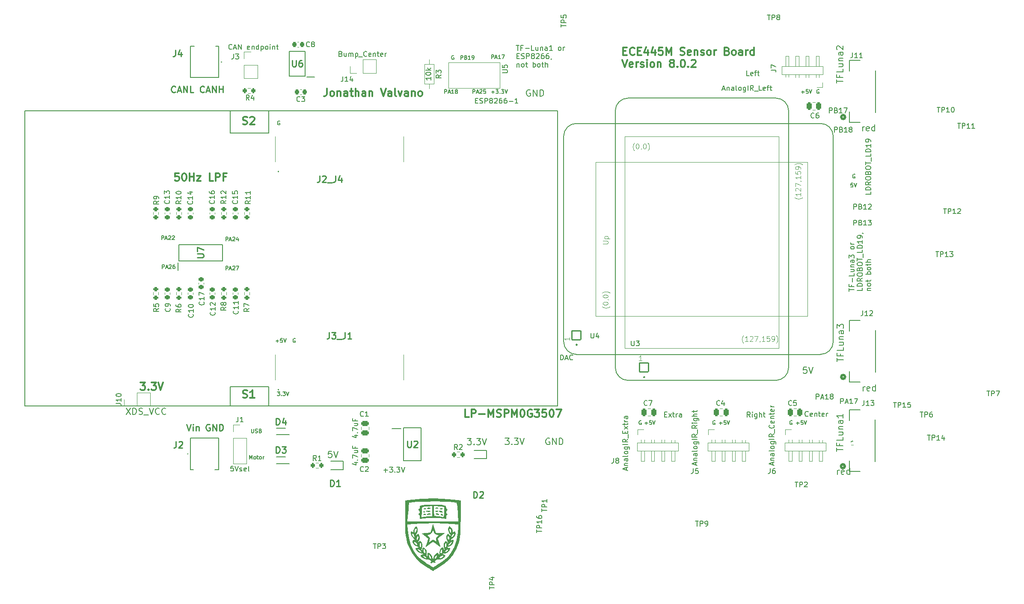
<source format=gto>
G04 #@! TF.GenerationSoftware,KiCad,Pcbnew,9.0.5*
G04 #@! TF.CreationDate,2025-12-17T13:43:09-06:00*
G04 #@! TF.ProjectId,SensorBoard,53656e73-6f72-4426-9f61-72642e6b6963,v8.0.2*
G04 #@! TF.SameCoordinates,Original*
G04 #@! TF.FileFunction,Legend,Top*
G04 #@! TF.FilePolarity,Positive*
%FSLAX46Y46*%
G04 Gerber Fmt 4.6, Leading zero omitted, Abs format (unit mm)*
G04 Created by KiCad (PCBNEW 9.0.5) date 2025-12-17 13:43:09*
%MOMM*%
%LPD*%
G01*
G04 APERTURE LIST*
G04 Aperture macros list*
%AMRoundRect*
0 Rectangle with rounded corners*
0 $1 Rounding radius*
0 $2 $3 $4 $5 $6 $7 $8 $9 X,Y pos of 4 corners*
0 Add a 4 corners polygon primitive as box body*
4,1,4,$2,$3,$4,$5,$6,$7,$8,$9,$2,$3,0*
0 Add four circle primitives for the rounded corners*
1,1,$1+$1,$2,$3*
1,1,$1+$1,$4,$5*
1,1,$1+$1,$6,$7*
1,1,$1+$1,$8,$9*
0 Add four rect primitives between the rounded corners*
20,1,$1+$1,$2,$3,$4,$5,0*
20,1,$1+$1,$4,$5,$6,$7,0*
20,1,$1+$1,$6,$7,$8,$9,0*
20,1,$1+$1,$8,$9,$2,$3,0*%
G04 Aperture macros list end*
%ADD10C,0.177800*%
%ADD11C,0.150000*%
%ADD12C,0.127000*%
%ADD13C,0.300000*%
%ADD14C,0.254000*%
%ADD15C,0.203200*%
%ADD16C,0.100000*%
%ADD17C,0.120000*%
%ADD18C,0.000000*%
%ADD19C,0.152400*%
%ADD20C,0.508000*%
%ADD21C,0.200000*%
%ADD22C,0.177000*%
%ADD23RoundRect,0.250000X-0.475000X0.250000X-0.475000X-0.250000X0.475000X-0.250000X0.475000X0.250000X0*%
%ADD24RoundRect,0.200000X0.275000X-0.200000X0.275000X0.200000X-0.275000X0.200000X-0.275000X-0.200000X0*%
%ADD25C,1.400000*%
%ADD26O,1.400000X1.400000*%
%ADD27R,1.700000X1.700000*%
%ADD28O,1.700000X1.700000*%
%ADD29C,1.700000*%
%ADD30RoundRect,0.225000X0.225000X0.250000X-0.225000X0.250000X-0.225000X-0.250000X0.225000X-0.250000X0*%
%ADD31R,1.350000X1.350000*%
%ADD32O,1.350000X1.350000*%
%ADD33C,1.350000*%
%ADD34R,1.900000X0.609600*%
%ADD35R,2.844800X1.500000*%
%ADD36RoundRect,0.250000X0.250000X0.475000X-0.250000X0.475000X-0.250000X-0.475000X0.250000X-0.475000X0*%
%ADD37RoundRect,0.200000X-0.275000X0.200000X-0.275000X-0.200000X0.275000X-0.200000X0.275000X0.200000X0*%
%ADD38R,1.750000X0.950000*%
%ADD39R,1.750000X3.200000*%
%ADD40RoundRect,0.200000X-0.200000X-0.275000X0.200000X-0.275000X0.200000X0.275000X-0.200000X0.275000X0*%
%ADD41RoundRect,0.250000X-0.250000X-0.475000X0.250000X-0.475000X0.250000X0.475000X-0.250000X0.475000X0*%
%ADD42RoundRect,0.225000X0.250000X-0.225000X0.250000X0.225000X-0.250000X0.225000X-0.250000X-0.225000X0*%
%ADD43RoundRect,0.225000X-0.250000X0.225000X-0.250000X-0.225000X0.250000X-0.225000X0.250000X0.225000X0*%
%ADD44C,2.200000*%
%ADD45RoundRect,0.102000X0.889000X-0.889000X0.889000X0.889000X-0.889000X0.889000X-0.889000X-0.889000X0*%
%ADD46C,1.982000*%
%ADD47R,1.050000X0.500000*%
%ADD48C,4.318000*%
%ADD49RoundRect,0.250000X0.475000X-0.250000X0.475000X0.250000X-0.475000X0.250000X-0.475000X-0.250000X0*%
%ADD50C,1.100000*%
%ADD51R,1.650000X1.650000*%
%ADD52C,1.650000*%
%ADD53R,1.000000X3.150000*%
%ADD54C,3.810000*%
%ADD55RoundRect,0.102000X0.889000X0.889000X-0.889000X0.889000X-0.889000X-0.889000X0.889000X-0.889000X0*%
%ADD56R,1.528000X0.650000*%
%ADD57R,0.650000X1.525000*%
%ADD58R,0.800000X0.800000*%
%ADD59RoundRect,0.225000X-0.225000X-0.250000X0.225000X-0.250000X0.225000X0.250000X-0.225000X0.250000X0*%
G04 APERTURE END LIST*
D10*
X197859414Y-63038312D02*
X197859414Y-63522122D01*
X197859414Y-63522122D02*
X196843414Y-63522122D01*
X197859414Y-62699646D02*
X196843414Y-62699646D01*
X196843414Y-62699646D02*
X196843414Y-62457741D01*
X196843414Y-62457741D02*
X196891795Y-62312598D01*
X196891795Y-62312598D02*
X196988557Y-62215836D01*
X196988557Y-62215836D02*
X197085319Y-62167455D01*
X197085319Y-62167455D02*
X197278843Y-62119074D01*
X197278843Y-62119074D02*
X197423986Y-62119074D01*
X197423986Y-62119074D02*
X197617510Y-62167455D01*
X197617510Y-62167455D02*
X197714272Y-62215836D01*
X197714272Y-62215836D02*
X197811034Y-62312598D01*
X197811034Y-62312598D02*
X197859414Y-62457741D01*
X197859414Y-62457741D02*
X197859414Y-62699646D01*
X197859414Y-61103074D02*
X197375605Y-61441741D01*
X197859414Y-61683646D02*
X196843414Y-61683646D01*
X196843414Y-61683646D02*
X196843414Y-61296598D01*
X196843414Y-61296598D02*
X196891795Y-61199836D01*
X196891795Y-61199836D02*
X196940176Y-61151455D01*
X196940176Y-61151455D02*
X197036938Y-61103074D01*
X197036938Y-61103074D02*
X197182081Y-61103074D01*
X197182081Y-61103074D02*
X197278843Y-61151455D01*
X197278843Y-61151455D02*
X197327224Y-61199836D01*
X197327224Y-61199836D02*
X197375605Y-61296598D01*
X197375605Y-61296598D02*
X197375605Y-61683646D01*
X196843414Y-60474122D02*
X196843414Y-60280598D01*
X196843414Y-60280598D02*
X196891795Y-60183836D01*
X196891795Y-60183836D02*
X196988557Y-60087074D01*
X196988557Y-60087074D02*
X197182081Y-60038693D01*
X197182081Y-60038693D02*
X197520748Y-60038693D01*
X197520748Y-60038693D02*
X197714272Y-60087074D01*
X197714272Y-60087074D02*
X197811034Y-60183836D01*
X197811034Y-60183836D02*
X197859414Y-60280598D01*
X197859414Y-60280598D02*
X197859414Y-60474122D01*
X197859414Y-60474122D02*
X197811034Y-60570884D01*
X197811034Y-60570884D02*
X197714272Y-60667646D01*
X197714272Y-60667646D02*
X197520748Y-60716027D01*
X197520748Y-60716027D02*
X197182081Y-60716027D01*
X197182081Y-60716027D02*
X196988557Y-60667646D01*
X196988557Y-60667646D02*
X196891795Y-60570884D01*
X196891795Y-60570884D02*
X196843414Y-60474122D01*
X197327224Y-59264598D02*
X197375605Y-59119455D01*
X197375605Y-59119455D02*
X197423986Y-59071074D01*
X197423986Y-59071074D02*
X197520748Y-59022693D01*
X197520748Y-59022693D02*
X197665891Y-59022693D01*
X197665891Y-59022693D02*
X197762653Y-59071074D01*
X197762653Y-59071074D02*
X197811034Y-59119455D01*
X197811034Y-59119455D02*
X197859414Y-59216217D01*
X197859414Y-59216217D02*
X197859414Y-59603265D01*
X197859414Y-59603265D02*
X196843414Y-59603265D01*
X196843414Y-59603265D02*
X196843414Y-59264598D01*
X196843414Y-59264598D02*
X196891795Y-59167836D01*
X196891795Y-59167836D02*
X196940176Y-59119455D01*
X196940176Y-59119455D02*
X197036938Y-59071074D01*
X197036938Y-59071074D02*
X197133700Y-59071074D01*
X197133700Y-59071074D02*
X197230462Y-59119455D01*
X197230462Y-59119455D02*
X197278843Y-59167836D01*
X197278843Y-59167836D02*
X197327224Y-59264598D01*
X197327224Y-59264598D02*
X197327224Y-59603265D01*
X196843414Y-58393741D02*
X196843414Y-58200217D01*
X196843414Y-58200217D02*
X196891795Y-58103455D01*
X196891795Y-58103455D02*
X196988557Y-58006693D01*
X196988557Y-58006693D02*
X197182081Y-57958312D01*
X197182081Y-57958312D02*
X197520748Y-57958312D01*
X197520748Y-57958312D02*
X197714272Y-58006693D01*
X197714272Y-58006693D02*
X197811034Y-58103455D01*
X197811034Y-58103455D02*
X197859414Y-58200217D01*
X197859414Y-58200217D02*
X197859414Y-58393741D01*
X197859414Y-58393741D02*
X197811034Y-58490503D01*
X197811034Y-58490503D02*
X197714272Y-58587265D01*
X197714272Y-58587265D02*
X197520748Y-58635646D01*
X197520748Y-58635646D02*
X197182081Y-58635646D01*
X197182081Y-58635646D02*
X196988557Y-58587265D01*
X196988557Y-58587265D02*
X196891795Y-58490503D01*
X196891795Y-58490503D02*
X196843414Y-58393741D01*
X196843414Y-57668027D02*
X196843414Y-57087455D01*
X197859414Y-57377741D02*
X196843414Y-57377741D01*
X197956176Y-56990694D02*
X197956176Y-56216598D01*
X197859414Y-55490884D02*
X197859414Y-55974694D01*
X197859414Y-55974694D02*
X196843414Y-55974694D01*
X197859414Y-55152218D02*
X196843414Y-55152218D01*
X196843414Y-55152218D02*
X196843414Y-54910313D01*
X196843414Y-54910313D02*
X196891795Y-54765170D01*
X196891795Y-54765170D02*
X196988557Y-54668408D01*
X196988557Y-54668408D02*
X197085319Y-54620027D01*
X197085319Y-54620027D02*
X197278843Y-54571646D01*
X197278843Y-54571646D02*
X197423986Y-54571646D01*
X197423986Y-54571646D02*
X197617510Y-54620027D01*
X197617510Y-54620027D02*
X197714272Y-54668408D01*
X197714272Y-54668408D02*
X197811034Y-54765170D01*
X197811034Y-54765170D02*
X197859414Y-54910313D01*
X197859414Y-54910313D02*
X197859414Y-55152218D01*
X197859414Y-53604027D02*
X197859414Y-54184599D01*
X197859414Y-53894313D02*
X196843414Y-53894313D01*
X196843414Y-53894313D02*
X196988557Y-53991075D01*
X196988557Y-53991075D02*
X197085319Y-54087837D01*
X197085319Y-54087837D02*
X197133700Y-54184599D01*
X197859414Y-53120218D02*
X197859414Y-52926694D01*
X197859414Y-52926694D02*
X197811034Y-52829932D01*
X197811034Y-52829932D02*
X197762653Y-52781551D01*
X197762653Y-52781551D02*
X197617510Y-52684789D01*
X197617510Y-52684789D02*
X197423986Y-52636408D01*
X197423986Y-52636408D02*
X197036938Y-52636408D01*
X197036938Y-52636408D02*
X196940176Y-52684789D01*
X196940176Y-52684789D02*
X196891795Y-52733170D01*
X196891795Y-52733170D02*
X196843414Y-52829932D01*
X196843414Y-52829932D02*
X196843414Y-53023456D01*
X196843414Y-53023456D02*
X196891795Y-53120218D01*
X196891795Y-53120218D02*
X196940176Y-53168599D01*
X196940176Y-53168599D02*
X197036938Y-53216980D01*
X197036938Y-53216980D02*
X197278843Y-53216980D01*
X197278843Y-53216980D02*
X197375605Y-53168599D01*
X197375605Y-53168599D02*
X197423986Y-53120218D01*
X197423986Y-53120218D02*
X197472367Y-53023456D01*
X197472367Y-53023456D02*
X197472367Y-52829932D01*
X197472367Y-52829932D02*
X197423986Y-52733170D01*
X197423986Y-52733170D02*
X197375605Y-52684789D01*
X197375605Y-52684789D02*
X197278843Y-52636408D01*
D11*
X71120000Y-46990000D02*
X78740000Y-46990000D01*
X78740000Y-51435000D01*
X71120000Y-51435000D01*
X71120000Y-46990000D01*
X30480000Y-46990000D02*
X135890000Y-46990000D01*
X135890000Y-105410000D01*
X30480000Y-105410000D01*
X30480000Y-46990000D01*
X71120000Y-101600000D02*
X78740000Y-101600000D01*
X78740000Y-105410000D01*
X71120000Y-105410000D01*
X71120000Y-101600000D01*
D12*
X80147980Y-92573856D02*
X80728552Y-92573856D01*
X80438266Y-92864141D02*
X80438266Y-92283570D01*
X81454266Y-92102141D02*
X81091409Y-92102141D01*
X81091409Y-92102141D02*
X81055123Y-92464998D01*
X81055123Y-92464998D02*
X81091409Y-92428713D01*
X81091409Y-92428713D02*
X81163981Y-92392427D01*
X81163981Y-92392427D02*
X81345409Y-92392427D01*
X81345409Y-92392427D02*
X81417981Y-92428713D01*
X81417981Y-92428713D02*
X81454266Y-92464998D01*
X81454266Y-92464998D02*
X81490552Y-92537570D01*
X81490552Y-92537570D02*
X81490552Y-92718998D01*
X81490552Y-92718998D02*
X81454266Y-92791570D01*
X81454266Y-92791570D02*
X81417981Y-92827856D01*
X81417981Y-92827856D02*
X81345409Y-92864141D01*
X81345409Y-92864141D02*
X81163981Y-92864141D01*
X81163981Y-92864141D02*
X81091409Y-92827856D01*
X81091409Y-92827856D02*
X81055123Y-92791570D01*
X81708266Y-92102141D02*
X81962266Y-92864141D01*
X81962266Y-92864141D02*
X82216266Y-92102141D01*
X184160980Y-43297856D02*
X184741552Y-43297856D01*
X184451266Y-43588141D02*
X184451266Y-43007570D01*
X185467266Y-42826141D02*
X185104409Y-42826141D01*
X185104409Y-42826141D02*
X185068123Y-43188998D01*
X185068123Y-43188998D02*
X185104409Y-43152713D01*
X185104409Y-43152713D02*
X185176981Y-43116427D01*
X185176981Y-43116427D02*
X185358409Y-43116427D01*
X185358409Y-43116427D02*
X185430981Y-43152713D01*
X185430981Y-43152713D02*
X185467266Y-43188998D01*
X185467266Y-43188998D02*
X185503552Y-43261570D01*
X185503552Y-43261570D02*
X185503552Y-43442998D01*
X185503552Y-43442998D02*
X185467266Y-43515570D01*
X185467266Y-43515570D02*
X185430981Y-43551856D01*
X185430981Y-43551856D02*
X185358409Y-43588141D01*
X185358409Y-43588141D02*
X185176981Y-43588141D01*
X185176981Y-43588141D02*
X185104409Y-43551856D01*
X185104409Y-43551856D02*
X185068123Y-43515570D01*
X185721266Y-42826141D02*
X185975266Y-43588141D01*
X185975266Y-43588141D02*
X186229266Y-42826141D01*
X113548980Y-43588141D02*
X113548980Y-42826141D01*
X113548980Y-42826141D02*
X113839266Y-42826141D01*
X113839266Y-42826141D02*
X113911837Y-42862427D01*
X113911837Y-42862427D02*
X113948123Y-42898713D01*
X113948123Y-42898713D02*
X113984409Y-42971284D01*
X113984409Y-42971284D02*
X113984409Y-43080141D01*
X113984409Y-43080141D02*
X113948123Y-43152713D01*
X113948123Y-43152713D02*
X113911837Y-43188998D01*
X113911837Y-43188998D02*
X113839266Y-43225284D01*
X113839266Y-43225284D02*
X113548980Y-43225284D01*
X114274694Y-43370427D02*
X114637552Y-43370427D01*
X114202123Y-43588141D02*
X114456123Y-42826141D01*
X114456123Y-42826141D02*
X114710123Y-43588141D01*
X115363266Y-43588141D02*
X114927837Y-43588141D01*
X115145552Y-43588141D02*
X115145552Y-42826141D01*
X115145552Y-42826141D02*
X115072980Y-42934998D01*
X115072980Y-42934998D02*
X115000409Y-43007570D01*
X115000409Y-43007570D02*
X114927837Y-43043856D01*
X115798694Y-43152713D02*
X115726123Y-43116427D01*
X115726123Y-43116427D02*
X115689837Y-43080141D01*
X115689837Y-43080141D02*
X115653551Y-43007570D01*
X115653551Y-43007570D02*
X115653551Y-42971284D01*
X115653551Y-42971284D02*
X115689837Y-42898713D01*
X115689837Y-42898713D02*
X115726123Y-42862427D01*
X115726123Y-42862427D02*
X115798694Y-42826141D01*
X115798694Y-42826141D02*
X115943837Y-42826141D01*
X115943837Y-42826141D02*
X116016409Y-42862427D01*
X116016409Y-42862427D02*
X116052694Y-42898713D01*
X116052694Y-42898713D02*
X116088980Y-42971284D01*
X116088980Y-42971284D02*
X116088980Y-43007570D01*
X116088980Y-43007570D02*
X116052694Y-43080141D01*
X116052694Y-43080141D02*
X116016409Y-43116427D01*
X116016409Y-43116427D02*
X115943837Y-43152713D01*
X115943837Y-43152713D02*
X115798694Y-43152713D01*
X115798694Y-43152713D02*
X115726123Y-43188998D01*
X115726123Y-43188998D02*
X115689837Y-43225284D01*
X115689837Y-43225284D02*
X115653551Y-43297856D01*
X115653551Y-43297856D02*
X115653551Y-43442998D01*
X115653551Y-43442998D02*
X115689837Y-43515570D01*
X115689837Y-43515570D02*
X115726123Y-43551856D01*
X115726123Y-43551856D02*
X115798694Y-43588141D01*
X115798694Y-43588141D02*
X115943837Y-43588141D01*
X115943837Y-43588141D02*
X116016409Y-43551856D01*
X116016409Y-43551856D02*
X116052694Y-43515570D01*
X116052694Y-43515570D02*
X116088980Y-43442998D01*
X116088980Y-43442998D02*
X116088980Y-43297856D01*
X116088980Y-43297856D02*
X116052694Y-43225284D01*
X116052694Y-43225284D02*
X116016409Y-43188998D01*
X116016409Y-43188998D02*
X115943837Y-43152713D01*
X167034123Y-108394427D02*
X166961552Y-108358141D01*
X166961552Y-108358141D02*
X166852694Y-108358141D01*
X166852694Y-108358141D02*
X166743837Y-108394427D01*
X166743837Y-108394427D02*
X166671266Y-108466998D01*
X166671266Y-108466998D02*
X166634980Y-108539570D01*
X166634980Y-108539570D02*
X166598694Y-108684713D01*
X166598694Y-108684713D02*
X166598694Y-108793570D01*
X166598694Y-108793570D02*
X166634980Y-108938713D01*
X166634980Y-108938713D02*
X166671266Y-109011284D01*
X166671266Y-109011284D02*
X166743837Y-109083856D01*
X166743837Y-109083856D02*
X166852694Y-109120141D01*
X166852694Y-109120141D02*
X166925266Y-109120141D01*
X166925266Y-109120141D02*
X167034123Y-109083856D01*
X167034123Y-109083856D02*
X167070409Y-109047570D01*
X167070409Y-109047570D02*
X167070409Y-108793570D01*
X167070409Y-108793570D02*
X166925266Y-108793570D01*
D10*
X191097330Y-41545074D02*
X191097330Y-40819360D01*
X192367330Y-41182217D02*
X191097330Y-41182217D01*
X191702092Y-39972693D02*
X191702092Y-40396027D01*
X192367330Y-40396027D02*
X191097330Y-40396027D01*
X191097330Y-40396027D02*
X191097330Y-39791265D01*
X192367330Y-38702694D02*
X192367330Y-39307456D01*
X192367330Y-39307456D02*
X191097330Y-39307456D01*
X191520663Y-37735075D02*
X192367330Y-37735075D01*
X191520663Y-38279361D02*
X192185901Y-38279361D01*
X192185901Y-38279361D02*
X192306854Y-38218884D01*
X192306854Y-38218884D02*
X192367330Y-38097932D01*
X192367330Y-38097932D02*
X192367330Y-37916503D01*
X192367330Y-37916503D02*
X192306854Y-37795551D01*
X192306854Y-37795551D02*
X192246377Y-37735075D01*
X191520663Y-37130313D02*
X192367330Y-37130313D01*
X191641615Y-37130313D02*
X191581139Y-37069836D01*
X191581139Y-37069836D02*
X191520663Y-36948884D01*
X191520663Y-36948884D02*
X191520663Y-36767455D01*
X191520663Y-36767455D02*
X191581139Y-36646503D01*
X191581139Y-36646503D02*
X191702092Y-36586027D01*
X191702092Y-36586027D02*
X192367330Y-36586027D01*
X192367330Y-35436979D02*
X191702092Y-35436979D01*
X191702092Y-35436979D02*
X191581139Y-35497455D01*
X191581139Y-35497455D02*
X191520663Y-35618407D01*
X191520663Y-35618407D02*
X191520663Y-35860312D01*
X191520663Y-35860312D02*
X191581139Y-35981265D01*
X192306854Y-35436979D02*
X192367330Y-35557931D01*
X192367330Y-35557931D02*
X192367330Y-35860312D01*
X192367330Y-35860312D02*
X192306854Y-35981265D01*
X192306854Y-35981265D02*
X192185901Y-36041741D01*
X192185901Y-36041741D02*
X192064949Y-36041741D01*
X192064949Y-36041741D02*
X191943996Y-35981265D01*
X191943996Y-35981265D02*
X191883520Y-35860312D01*
X191883520Y-35860312D02*
X191883520Y-35557931D01*
X191883520Y-35557931D02*
X191823044Y-35436979D01*
X191218282Y-34892693D02*
X191157806Y-34832217D01*
X191157806Y-34832217D02*
X191097330Y-34711264D01*
X191097330Y-34711264D02*
X191097330Y-34408883D01*
X191097330Y-34408883D02*
X191157806Y-34287931D01*
X191157806Y-34287931D02*
X191218282Y-34227455D01*
X191218282Y-34227455D02*
X191339234Y-34166978D01*
X191339234Y-34166978D02*
X191460187Y-34166978D01*
X191460187Y-34166978D02*
X191641615Y-34227455D01*
X191641615Y-34227455D02*
X192367330Y-34953169D01*
X192367330Y-34953169D02*
X192367330Y-34166978D01*
D12*
X80456409Y-102643141D02*
X80928123Y-102643141D01*
X80928123Y-102643141D02*
X80674123Y-102933427D01*
X80674123Y-102933427D02*
X80782980Y-102933427D01*
X80782980Y-102933427D02*
X80855552Y-102969713D01*
X80855552Y-102969713D02*
X80891837Y-103005998D01*
X80891837Y-103005998D02*
X80928123Y-103078570D01*
X80928123Y-103078570D02*
X80928123Y-103259998D01*
X80928123Y-103259998D02*
X80891837Y-103332570D01*
X80891837Y-103332570D02*
X80855552Y-103368856D01*
X80855552Y-103368856D02*
X80782980Y-103405141D01*
X80782980Y-103405141D02*
X80565266Y-103405141D01*
X80565266Y-103405141D02*
X80492694Y-103368856D01*
X80492694Y-103368856D02*
X80456409Y-103332570D01*
X81254694Y-103332570D02*
X81290980Y-103368856D01*
X81290980Y-103368856D02*
X81254694Y-103405141D01*
X81254694Y-103405141D02*
X81218408Y-103368856D01*
X81218408Y-103368856D02*
X81254694Y-103332570D01*
X81254694Y-103332570D02*
X81254694Y-103405141D01*
X81544980Y-102643141D02*
X82016694Y-102643141D01*
X82016694Y-102643141D02*
X81762694Y-102933427D01*
X81762694Y-102933427D02*
X81871551Y-102933427D01*
X81871551Y-102933427D02*
X81944123Y-102969713D01*
X81944123Y-102969713D02*
X81980408Y-103005998D01*
X81980408Y-103005998D02*
X82016694Y-103078570D01*
X82016694Y-103078570D02*
X82016694Y-103259998D01*
X82016694Y-103259998D02*
X81980408Y-103332570D01*
X81980408Y-103332570D02*
X81944123Y-103368856D01*
X81944123Y-103368856D02*
X81871551Y-103405141D01*
X81871551Y-103405141D02*
X81653837Y-103405141D01*
X81653837Y-103405141D02*
X81581265Y-103368856D01*
X81581265Y-103368856D02*
X81544980Y-103332570D01*
X82234408Y-102643141D02*
X82488408Y-103405141D01*
X82488408Y-103405141D02*
X82742408Y-102643141D01*
X119136980Y-43588141D02*
X119136980Y-42826141D01*
X119136980Y-42826141D02*
X119427266Y-42826141D01*
X119427266Y-42826141D02*
X119499837Y-42862427D01*
X119499837Y-42862427D02*
X119536123Y-42898713D01*
X119536123Y-42898713D02*
X119572409Y-42971284D01*
X119572409Y-42971284D02*
X119572409Y-43080141D01*
X119572409Y-43080141D02*
X119536123Y-43152713D01*
X119536123Y-43152713D02*
X119499837Y-43188998D01*
X119499837Y-43188998D02*
X119427266Y-43225284D01*
X119427266Y-43225284D02*
X119136980Y-43225284D01*
X119862694Y-43370427D02*
X120225552Y-43370427D01*
X119790123Y-43588141D02*
X120044123Y-42826141D01*
X120044123Y-42826141D02*
X120298123Y-43588141D01*
X120515837Y-42898713D02*
X120552123Y-42862427D01*
X120552123Y-42862427D02*
X120624695Y-42826141D01*
X120624695Y-42826141D02*
X120806123Y-42826141D01*
X120806123Y-42826141D02*
X120878695Y-42862427D01*
X120878695Y-42862427D02*
X120914980Y-42898713D01*
X120914980Y-42898713D02*
X120951266Y-42971284D01*
X120951266Y-42971284D02*
X120951266Y-43043856D01*
X120951266Y-43043856D02*
X120914980Y-43152713D01*
X120914980Y-43152713D02*
X120479552Y-43588141D01*
X120479552Y-43588141D02*
X120951266Y-43588141D01*
X121640694Y-42826141D02*
X121277837Y-42826141D01*
X121277837Y-42826141D02*
X121241551Y-43188998D01*
X121241551Y-43188998D02*
X121277837Y-43152713D01*
X121277837Y-43152713D02*
X121350409Y-43116427D01*
X121350409Y-43116427D02*
X121531837Y-43116427D01*
X121531837Y-43116427D02*
X121604409Y-43152713D01*
X121604409Y-43152713D02*
X121640694Y-43188998D01*
X121640694Y-43188998D02*
X121676980Y-43261570D01*
X121676980Y-43261570D02*
X121676980Y-43442998D01*
X121676980Y-43442998D02*
X121640694Y-43515570D01*
X121640694Y-43515570D02*
X121604409Y-43551856D01*
X121604409Y-43551856D02*
X121531837Y-43588141D01*
X121531837Y-43588141D02*
X121350409Y-43588141D01*
X121350409Y-43588141D02*
X121277837Y-43551856D01*
X121277837Y-43551856D02*
X121241551Y-43515570D01*
D13*
X73635082Y-103742400D02*
X73849368Y-103813828D01*
X73849368Y-103813828D02*
X74206510Y-103813828D01*
X74206510Y-103813828D02*
X74349368Y-103742400D01*
X74349368Y-103742400D02*
X74420796Y-103670971D01*
X74420796Y-103670971D02*
X74492225Y-103528114D01*
X74492225Y-103528114D02*
X74492225Y-103385257D01*
X74492225Y-103385257D02*
X74420796Y-103242400D01*
X74420796Y-103242400D02*
X74349368Y-103170971D01*
X74349368Y-103170971D02*
X74206510Y-103099542D01*
X74206510Y-103099542D02*
X73920796Y-103028114D01*
X73920796Y-103028114D02*
X73777939Y-102956685D01*
X73777939Y-102956685D02*
X73706510Y-102885257D01*
X73706510Y-102885257D02*
X73635082Y-102742400D01*
X73635082Y-102742400D02*
X73635082Y-102599542D01*
X73635082Y-102599542D02*
X73706510Y-102456685D01*
X73706510Y-102456685D02*
X73777939Y-102385257D01*
X73777939Y-102385257D02*
X73920796Y-102313828D01*
X73920796Y-102313828D02*
X74277939Y-102313828D01*
X74277939Y-102313828D02*
X74492225Y-102385257D01*
X75920796Y-103813828D02*
X75063653Y-103813828D01*
X75492224Y-103813828D02*
X75492224Y-102313828D01*
X75492224Y-102313828D02*
X75349367Y-102528114D01*
X75349367Y-102528114D02*
X75206510Y-102670971D01*
X75206510Y-102670971D02*
X75063653Y-102742400D01*
X73635082Y-49640400D02*
X73849368Y-49711828D01*
X73849368Y-49711828D02*
X74206510Y-49711828D01*
X74206510Y-49711828D02*
X74349368Y-49640400D01*
X74349368Y-49640400D02*
X74420796Y-49568971D01*
X74420796Y-49568971D02*
X74492225Y-49426114D01*
X74492225Y-49426114D02*
X74492225Y-49283257D01*
X74492225Y-49283257D02*
X74420796Y-49140400D01*
X74420796Y-49140400D02*
X74349368Y-49068971D01*
X74349368Y-49068971D02*
X74206510Y-48997542D01*
X74206510Y-48997542D02*
X73920796Y-48926114D01*
X73920796Y-48926114D02*
X73777939Y-48854685D01*
X73777939Y-48854685D02*
X73706510Y-48783257D01*
X73706510Y-48783257D02*
X73635082Y-48640400D01*
X73635082Y-48640400D02*
X73635082Y-48497542D01*
X73635082Y-48497542D02*
X73706510Y-48354685D01*
X73706510Y-48354685D02*
X73777939Y-48283257D01*
X73777939Y-48283257D02*
X73920796Y-48211828D01*
X73920796Y-48211828D02*
X74277939Y-48211828D01*
X74277939Y-48211828D02*
X74492225Y-48283257D01*
X75063653Y-48354685D02*
X75135081Y-48283257D01*
X75135081Y-48283257D02*
X75277939Y-48211828D01*
X75277939Y-48211828D02*
X75635081Y-48211828D01*
X75635081Y-48211828D02*
X75777939Y-48283257D01*
X75777939Y-48283257D02*
X75849367Y-48354685D01*
X75849367Y-48354685D02*
X75920796Y-48497542D01*
X75920796Y-48497542D02*
X75920796Y-48640400D01*
X75920796Y-48640400D02*
X75849367Y-48854685D01*
X75849367Y-48854685D02*
X74992224Y-49711828D01*
X74992224Y-49711828D02*
X75920796Y-49711828D01*
D12*
X57668980Y-78259141D02*
X57668980Y-77497141D01*
X57668980Y-77497141D02*
X57959266Y-77497141D01*
X57959266Y-77497141D02*
X58031837Y-77533427D01*
X58031837Y-77533427D02*
X58068123Y-77569713D01*
X58068123Y-77569713D02*
X58104409Y-77642284D01*
X58104409Y-77642284D02*
X58104409Y-77751141D01*
X58104409Y-77751141D02*
X58068123Y-77823713D01*
X58068123Y-77823713D02*
X58031837Y-77859998D01*
X58031837Y-77859998D02*
X57959266Y-77896284D01*
X57959266Y-77896284D02*
X57668980Y-77896284D01*
X58394694Y-78041427D02*
X58757552Y-78041427D01*
X58322123Y-78259141D02*
X58576123Y-77497141D01*
X58576123Y-77497141D02*
X58830123Y-78259141D01*
X59047837Y-77569713D02*
X59084123Y-77533427D01*
X59084123Y-77533427D02*
X59156695Y-77497141D01*
X59156695Y-77497141D02*
X59338123Y-77497141D01*
X59338123Y-77497141D02*
X59410695Y-77533427D01*
X59410695Y-77533427D02*
X59446980Y-77569713D01*
X59446980Y-77569713D02*
X59483266Y-77642284D01*
X59483266Y-77642284D02*
X59483266Y-77714856D01*
X59483266Y-77714856D02*
X59446980Y-77823713D01*
X59446980Y-77823713D02*
X59011552Y-78259141D01*
X59011552Y-78259141D02*
X59483266Y-78259141D01*
X60136409Y-77497141D02*
X59991266Y-77497141D01*
X59991266Y-77497141D02*
X59918694Y-77533427D01*
X59918694Y-77533427D02*
X59882409Y-77569713D01*
X59882409Y-77569713D02*
X59809837Y-77678570D01*
X59809837Y-77678570D02*
X59773551Y-77823713D01*
X59773551Y-77823713D02*
X59773551Y-78113998D01*
X59773551Y-78113998D02*
X59809837Y-78186570D01*
X59809837Y-78186570D02*
X59846123Y-78222856D01*
X59846123Y-78222856D02*
X59918694Y-78259141D01*
X59918694Y-78259141D02*
X60063837Y-78259141D01*
X60063837Y-78259141D02*
X60136409Y-78222856D01*
X60136409Y-78222856D02*
X60172694Y-78186570D01*
X60172694Y-78186570D02*
X60208980Y-78113998D01*
X60208980Y-78113998D02*
X60208980Y-77932570D01*
X60208980Y-77932570D02*
X60172694Y-77859998D01*
X60172694Y-77859998D02*
X60136409Y-77823713D01*
X60136409Y-77823713D02*
X60063837Y-77787427D01*
X60063837Y-77787427D02*
X59918694Y-77787427D01*
X59918694Y-77787427D02*
X59846123Y-77823713D01*
X59846123Y-77823713D02*
X59809837Y-77859998D01*
X59809837Y-77859998D02*
X59773551Y-77932570D01*
D10*
X193572008Y-82717265D02*
X193572008Y-82136693D01*
X194588008Y-82426979D02*
X193572008Y-82426979D01*
X194055818Y-81459360D02*
X194055818Y-81798027D01*
X194588008Y-81798027D02*
X193572008Y-81798027D01*
X193572008Y-81798027D02*
X193572008Y-81314217D01*
X194200961Y-80927170D02*
X194200961Y-80153075D01*
X194588008Y-79185455D02*
X194588008Y-79669265D01*
X194588008Y-79669265D02*
X193572008Y-79669265D01*
X193910675Y-78411360D02*
X194588008Y-78411360D01*
X193910675Y-78846789D02*
X194442866Y-78846789D01*
X194442866Y-78846789D02*
X194539628Y-78798408D01*
X194539628Y-78798408D02*
X194588008Y-78701646D01*
X194588008Y-78701646D02*
X194588008Y-78556503D01*
X194588008Y-78556503D02*
X194539628Y-78459741D01*
X194539628Y-78459741D02*
X194491247Y-78411360D01*
X193910675Y-77927551D02*
X194588008Y-77927551D01*
X194007437Y-77927551D02*
X193959056Y-77879170D01*
X193959056Y-77879170D02*
X193910675Y-77782408D01*
X193910675Y-77782408D02*
X193910675Y-77637265D01*
X193910675Y-77637265D02*
X193959056Y-77540503D01*
X193959056Y-77540503D02*
X194055818Y-77492122D01*
X194055818Y-77492122D02*
X194588008Y-77492122D01*
X194588008Y-76572884D02*
X194055818Y-76572884D01*
X194055818Y-76572884D02*
X193959056Y-76621265D01*
X193959056Y-76621265D02*
X193910675Y-76718027D01*
X193910675Y-76718027D02*
X193910675Y-76911551D01*
X193910675Y-76911551D02*
X193959056Y-77008313D01*
X194539628Y-76572884D02*
X194588008Y-76669646D01*
X194588008Y-76669646D02*
X194588008Y-76911551D01*
X194588008Y-76911551D02*
X194539628Y-77008313D01*
X194539628Y-77008313D02*
X194442866Y-77056694D01*
X194442866Y-77056694D02*
X194346104Y-77056694D01*
X194346104Y-77056694D02*
X194249342Y-77008313D01*
X194249342Y-77008313D02*
X194200961Y-76911551D01*
X194200961Y-76911551D02*
X194200961Y-76669646D01*
X194200961Y-76669646D02*
X194152580Y-76572884D01*
X193572008Y-76185837D02*
X193572008Y-75556884D01*
X193572008Y-75556884D02*
X193959056Y-75895551D01*
X193959056Y-75895551D02*
X193959056Y-75750408D01*
X193959056Y-75750408D02*
X194007437Y-75653646D01*
X194007437Y-75653646D02*
X194055818Y-75605265D01*
X194055818Y-75605265D02*
X194152580Y-75556884D01*
X194152580Y-75556884D02*
X194394485Y-75556884D01*
X194394485Y-75556884D02*
X194491247Y-75605265D01*
X194491247Y-75605265D02*
X194539628Y-75653646D01*
X194539628Y-75653646D02*
X194588008Y-75750408D01*
X194588008Y-75750408D02*
X194588008Y-76040694D01*
X194588008Y-76040694D02*
X194539628Y-76137456D01*
X194539628Y-76137456D02*
X194491247Y-76185837D01*
X194588008Y-74202218D02*
X194539628Y-74298980D01*
X194539628Y-74298980D02*
X194491247Y-74347361D01*
X194491247Y-74347361D02*
X194394485Y-74395742D01*
X194394485Y-74395742D02*
X194104199Y-74395742D01*
X194104199Y-74395742D02*
X194007437Y-74347361D01*
X194007437Y-74347361D02*
X193959056Y-74298980D01*
X193959056Y-74298980D02*
X193910675Y-74202218D01*
X193910675Y-74202218D02*
X193910675Y-74057075D01*
X193910675Y-74057075D02*
X193959056Y-73960313D01*
X193959056Y-73960313D02*
X194007437Y-73911932D01*
X194007437Y-73911932D02*
X194104199Y-73863551D01*
X194104199Y-73863551D02*
X194394485Y-73863551D01*
X194394485Y-73863551D02*
X194491247Y-73911932D01*
X194491247Y-73911932D02*
X194539628Y-73960313D01*
X194539628Y-73960313D02*
X194588008Y-74057075D01*
X194588008Y-74057075D02*
X194588008Y-74202218D01*
X194588008Y-73428123D02*
X193910675Y-73428123D01*
X194104199Y-73428123D02*
X194007437Y-73379742D01*
X194007437Y-73379742D02*
X193959056Y-73331361D01*
X193959056Y-73331361D02*
X193910675Y-73234599D01*
X193910675Y-73234599D02*
X193910675Y-73137837D01*
X196223711Y-82088312D02*
X196223711Y-82572122D01*
X196223711Y-82572122D02*
X195207711Y-82572122D01*
X196223711Y-81749646D02*
X195207711Y-81749646D01*
X195207711Y-81749646D02*
X195207711Y-81507741D01*
X195207711Y-81507741D02*
X195256092Y-81362598D01*
X195256092Y-81362598D02*
X195352854Y-81265836D01*
X195352854Y-81265836D02*
X195449616Y-81217455D01*
X195449616Y-81217455D02*
X195643140Y-81169074D01*
X195643140Y-81169074D02*
X195788283Y-81169074D01*
X195788283Y-81169074D02*
X195981807Y-81217455D01*
X195981807Y-81217455D02*
X196078569Y-81265836D01*
X196078569Y-81265836D02*
X196175331Y-81362598D01*
X196175331Y-81362598D02*
X196223711Y-81507741D01*
X196223711Y-81507741D02*
X196223711Y-81749646D01*
X196223711Y-80153074D02*
X195739902Y-80491741D01*
X196223711Y-80733646D02*
X195207711Y-80733646D01*
X195207711Y-80733646D02*
X195207711Y-80346598D01*
X195207711Y-80346598D02*
X195256092Y-80249836D01*
X195256092Y-80249836D02*
X195304473Y-80201455D01*
X195304473Y-80201455D02*
X195401235Y-80153074D01*
X195401235Y-80153074D02*
X195546378Y-80153074D01*
X195546378Y-80153074D02*
X195643140Y-80201455D01*
X195643140Y-80201455D02*
X195691521Y-80249836D01*
X195691521Y-80249836D02*
X195739902Y-80346598D01*
X195739902Y-80346598D02*
X195739902Y-80733646D01*
X195207711Y-79524122D02*
X195207711Y-79330598D01*
X195207711Y-79330598D02*
X195256092Y-79233836D01*
X195256092Y-79233836D02*
X195352854Y-79137074D01*
X195352854Y-79137074D02*
X195546378Y-79088693D01*
X195546378Y-79088693D02*
X195885045Y-79088693D01*
X195885045Y-79088693D02*
X196078569Y-79137074D01*
X196078569Y-79137074D02*
X196175331Y-79233836D01*
X196175331Y-79233836D02*
X196223711Y-79330598D01*
X196223711Y-79330598D02*
X196223711Y-79524122D01*
X196223711Y-79524122D02*
X196175331Y-79620884D01*
X196175331Y-79620884D02*
X196078569Y-79717646D01*
X196078569Y-79717646D02*
X195885045Y-79766027D01*
X195885045Y-79766027D02*
X195546378Y-79766027D01*
X195546378Y-79766027D02*
X195352854Y-79717646D01*
X195352854Y-79717646D02*
X195256092Y-79620884D01*
X195256092Y-79620884D02*
X195207711Y-79524122D01*
X195691521Y-78314598D02*
X195739902Y-78169455D01*
X195739902Y-78169455D02*
X195788283Y-78121074D01*
X195788283Y-78121074D02*
X195885045Y-78072693D01*
X195885045Y-78072693D02*
X196030188Y-78072693D01*
X196030188Y-78072693D02*
X196126950Y-78121074D01*
X196126950Y-78121074D02*
X196175331Y-78169455D01*
X196175331Y-78169455D02*
X196223711Y-78266217D01*
X196223711Y-78266217D02*
X196223711Y-78653265D01*
X196223711Y-78653265D02*
X195207711Y-78653265D01*
X195207711Y-78653265D02*
X195207711Y-78314598D01*
X195207711Y-78314598D02*
X195256092Y-78217836D01*
X195256092Y-78217836D02*
X195304473Y-78169455D01*
X195304473Y-78169455D02*
X195401235Y-78121074D01*
X195401235Y-78121074D02*
X195497997Y-78121074D01*
X195497997Y-78121074D02*
X195594759Y-78169455D01*
X195594759Y-78169455D02*
X195643140Y-78217836D01*
X195643140Y-78217836D02*
X195691521Y-78314598D01*
X195691521Y-78314598D02*
X195691521Y-78653265D01*
X195207711Y-77443741D02*
X195207711Y-77250217D01*
X195207711Y-77250217D02*
X195256092Y-77153455D01*
X195256092Y-77153455D02*
X195352854Y-77056693D01*
X195352854Y-77056693D02*
X195546378Y-77008312D01*
X195546378Y-77008312D02*
X195885045Y-77008312D01*
X195885045Y-77008312D02*
X196078569Y-77056693D01*
X196078569Y-77056693D02*
X196175331Y-77153455D01*
X196175331Y-77153455D02*
X196223711Y-77250217D01*
X196223711Y-77250217D02*
X196223711Y-77443741D01*
X196223711Y-77443741D02*
X196175331Y-77540503D01*
X196175331Y-77540503D02*
X196078569Y-77637265D01*
X196078569Y-77637265D02*
X195885045Y-77685646D01*
X195885045Y-77685646D02*
X195546378Y-77685646D01*
X195546378Y-77685646D02*
X195352854Y-77637265D01*
X195352854Y-77637265D02*
X195256092Y-77540503D01*
X195256092Y-77540503D02*
X195207711Y-77443741D01*
X195207711Y-76718027D02*
X195207711Y-76137455D01*
X196223711Y-76427741D02*
X195207711Y-76427741D01*
X196320473Y-76040694D02*
X196320473Y-75266598D01*
X196223711Y-74540884D02*
X196223711Y-75024694D01*
X196223711Y-75024694D02*
X195207711Y-75024694D01*
X196223711Y-74202218D02*
X195207711Y-74202218D01*
X195207711Y-74202218D02*
X195207711Y-73960313D01*
X195207711Y-73960313D02*
X195256092Y-73815170D01*
X195256092Y-73815170D02*
X195352854Y-73718408D01*
X195352854Y-73718408D02*
X195449616Y-73670027D01*
X195449616Y-73670027D02*
X195643140Y-73621646D01*
X195643140Y-73621646D02*
X195788283Y-73621646D01*
X195788283Y-73621646D02*
X195981807Y-73670027D01*
X195981807Y-73670027D02*
X196078569Y-73718408D01*
X196078569Y-73718408D02*
X196175331Y-73815170D01*
X196175331Y-73815170D02*
X196223711Y-73960313D01*
X196223711Y-73960313D02*
X196223711Y-74202218D01*
X196223711Y-72654027D02*
X196223711Y-73234599D01*
X196223711Y-72944313D02*
X195207711Y-72944313D01*
X195207711Y-72944313D02*
X195352854Y-73041075D01*
X195352854Y-73041075D02*
X195449616Y-73137837D01*
X195449616Y-73137837D02*
X195497997Y-73234599D01*
X196223711Y-72170218D02*
X196223711Y-71976694D01*
X196223711Y-71976694D02*
X196175331Y-71879932D01*
X196175331Y-71879932D02*
X196126950Y-71831551D01*
X196126950Y-71831551D02*
X195981807Y-71734789D01*
X195981807Y-71734789D02*
X195788283Y-71686408D01*
X195788283Y-71686408D02*
X195401235Y-71686408D01*
X195401235Y-71686408D02*
X195304473Y-71734789D01*
X195304473Y-71734789D02*
X195256092Y-71783170D01*
X195256092Y-71783170D02*
X195207711Y-71879932D01*
X195207711Y-71879932D02*
X195207711Y-72073456D01*
X195207711Y-72073456D02*
X195256092Y-72170218D01*
X195256092Y-72170218D02*
X195304473Y-72218599D01*
X195304473Y-72218599D02*
X195401235Y-72266980D01*
X195401235Y-72266980D02*
X195643140Y-72266980D01*
X195643140Y-72266980D02*
X195739902Y-72218599D01*
X195739902Y-72218599D02*
X195788283Y-72170218D01*
X195788283Y-72170218D02*
X195836664Y-72073456D01*
X195836664Y-72073456D02*
X195836664Y-71879932D01*
X195836664Y-71879932D02*
X195788283Y-71783170D01*
X195788283Y-71783170D02*
X195739902Y-71734789D01*
X195739902Y-71734789D02*
X195643140Y-71686408D01*
X196175331Y-71202599D02*
X196223711Y-71202599D01*
X196223711Y-71202599D02*
X196320473Y-71250980D01*
X196320473Y-71250980D02*
X196368854Y-71299361D01*
X197182081Y-82572122D02*
X197859414Y-82572122D01*
X197278843Y-82572122D02*
X197230462Y-82523741D01*
X197230462Y-82523741D02*
X197182081Y-82426979D01*
X197182081Y-82426979D02*
X197182081Y-82281836D01*
X197182081Y-82281836D02*
X197230462Y-82185074D01*
X197230462Y-82185074D02*
X197327224Y-82136693D01*
X197327224Y-82136693D02*
X197859414Y-82136693D01*
X197859414Y-81507741D02*
X197811034Y-81604503D01*
X197811034Y-81604503D02*
X197762653Y-81652884D01*
X197762653Y-81652884D02*
X197665891Y-81701265D01*
X197665891Y-81701265D02*
X197375605Y-81701265D01*
X197375605Y-81701265D02*
X197278843Y-81652884D01*
X197278843Y-81652884D02*
X197230462Y-81604503D01*
X197230462Y-81604503D02*
X197182081Y-81507741D01*
X197182081Y-81507741D02*
X197182081Y-81362598D01*
X197182081Y-81362598D02*
X197230462Y-81265836D01*
X197230462Y-81265836D02*
X197278843Y-81217455D01*
X197278843Y-81217455D02*
X197375605Y-81169074D01*
X197375605Y-81169074D02*
X197665891Y-81169074D01*
X197665891Y-81169074D02*
X197762653Y-81217455D01*
X197762653Y-81217455D02*
X197811034Y-81265836D01*
X197811034Y-81265836D02*
X197859414Y-81362598D01*
X197859414Y-81362598D02*
X197859414Y-81507741D01*
X197182081Y-80878789D02*
X197182081Y-80491741D01*
X196843414Y-80733646D02*
X197714272Y-80733646D01*
X197714272Y-80733646D02*
X197811034Y-80685265D01*
X197811034Y-80685265D02*
X197859414Y-80588503D01*
X197859414Y-80588503D02*
X197859414Y-80491741D01*
X197859414Y-79378980D02*
X196843414Y-79378980D01*
X197230462Y-79378980D02*
X197182081Y-79282218D01*
X197182081Y-79282218D02*
X197182081Y-79088694D01*
X197182081Y-79088694D02*
X197230462Y-78991932D01*
X197230462Y-78991932D02*
X197278843Y-78943551D01*
X197278843Y-78943551D02*
X197375605Y-78895170D01*
X197375605Y-78895170D02*
X197665891Y-78895170D01*
X197665891Y-78895170D02*
X197762653Y-78943551D01*
X197762653Y-78943551D02*
X197811034Y-78991932D01*
X197811034Y-78991932D02*
X197859414Y-79088694D01*
X197859414Y-79088694D02*
X197859414Y-79282218D01*
X197859414Y-79282218D02*
X197811034Y-79378980D01*
X197859414Y-78314599D02*
X197811034Y-78411361D01*
X197811034Y-78411361D02*
X197762653Y-78459742D01*
X197762653Y-78459742D02*
X197665891Y-78508123D01*
X197665891Y-78508123D02*
X197375605Y-78508123D01*
X197375605Y-78508123D02*
X197278843Y-78459742D01*
X197278843Y-78459742D02*
X197230462Y-78411361D01*
X197230462Y-78411361D02*
X197182081Y-78314599D01*
X197182081Y-78314599D02*
X197182081Y-78169456D01*
X197182081Y-78169456D02*
X197230462Y-78072694D01*
X197230462Y-78072694D02*
X197278843Y-78024313D01*
X197278843Y-78024313D02*
X197375605Y-77975932D01*
X197375605Y-77975932D02*
X197665891Y-77975932D01*
X197665891Y-77975932D02*
X197762653Y-78024313D01*
X197762653Y-78024313D02*
X197811034Y-78072694D01*
X197811034Y-78072694D02*
X197859414Y-78169456D01*
X197859414Y-78169456D02*
X197859414Y-78314599D01*
X197182081Y-77685647D02*
X197182081Y-77298599D01*
X196843414Y-77540504D02*
X197714272Y-77540504D01*
X197714272Y-77540504D02*
X197811034Y-77492123D01*
X197811034Y-77492123D02*
X197859414Y-77395361D01*
X197859414Y-77395361D02*
X197859414Y-77298599D01*
X197859414Y-76959933D02*
X196843414Y-76959933D01*
X197859414Y-76524504D02*
X197327224Y-76524504D01*
X197327224Y-76524504D02*
X197230462Y-76572885D01*
X197230462Y-76572885D02*
X197182081Y-76669647D01*
X197182081Y-76669647D02*
X197182081Y-76814790D01*
X197182081Y-76814790D02*
X197230462Y-76911552D01*
X197230462Y-76911552D02*
X197278843Y-76959933D01*
X196380353Y-102451330D02*
X196380353Y-101604663D01*
X196380353Y-101846568D02*
X196440830Y-101725615D01*
X196440830Y-101725615D02*
X196501306Y-101665139D01*
X196501306Y-101665139D02*
X196622258Y-101604663D01*
X196622258Y-101604663D02*
X196743211Y-101604663D01*
X197650353Y-102390854D02*
X197529401Y-102451330D01*
X197529401Y-102451330D02*
X197287496Y-102451330D01*
X197287496Y-102451330D02*
X197166543Y-102390854D01*
X197166543Y-102390854D02*
X197106067Y-102269901D01*
X197106067Y-102269901D02*
X197106067Y-101786092D01*
X197106067Y-101786092D02*
X197166543Y-101665139D01*
X197166543Y-101665139D02*
X197287496Y-101604663D01*
X197287496Y-101604663D02*
X197529401Y-101604663D01*
X197529401Y-101604663D02*
X197650353Y-101665139D01*
X197650353Y-101665139D02*
X197710829Y-101786092D01*
X197710829Y-101786092D02*
X197710829Y-101907044D01*
X197710829Y-101907044D02*
X197106067Y-102027996D01*
X198799400Y-102451330D02*
X198799400Y-101181330D01*
X198799400Y-102390854D02*
X198678448Y-102451330D01*
X198678448Y-102451330D02*
X198436543Y-102451330D01*
X198436543Y-102451330D02*
X198315591Y-102390854D01*
X198315591Y-102390854D02*
X198255114Y-102330377D01*
X198255114Y-102330377D02*
X198194638Y-102209425D01*
X198194638Y-102209425D02*
X198194638Y-101846568D01*
X198194638Y-101846568D02*
X198255114Y-101725615D01*
X198255114Y-101725615D02*
X198315591Y-101665139D01*
X198315591Y-101665139D02*
X198436543Y-101604663D01*
X198436543Y-101604663D02*
X198678448Y-101604663D01*
X198678448Y-101604663D02*
X198799400Y-101665139D01*
D12*
X183144980Y-108829856D02*
X183725552Y-108829856D01*
X183435266Y-109120141D02*
X183435266Y-108539570D01*
X184451266Y-108358141D02*
X184088409Y-108358141D01*
X184088409Y-108358141D02*
X184052123Y-108720998D01*
X184052123Y-108720998D02*
X184088409Y-108684713D01*
X184088409Y-108684713D02*
X184160981Y-108648427D01*
X184160981Y-108648427D02*
X184342409Y-108648427D01*
X184342409Y-108648427D02*
X184414981Y-108684713D01*
X184414981Y-108684713D02*
X184451266Y-108720998D01*
X184451266Y-108720998D02*
X184487552Y-108793570D01*
X184487552Y-108793570D02*
X184487552Y-108974998D01*
X184487552Y-108974998D02*
X184451266Y-109047570D01*
X184451266Y-109047570D02*
X184414981Y-109083856D01*
X184414981Y-109083856D02*
X184342409Y-109120141D01*
X184342409Y-109120141D02*
X184160981Y-109120141D01*
X184160981Y-109120141D02*
X184088409Y-109083856D01*
X184088409Y-109083856D02*
X184052123Y-109047570D01*
X184705266Y-108358141D02*
X184959266Y-109120141D01*
X184959266Y-109120141D02*
X185213266Y-108358141D01*
X83976123Y-92138427D02*
X83903552Y-92102141D01*
X83903552Y-92102141D02*
X83794694Y-92102141D01*
X83794694Y-92102141D02*
X83685837Y-92138427D01*
X83685837Y-92138427D02*
X83613266Y-92210998D01*
X83613266Y-92210998D02*
X83576980Y-92283570D01*
X83576980Y-92283570D02*
X83540694Y-92428713D01*
X83540694Y-92428713D02*
X83540694Y-92537570D01*
X83540694Y-92537570D02*
X83576980Y-92682713D01*
X83576980Y-92682713D02*
X83613266Y-92755284D01*
X83613266Y-92755284D02*
X83685837Y-92827856D01*
X83685837Y-92827856D02*
X83794694Y-92864141D01*
X83794694Y-92864141D02*
X83867266Y-92864141D01*
X83867266Y-92864141D02*
X83976123Y-92827856D01*
X83976123Y-92827856D02*
X84012409Y-92791570D01*
X84012409Y-92791570D02*
X84012409Y-92537570D01*
X84012409Y-92537570D02*
X83867266Y-92537570D01*
D13*
X90264082Y-42623828D02*
X90264082Y-43695257D01*
X90264082Y-43695257D02*
X90192653Y-43909542D01*
X90192653Y-43909542D02*
X90049796Y-44052400D01*
X90049796Y-44052400D02*
X89835510Y-44123828D01*
X89835510Y-44123828D02*
X89692653Y-44123828D01*
X91192653Y-44123828D02*
X91049796Y-44052400D01*
X91049796Y-44052400D02*
X90978367Y-43980971D01*
X90978367Y-43980971D02*
X90906939Y-43838114D01*
X90906939Y-43838114D02*
X90906939Y-43409542D01*
X90906939Y-43409542D02*
X90978367Y-43266685D01*
X90978367Y-43266685D02*
X91049796Y-43195257D01*
X91049796Y-43195257D02*
X91192653Y-43123828D01*
X91192653Y-43123828D02*
X91406939Y-43123828D01*
X91406939Y-43123828D02*
X91549796Y-43195257D01*
X91549796Y-43195257D02*
X91621225Y-43266685D01*
X91621225Y-43266685D02*
X91692653Y-43409542D01*
X91692653Y-43409542D02*
X91692653Y-43838114D01*
X91692653Y-43838114D02*
X91621225Y-43980971D01*
X91621225Y-43980971D02*
X91549796Y-44052400D01*
X91549796Y-44052400D02*
X91406939Y-44123828D01*
X91406939Y-44123828D02*
X91192653Y-44123828D01*
X92335510Y-43123828D02*
X92335510Y-44123828D01*
X92335510Y-43266685D02*
X92406939Y-43195257D01*
X92406939Y-43195257D02*
X92549796Y-43123828D01*
X92549796Y-43123828D02*
X92764082Y-43123828D01*
X92764082Y-43123828D02*
X92906939Y-43195257D01*
X92906939Y-43195257D02*
X92978368Y-43338114D01*
X92978368Y-43338114D02*
X92978368Y-44123828D01*
X94335511Y-44123828D02*
X94335511Y-43338114D01*
X94335511Y-43338114D02*
X94264082Y-43195257D01*
X94264082Y-43195257D02*
X94121225Y-43123828D01*
X94121225Y-43123828D02*
X93835511Y-43123828D01*
X93835511Y-43123828D02*
X93692653Y-43195257D01*
X94335511Y-44052400D02*
X94192653Y-44123828D01*
X94192653Y-44123828D02*
X93835511Y-44123828D01*
X93835511Y-44123828D02*
X93692653Y-44052400D01*
X93692653Y-44052400D02*
X93621225Y-43909542D01*
X93621225Y-43909542D02*
X93621225Y-43766685D01*
X93621225Y-43766685D02*
X93692653Y-43623828D01*
X93692653Y-43623828D02*
X93835511Y-43552400D01*
X93835511Y-43552400D02*
X94192653Y-43552400D01*
X94192653Y-43552400D02*
X94335511Y-43480971D01*
X94835511Y-43123828D02*
X95406939Y-43123828D01*
X95049796Y-42623828D02*
X95049796Y-43909542D01*
X95049796Y-43909542D02*
X95121225Y-44052400D01*
X95121225Y-44052400D02*
X95264082Y-44123828D01*
X95264082Y-44123828D02*
X95406939Y-44123828D01*
X95906939Y-44123828D02*
X95906939Y-42623828D01*
X96549797Y-44123828D02*
X96549797Y-43338114D01*
X96549797Y-43338114D02*
X96478368Y-43195257D01*
X96478368Y-43195257D02*
X96335511Y-43123828D01*
X96335511Y-43123828D02*
X96121225Y-43123828D01*
X96121225Y-43123828D02*
X95978368Y-43195257D01*
X95978368Y-43195257D02*
X95906939Y-43266685D01*
X97906940Y-44123828D02*
X97906940Y-43338114D01*
X97906940Y-43338114D02*
X97835511Y-43195257D01*
X97835511Y-43195257D02*
X97692654Y-43123828D01*
X97692654Y-43123828D02*
X97406940Y-43123828D01*
X97406940Y-43123828D02*
X97264082Y-43195257D01*
X97906940Y-44052400D02*
X97764082Y-44123828D01*
X97764082Y-44123828D02*
X97406940Y-44123828D01*
X97406940Y-44123828D02*
X97264082Y-44052400D01*
X97264082Y-44052400D02*
X97192654Y-43909542D01*
X97192654Y-43909542D02*
X97192654Y-43766685D01*
X97192654Y-43766685D02*
X97264082Y-43623828D01*
X97264082Y-43623828D02*
X97406940Y-43552400D01*
X97406940Y-43552400D02*
X97764082Y-43552400D01*
X97764082Y-43552400D02*
X97906940Y-43480971D01*
X98621225Y-43123828D02*
X98621225Y-44123828D01*
X98621225Y-43266685D02*
X98692654Y-43195257D01*
X98692654Y-43195257D02*
X98835511Y-43123828D01*
X98835511Y-43123828D02*
X99049797Y-43123828D01*
X99049797Y-43123828D02*
X99192654Y-43195257D01*
X99192654Y-43195257D02*
X99264083Y-43338114D01*
X99264083Y-43338114D02*
X99264083Y-44123828D01*
X100906940Y-42623828D02*
X101406940Y-44123828D01*
X101406940Y-44123828D02*
X101906940Y-42623828D01*
X103049797Y-44123828D02*
X103049797Y-43338114D01*
X103049797Y-43338114D02*
X102978368Y-43195257D01*
X102978368Y-43195257D02*
X102835511Y-43123828D01*
X102835511Y-43123828D02*
X102549797Y-43123828D01*
X102549797Y-43123828D02*
X102406939Y-43195257D01*
X103049797Y-44052400D02*
X102906939Y-44123828D01*
X102906939Y-44123828D02*
X102549797Y-44123828D01*
X102549797Y-44123828D02*
X102406939Y-44052400D01*
X102406939Y-44052400D02*
X102335511Y-43909542D01*
X102335511Y-43909542D02*
X102335511Y-43766685D01*
X102335511Y-43766685D02*
X102406939Y-43623828D01*
X102406939Y-43623828D02*
X102549797Y-43552400D01*
X102549797Y-43552400D02*
X102906939Y-43552400D01*
X102906939Y-43552400D02*
X103049797Y-43480971D01*
X103978368Y-44123828D02*
X103835511Y-44052400D01*
X103835511Y-44052400D02*
X103764082Y-43909542D01*
X103764082Y-43909542D02*
X103764082Y-42623828D01*
X104406939Y-43123828D02*
X104764082Y-44123828D01*
X104764082Y-44123828D02*
X105121225Y-43123828D01*
X106335511Y-44123828D02*
X106335511Y-43338114D01*
X106335511Y-43338114D02*
X106264082Y-43195257D01*
X106264082Y-43195257D02*
X106121225Y-43123828D01*
X106121225Y-43123828D02*
X105835511Y-43123828D01*
X105835511Y-43123828D02*
X105692653Y-43195257D01*
X106335511Y-44052400D02*
X106192653Y-44123828D01*
X106192653Y-44123828D02*
X105835511Y-44123828D01*
X105835511Y-44123828D02*
X105692653Y-44052400D01*
X105692653Y-44052400D02*
X105621225Y-43909542D01*
X105621225Y-43909542D02*
X105621225Y-43766685D01*
X105621225Y-43766685D02*
X105692653Y-43623828D01*
X105692653Y-43623828D02*
X105835511Y-43552400D01*
X105835511Y-43552400D02*
X106192653Y-43552400D01*
X106192653Y-43552400D02*
X106335511Y-43480971D01*
X107049796Y-43123828D02*
X107049796Y-44123828D01*
X107049796Y-43266685D02*
X107121225Y-43195257D01*
X107121225Y-43195257D02*
X107264082Y-43123828D01*
X107264082Y-43123828D02*
X107478368Y-43123828D01*
X107478368Y-43123828D02*
X107621225Y-43195257D01*
X107621225Y-43195257D02*
X107692654Y-43338114D01*
X107692654Y-43338114D02*
X107692654Y-44123828D01*
X108621225Y-44123828D02*
X108478368Y-44052400D01*
X108478368Y-44052400D02*
X108406939Y-43980971D01*
X108406939Y-43980971D02*
X108335511Y-43838114D01*
X108335511Y-43838114D02*
X108335511Y-43409542D01*
X108335511Y-43409542D02*
X108406939Y-43266685D01*
X108406939Y-43266685D02*
X108478368Y-43195257D01*
X108478368Y-43195257D02*
X108621225Y-43123828D01*
X108621225Y-43123828D02*
X108835511Y-43123828D01*
X108835511Y-43123828D02*
X108978368Y-43195257D01*
X108978368Y-43195257D02*
X109049797Y-43266685D01*
X109049797Y-43266685D02*
X109121225Y-43409542D01*
X109121225Y-43409542D02*
X109121225Y-43838114D01*
X109121225Y-43838114D02*
X109049797Y-43980971D01*
X109049797Y-43980971D02*
X108978368Y-44052400D01*
X108978368Y-44052400D02*
X108835511Y-44123828D01*
X108835511Y-44123828D02*
X108621225Y-44123828D01*
D10*
X127721734Y-34060008D02*
X128302306Y-34060008D01*
X128012020Y-35076008D02*
X128012020Y-34060008D01*
X128979639Y-34543818D02*
X128640972Y-34543818D01*
X128640972Y-35076008D02*
X128640972Y-34060008D01*
X128640972Y-34060008D02*
X129124782Y-34060008D01*
X129511829Y-34688961D02*
X130285925Y-34688961D01*
X131253544Y-35076008D02*
X130769734Y-35076008D01*
X130769734Y-35076008D02*
X130769734Y-34060008D01*
X132027639Y-34398675D02*
X132027639Y-35076008D01*
X131592210Y-34398675D02*
X131592210Y-34930866D01*
X131592210Y-34930866D02*
X131640591Y-35027628D01*
X131640591Y-35027628D02*
X131737353Y-35076008D01*
X131737353Y-35076008D02*
X131882496Y-35076008D01*
X131882496Y-35076008D02*
X131979258Y-35027628D01*
X131979258Y-35027628D02*
X132027639Y-34979247D01*
X132511448Y-34398675D02*
X132511448Y-35076008D01*
X132511448Y-34495437D02*
X132559829Y-34447056D01*
X132559829Y-34447056D02*
X132656591Y-34398675D01*
X132656591Y-34398675D02*
X132801734Y-34398675D01*
X132801734Y-34398675D02*
X132898496Y-34447056D01*
X132898496Y-34447056D02*
X132946877Y-34543818D01*
X132946877Y-34543818D02*
X132946877Y-35076008D01*
X133866115Y-35076008D02*
X133866115Y-34543818D01*
X133866115Y-34543818D02*
X133817734Y-34447056D01*
X133817734Y-34447056D02*
X133720972Y-34398675D01*
X133720972Y-34398675D02*
X133527448Y-34398675D01*
X133527448Y-34398675D02*
X133430686Y-34447056D01*
X133866115Y-35027628D02*
X133769353Y-35076008D01*
X133769353Y-35076008D02*
X133527448Y-35076008D01*
X133527448Y-35076008D02*
X133430686Y-35027628D01*
X133430686Y-35027628D02*
X133382305Y-34930866D01*
X133382305Y-34930866D02*
X133382305Y-34834104D01*
X133382305Y-34834104D02*
X133430686Y-34737342D01*
X133430686Y-34737342D02*
X133527448Y-34688961D01*
X133527448Y-34688961D02*
X133769353Y-34688961D01*
X133769353Y-34688961D02*
X133866115Y-34640580D01*
X134882115Y-35076008D02*
X134301543Y-35076008D01*
X134591829Y-35076008D02*
X134591829Y-34060008D01*
X134591829Y-34060008D02*
X134495067Y-34205151D01*
X134495067Y-34205151D02*
X134398305Y-34301913D01*
X134398305Y-34301913D02*
X134301543Y-34350294D01*
X136236781Y-35076008D02*
X136140019Y-35027628D01*
X136140019Y-35027628D02*
X136091638Y-34979247D01*
X136091638Y-34979247D02*
X136043257Y-34882485D01*
X136043257Y-34882485D02*
X136043257Y-34592199D01*
X136043257Y-34592199D02*
X136091638Y-34495437D01*
X136091638Y-34495437D02*
X136140019Y-34447056D01*
X136140019Y-34447056D02*
X136236781Y-34398675D01*
X136236781Y-34398675D02*
X136381924Y-34398675D01*
X136381924Y-34398675D02*
X136478686Y-34447056D01*
X136478686Y-34447056D02*
X136527067Y-34495437D01*
X136527067Y-34495437D02*
X136575448Y-34592199D01*
X136575448Y-34592199D02*
X136575448Y-34882485D01*
X136575448Y-34882485D02*
X136527067Y-34979247D01*
X136527067Y-34979247D02*
X136478686Y-35027628D01*
X136478686Y-35027628D02*
X136381924Y-35076008D01*
X136381924Y-35076008D02*
X136236781Y-35076008D01*
X137010876Y-35076008D02*
X137010876Y-34398675D01*
X137010876Y-34592199D02*
X137059257Y-34495437D01*
X137059257Y-34495437D02*
X137107638Y-34447056D01*
X137107638Y-34447056D02*
X137204400Y-34398675D01*
X137204400Y-34398675D02*
X137301162Y-34398675D01*
X127866877Y-36179521D02*
X128205544Y-36179521D01*
X128350687Y-36711711D02*
X127866877Y-36711711D01*
X127866877Y-36711711D02*
X127866877Y-35695711D01*
X127866877Y-35695711D02*
X128350687Y-35695711D01*
X128737734Y-36663331D02*
X128882877Y-36711711D01*
X128882877Y-36711711D02*
X129124782Y-36711711D01*
X129124782Y-36711711D02*
X129221544Y-36663331D01*
X129221544Y-36663331D02*
X129269925Y-36614950D01*
X129269925Y-36614950D02*
X129318306Y-36518188D01*
X129318306Y-36518188D02*
X129318306Y-36421426D01*
X129318306Y-36421426D02*
X129269925Y-36324664D01*
X129269925Y-36324664D02*
X129221544Y-36276283D01*
X129221544Y-36276283D02*
X129124782Y-36227902D01*
X129124782Y-36227902D02*
X128931258Y-36179521D01*
X128931258Y-36179521D02*
X128834496Y-36131140D01*
X128834496Y-36131140D02*
X128786115Y-36082759D01*
X128786115Y-36082759D02*
X128737734Y-35985997D01*
X128737734Y-35985997D02*
X128737734Y-35889235D01*
X128737734Y-35889235D02*
X128786115Y-35792473D01*
X128786115Y-35792473D02*
X128834496Y-35744092D01*
X128834496Y-35744092D02*
X128931258Y-35695711D01*
X128931258Y-35695711D02*
X129173163Y-35695711D01*
X129173163Y-35695711D02*
X129318306Y-35744092D01*
X129753734Y-36711711D02*
X129753734Y-35695711D01*
X129753734Y-35695711D02*
X130140782Y-35695711D01*
X130140782Y-35695711D02*
X130237544Y-35744092D01*
X130237544Y-35744092D02*
X130285925Y-35792473D01*
X130285925Y-35792473D02*
X130334306Y-35889235D01*
X130334306Y-35889235D02*
X130334306Y-36034378D01*
X130334306Y-36034378D02*
X130285925Y-36131140D01*
X130285925Y-36131140D02*
X130237544Y-36179521D01*
X130237544Y-36179521D02*
X130140782Y-36227902D01*
X130140782Y-36227902D02*
X129753734Y-36227902D01*
X130914877Y-36131140D02*
X130818115Y-36082759D01*
X130818115Y-36082759D02*
X130769734Y-36034378D01*
X130769734Y-36034378D02*
X130721353Y-35937616D01*
X130721353Y-35937616D02*
X130721353Y-35889235D01*
X130721353Y-35889235D02*
X130769734Y-35792473D01*
X130769734Y-35792473D02*
X130818115Y-35744092D01*
X130818115Y-35744092D02*
X130914877Y-35695711D01*
X130914877Y-35695711D02*
X131108401Y-35695711D01*
X131108401Y-35695711D02*
X131205163Y-35744092D01*
X131205163Y-35744092D02*
X131253544Y-35792473D01*
X131253544Y-35792473D02*
X131301925Y-35889235D01*
X131301925Y-35889235D02*
X131301925Y-35937616D01*
X131301925Y-35937616D02*
X131253544Y-36034378D01*
X131253544Y-36034378D02*
X131205163Y-36082759D01*
X131205163Y-36082759D02*
X131108401Y-36131140D01*
X131108401Y-36131140D02*
X130914877Y-36131140D01*
X130914877Y-36131140D02*
X130818115Y-36179521D01*
X130818115Y-36179521D02*
X130769734Y-36227902D01*
X130769734Y-36227902D02*
X130721353Y-36324664D01*
X130721353Y-36324664D02*
X130721353Y-36518188D01*
X130721353Y-36518188D02*
X130769734Y-36614950D01*
X130769734Y-36614950D02*
X130818115Y-36663331D01*
X130818115Y-36663331D02*
X130914877Y-36711711D01*
X130914877Y-36711711D02*
X131108401Y-36711711D01*
X131108401Y-36711711D02*
X131205163Y-36663331D01*
X131205163Y-36663331D02*
X131253544Y-36614950D01*
X131253544Y-36614950D02*
X131301925Y-36518188D01*
X131301925Y-36518188D02*
X131301925Y-36324664D01*
X131301925Y-36324664D02*
X131253544Y-36227902D01*
X131253544Y-36227902D02*
X131205163Y-36179521D01*
X131205163Y-36179521D02*
X131108401Y-36131140D01*
X131688972Y-35792473D02*
X131737353Y-35744092D01*
X131737353Y-35744092D02*
X131834115Y-35695711D01*
X131834115Y-35695711D02*
X132076020Y-35695711D01*
X132076020Y-35695711D02*
X132172782Y-35744092D01*
X132172782Y-35744092D02*
X132221163Y-35792473D01*
X132221163Y-35792473D02*
X132269544Y-35889235D01*
X132269544Y-35889235D02*
X132269544Y-35985997D01*
X132269544Y-35985997D02*
X132221163Y-36131140D01*
X132221163Y-36131140D02*
X131640591Y-36711711D01*
X131640591Y-36711711D02*
X132269544Y-36711711D01*
X133140401Y-35695711D02*
X132946877Y-35695711D01*
X132946877Y-35695711D02*
X132850115Y-35744092D01*
X132850115Y-35744092D02*
X132801734Y-35792473D01*
X132801734Y-35792473D02*
X132704972Y-35937616D01*
X132704972Y-35937616D02*
X132656591Y-36131140D01*
X132656591Y-36131140D02*
X132656591Y-36518188D01*
X132656591Y-36518188D02*
X132704972Y-36614950D01*
X132704972Y-36614950D02*
X132753353Y-36663331D01*
X132753353Y-36663331D02*
X132850115Y-36711711D01*
X132850115Y-36711711D02*
X133043639Y-36711711D01*
X133043639Y-36711711D02*
X133140401Y-36663331D01*
X133140401Y-36663331D02*
X133188782Y-36614950D01*
X133188782Y-36614950D02*
X133237163Y-36518188D01*
X133237163Y-36518188D02*
X133237163Y-36276283D01*
X133237163Y-36276283D02*
X133188782Y-36179521D01*
X133188782Y-36179521D02*
X133140401Y-36131140D01*
X133140401Y-36131140D02*
X133043639Y-36082759D01*
X133043639Y-36082759D02*
X132850115Y-36082759D01*
X132850115Y-36082759D02*
X132753353Y-36131140D01*
X132753353Y-36131140D02*
X132704972Y-36179521D01*
X132704972Y-36179521D02*
X132656591Y-36276283D01*
X134108020Y-35695711D02*
X133914496Y-35695711D01*
X133914496Y-35695711D02*
X133817734Y-35744092D01*
X133817734Y-35744092D02*
X133769353Y-35792473D01*
X133769353Y-35792473D02*
X133672591Y-35937616D01*
X133672591Y-35937616D02*
X133624210Y-36131140D01*
X133624210Y-36131140D02*
X133624210Y-36518188D01*
X133624210Y-36518188D02*
X133672591Y-36614950D01*
X133672591Y-36614950D02*
X133720972Y-36663331D01*
X133720972Y-36663331D02*
X133817734Y-36711711D01*
X133817734Y-36711711D02*
X134011258Y-36711711D01*
X134011258Y-36711711D02*
X134108020Y-36663331D01*
X134108020Y-36663331D02*
X134156401Y-36614950D01*
X134156401Y-36614950D02*
X134204782Y-36518188D01*
X134204782Y-36518188D02*
X134204782Y-36276283D01*
X134204782Y-36276283D02*
X134156401Y-36179521D01*
X134156401Y-36179521D02*
X134108020Y-36131140D01*
X134108020Y-36131140D02*
X134011258Y-36082759D01*
X134011258Y-36082759D02*
X133817734Y-36082759D01*
X133817734Y-36082759D02*
X133720972Y-36131140D01*
X133720972Y-36131140D02*
X133672591Y-36179521D01*
X133672591Y-36179521D02*
X133624210Y-36276283D01*
X134688591Y-36663331D02*
X134688591Y-36711711D01*
X134688591Y-36711711D02*
X134640210Y-36808473D01*
X134640210Y-36808473D02*
X134591829Y-36856854D01*
X127866877Y-37670081D02*
X127866877Y-38347414D01*
X127866877Y-37766843D02*
X127915258Y-37718462D01*
X127915258Y-37718462D02*
X128012020Y-37670081D01*
X128012020Y-37670081D02*
X128157163Y-37670081D01*
X128157163Y-37670081D02*
X128253925Y-37718462D01*
X128253925Y-37718462D02*
X128302306Y-37815224D01*
X128302306Y-37815224D02*
X128302306Y-38347414D01*
X128931258Y-38347414D02*
X128834496Y-38299034D01*
X128834496Y-38299034D02*
X128786115Y-38250653D01*
X128786115Y-38250653D02*
X128737734Y-38153891D01*
X128737734Y-38153891D02*
X128737734Y-37863605D01*
X128737734Y-37863605D02*
X128786115Y-37766843D01*
X128786115Y-37766843D02*
X128834496Y-37718462D01*
X128834496Y-37718462D02*
X128931258Y-37670081D01*
X128931258Y-37670081D02*
X129076401Y-37670081D01*
X129076401Y-37670081D02*
X129173163Y-37718462D01*
X129173163Y-37718462D02*
X129221544Y-37766843D01*
X129221544Y-37766843D02*
X129269925Y-37863605D01*
X129269925Y-37863605D02*
X129269925Y-38153891D01*
X129269925Y-38153891D02*
X129221544Y-38250653D01*
X129221544Y-38250653D02*
X129173163Y-38299034D01*
X129173163Y-38299034D02*
X129076401Y-38347414D01*
X129076401Y-38347414D02*
X128931258Y-38347414D01*
X129560210Y-37670081D02*
X129947258Y-37670081D01*
X129705353Y-37331414D02*
X129705353Y-38202272D01*
X129705353Y-38202272D02*
X129753734Y-38299034D01*
X129753734Y-38299034D02*
X129850496Y-38347414D01*
X129850496Y-38347414D02*
X129947258Y-38347414D01*
X131060019Y-38347414D02*
X131060019Y-37331414D01*
X131060019Y-37718462D02*
X131156781Y-37670081D01*
X131156781Y-37670081D02*
X131350305Y-37670081D01*
X131350305Y-37670081D02*
X131447067Y-37718462D01*
X131447067Y-37718462D02*
X131495448Y-37766843D01*
X131495448Y-37766843D02*
X131543829Y-37863605D01*
X131543829Y-37863605D02*
X131543829Y-38153891D01*
X131543829Y-38153891D02*
X131495448Y-38250653D01*
X131495448Y-38250653D02*
X131447067Y-38299034D01*
X131447067Y-38299034D02*
X131350305Y-38347414D01*
X131350305Y-38347414D02*
X131156781Y-38347414D01*
X131156781Y-38347414D02*
X131060019Y-38299034D01*
X132124400Y-38347414D02*
X132027638Y-38299034D01*
X132027638Y-38299034D02*
X131979257Y-38250653D01*
X131979257Y-38250653D02*
X131930876Y-38153891D01*
X131930876Y-38153891D02*
X131930876Y-37863605D01*
X131930876Y-37863605D02*
X131979257Y-37766843D01*
X131979257Y-37766843D02*
X132027638Y-37718462D01*
X132027638Y-37718462D02*
X132124400Y-37670081D01*
X132124400Y-37670081D02*
X132269543Y-37670081D01*
X132269543Y-37670081D02*
X132366305Y-37718462D01*
X132366305Y-37718462D02*
X132414686Y-37766843D01*
X132414686Y-37766843D02*
X132463067Y-37863605D01*
X132463067Y-37863605D02*
X132463067Y-38153891D01*
X132463067Y-38153891D02*
X132414686Y-38250653D01*
X132414686Y-38250653D02*
X132366305Y-38299034D01*
X132366305Y-38299034D02*
X132269543Y-38347414D01*
X132269543Y-38347414D02*
X132124400Y-38347414D01*
X132753352Y-37670081D02*
X133140400Y-37670081D01*
X132898495Y-37331414D02*
X132898495Y-38202272D01*
X132898495Y-38202272D02*
X132946876Y-38299034D01*
X132946876Y-38299034D02*
X133043638Y-38347414D01*
X133043638Y-38347414D02*
X133140400Y-38347414D01*
X133479066Y-38347414D02*
X133479066Y-37331414D01*
X133914495Y-38347414D02*
X133914495Y-37815224D01*
X133914495Y-37815224D02*
X133866114Y-37718462D01*
X133866114Y-37718462D02*
X133769352Y-37670081D01*
X133769352Y-37670081D02*
X133624209Y-37670081D01*
X133624209Y-37670081D02*
X133527447Y-37718462D01*
X133527447Y-37718462D02*
X133479066Y-37766843D01*
X191300353Y-118961330D02*
X191300353Y-118114663D01*
X191300353Y-118356568D02*
X191360830Y-118235615D01*
X191360830Y-118235615D02*
X191421306Y-118175139D01*
X191421306Y-118175139D02*
X191542258Y-118114663D01*
X191542258Y-118114663D02*
X191663211Y-118114663D01*
X192570353Y-118900854D02*
X192449401Y-118961330D01*
X192449401Y-118961330D02*
X192207496Y-118961330D01*
X192207496Y-118961330D02*
X192086543Y-118900854D01*
X192086543Y-118900854D02*
X192026067Y-118779901D01*
X192026067Y-118779901D02*
X192026067Y-118296092D01*
X192026067Y-118296092D02*
X192086543Y-118175139D01*
X192086543Y-118175139D02*
X192207496Y-118114663D01*
X192207496Y-118114663D02*
X192449401Y-118114663D01*
X192449401Y-118114663D02*
X192570353Y-118175139D01*
X192570353Y-118175139D02*
X192630829Y-118296092D01*
X192630829Y-118296092D02*
X192630829Y-118417044D01*
X192630829Y-118417044D02*
X192026067Y-118537996D01*
X193719400Y-118961330D02*
X193719400Y-117691330D01*
X193719400Y-118900854D02*
X193598448Y-118961330D01*
X193598448Y-118961330D02*
X193356543Y-118961330D01*
X193356543Y-118961330D02*
X193235591Y-118900854D01*
X193235591Y-118900854D02*
X193175114Y-118840377D01*
X193175114Y-118840377D02*
X193114638Y-118719425D01*
X193114638Y-118719425D02*
X193114638Y-118356568D01*
X193114638Y-118356568D02*
X193175114Y-118235615D01*
X193175114Y-118235615D02*
X193235591Y-118175139D01*
X193235591Y-118175139D02*
X193356543Y-118114663D01*
X193356543Y-118114663D02*
X193598448Y-118114663D01*
X193598448Y-118114663D02*
X193719400Y-118175139D01*
D12*
X167904980Y-108829856D02*
X168485552Y-108829856D01*
X168195266Y-109120141D02*
X168195266Y-108539570D01*
X169211266Y-108358141D02*
X168848409Y-108358141D01*
X168848409Y-108358141D02*
X168812123Y-108720998D01*
X168812123Y-108720998D02*
X168848409Y-108684713D01*
X168848409Y-108684713D02*
X168920981Y-108648427D01*
X168920981Y-108648427D02*
X169102409Y-108648427D01*
X169102409Y-108648427D02*
X169174981Y-108684713D01*
X169174981Y-108684713D02*
X169211266Y-108720998D01*
X169211266Y-108720998D02*
X169247552Y-108793570D01*
X169247552Y-108793570D02*
X169247552Y-108974998D01*
X169247552Y-108974998D02*
X169211266Y-109047570D01*
X169211266Y-109047570D02*
X169174981Y-109083856D01*
X169174981Y-109083856D02*
X169102409Y-109120141D01*
X169102409Y-109120141D02*
X168920981Y-109120141D01*
X168920981Y-109120141D02*
X168848409Y-109083856D01*
X168848409Y-109083856D02*
X168812123Y-109047570D01*
X169465266Y-108358141D02*
X169719266Y-109120141D01*
X169719266Y-109120141D02*
X169973266Y-108358141D01*
X187608123Y-42862427D02*
X187535552Y-42826141D01*
X187535552Y-42826141D02*
X187426694Y-42826141D01*
X187426694Y-42826141D02*
X187317837Y-42862427D01*
X187317837Y-42862427D02*
X187245266Y-42934998D01*
X187245266Y-42934998D02*
X187208980Y-43007570D01*
X187208980Y-43007570D02*
X187172694Y-43152713D01*
X187172694Y-43152713D02*
X187172694Y-43261570D01*
X187172694Y-43261570D02*
X187208980Y-43406713D01*
X187208980Y-43406713D02*
X187245266Y-43479284D01*
X187245266Y-43479284D02*
X187317837Y-43551856D01*
X187317837Y-43551856D02*
X187426694Y-43588141D01*
X187426694Y-43588141D02*
X187499266Y-43588141D01*
X187499266Y-43588141D02*
X187608123Y-43551856D01*
X187608123Y-43551856D02*
X187644409Y-43515570D01*
X187644409Y-43515570D02*
X187644409Y-43261570D01*
X187644409Y-43261570D02*
X187499266Y-43261570D01*
X70241980Y-72798141D02*
X70241980Y-72036141D01*
X70241980Y-72036141D02*
X70532266Y-72036141D01*
X70532266Y-72036141D02*
X70604837Y-72072427D01*
X70604837Y-72072427D02*
X70641123Y-72108713D01*
X70641123Y-72108713D02*
X70677409Y-72181284D01*
X70677409Y-72181284D02*
X70677409Y-72290141D01*
X70677409Y-72290141D02*
X70641123Y-72362713D01*
X70641123Y-72362713D02*
X70604837Y-72398998D01*
X70604837Y-72398998D02*
X70532266Y-72435284D01*
X70532266Y-72435284D02*
X70241980Y-72435284D01*
X70967694Y-72580427D02*
X71330552Y-72580427D01*
X70895123Y-72798141D02*
X71149123Y-72036141D01*
X71149123Y-72036141D02*
X71403123Y-72798141D01*
X71620837Y-72108713D02*
X71657123Y-72072427D01*
X71657123Y-72072427D02*
X71729695Y-72036141D01*
X71729695Y-72036141D02*
X71911123Y-72036141D01*
X71911123Y-72036141D02*
X71983695Y-72072427D01*
X71983695Y-72072427D02*
X72019980Y-72108713D01*
X72019980Y-72108713D02*
X72056266Y-72181284D01*
X72056266Y-72181284D02*
X72056266Y-72253856D01*
X72056266Y-72253856D02*
X72019980Y-72362713D01*
X72019980Y-72362713D02*
X71584552Y-72798141D01*
X71584552Y-72798141D02*
X72056266Y-72798141D01*
X72709409Y-72290141D02*
X72709409Y-72798141D01*
X72527980Y-71999856D02*
X72346551Y-72544141D01*
X72346551Y-72544141D02*
X72818266Y-72544141D01*
D14*
X65965200Y-43271415D02*
X65904724Y-43331892D01*
X65904724Y-43331892D02*
X65723295Y-43392368D01*
X65723295Y-43392368D02*
X65602343Y-43392368D01*
X65602343Y-43392368D02*
X65420914Y-43331892D01*
X65420914Y-43331892D02*
X65299962Y-43210939D01*
X65299962Y-43210939D02*
X65239485Y-43089987D01*
X65239485Y-43089987D02*
X65179009Y-42848082D01*
X65179009Y-42848082D02*
X65179009Y-42666653D01*
X65179009Y-42666653D02*
X65239485Y-42424749D01*
X65239485Y-42424749D02*
X65299962Y-42303796D01*
X65299962Y-42303796D02*
X65420914Y-42182844D01*
X65420914Y-42182844D02*
X65602343Y-42122368D01*
X65602343Y-42122368D02*
X65723295Y-42122368D01*
X65723295Y-42122368D02*
X65904724Y-42182844D01*
X65904724Y-42182844D02*
X65965200Y-42243320D01*
X66449009Y-43029511D02*
X67053771Y-43029511D01*
X66328057Y-43392368D02*
X66751390Y-42122368D01*
X66751390Y-42122368D02*
X67174724Y-43392368D01*
X67598056Y-43392368D02*
X67598056Y-42122368D01*
X67598056Y-42122368D02*
X68323771Y-43392368D01*
X68323771Y-43392368D02*
X68323771Y-42122368D01*
X68928532Y-43392368D02*
X68928532Y-42122368D01*
X68928532Y-42727130D02*
X69654247Y-42727130D01*
X69654247Y-43392368D02*
X69654247Y-42122368D01*
D12*
X75321980Y-110009141D02*
X75321980Y-110625998D01*
X75321980Y-110625998D02*
X75358266Y-110698570D01*
X75358266Y-110698570D02*
X75394552Y-110734856D01*
X75394552Y-110734856D02*
X75467123Y-110771141D01*
X75467123Y-110771141D02*
X75612266Y-110771141D01*
X75612266Y-110771141D02*
X75684837Y-110734856D01*
X75684837Y-110734856D02*
X75721123Y-110698570D01*
X75721123Y-110698570D02*
X75757409Y-110625998D01*
X75757409Y-110625998D02*
X75757409Y-110009141D01*
X76083980Y-110734856D02*
X76192838Y-110771141D01*
X76192838Y-110771141D02*
X76374266Y-110771141D01*
X76374266Y-110771141D02*
X76446838Y-110734856D01*
X76446838Y-110734856D02*
X76483123Y-110698570D01*
X76483123Y-110698570D02*
X76519409Y-110625998D01*
X76519409Y-110625998D02*
X76519409Y-110553427D01*
X76519409Y-110553427D02*
X76483123Y-110480856D01*
X76483123Y-110480856D02*
X76446838Y-110444570D01*
X76446838Y-110444570D02*
X76374266Y-110408284D01*
X76374266Y-110408284D02*
X76229123Y-110371998D01*
X76229123Y-110371998D02*
X76156552Y-110335713D01*
X76156552Y-110335713D02*
X76120266Y-110299427D01*
X76120266Y-110299427D02*
X76083980Y-110226856D01*
X76083980Y-110226856D02*
X76083980Y-110154284D01*
X76083980Y-110154284D02*
X76120266Y-110081713D01*
X76120266Y-110081713D02*
X76156552Y-110045427D01*
X76156552Y-110045427D02*
X76229123Y-110009141D01*
X76229123Y-110009141D02*
X76410552Y-110009141D01*
X76410552Y-110009141D02*
X76519409Y-110045427D01*
X77099980Y-110371998D02*
X77208837Y-110408284D01*
X77208837Y-110408284D02*
X77245123Y-110444570D01*
X77245123Y-110444570D02*
X77281409Y-110517141D01*
X77281409Y-110517141D02*
X77281409Y-110625998D01*
X77281409Y-110625998D02*
X77245123Y-110698570D01*
X77245123Y-110698570D02*
X77208837Y-110734856D01*
X77208837Y-110734856D02*
X77136266Y-110771141D01*
X77136266Y-110771141D02*
X76845980Y-110771141D01*
X76845980Y-110771141D02*
X76845980Y-110009141D01*
X76845980Y-110009141D02*
X77099980Y-110009141D01*
X77099980Y-110009141D02*
X77172552Y-110045427D01*
X77172552Y-110045427D02*
X77208837Y-110081713D01*
X77208837Y-110081713D02*
X77245123Y-110154284D01*
X77245123Y-110154284D02*
X77245123Y-110226856D01*
X77245123Y-110226856D02*
X77208837Y-110299427D01*
X77208837Y-110299427D02*
X77172552Y-110335713D01*
X77172552Y-110335713D02*
X77099980Y-110371998D01*
X77099980Y-110371998D02*
X76845980Y-110371998D01*
D10*
X191097330Y-114443074D02*
X191097330Y-113717360D01*
X192367330Y-114080217D02*
X191097330Y-114080217D01*
X191702092Y-112870693D02*
X191702092Y-113294027D01*
X192367330Y-113294027D02*
X191097330Y-113294027D01*
X191097330Y-113294027D02*
X191097330Y-112689265D01*
X192367330Y-111600694D02*
X192367330Y-112205456D01*
X192367330Y-112205456D02*
X191097330Y-112205456D01*
X191520663Y-110633075D02*
X192367330Y-110633075D01*
X191520663Y-111177361D02*
X192185901Y-111177361D01*
X192185901Y-111177361D02*
X192306854Y-111116884D01*
X192306854Y-111116884D02*
X192367330Y-110995932D01*
X192367330Y-110995932D02*
X192367330Y-110814503D01*
X192367330Y-110814503D02*
X192306854Y-110693551D01*
X192306854Y-110693551D02*
X192246377Y-110633075D01*
X191520663Y-110028313D02*
X192367330Y-110028313D01*
X191641615Y-110028313D02*
X191581139Y-109967836D01*
X191581139Y-109967836D02*
X191520663Y-109846884D01*
X191520663Y-109846884D02*
X191520663Y-109665455D01*
X191520663Y-109665455D02*
X191581139Y-109544503D01*
X191581139Y-109544503D02*
X191702092Y-109484027D01*
X191702092Y-109484027D02*
X192367330Y-109484027D01*
X192367330Y-108334979D02*
X191702092Y-108334979D01*
X191702092Y-108334979D02*
X191581139Y-108395455D01*
X191581139Y-108395455D02*
X191520663Y-108516407D01*
X191520663Y-108516407D02*
X191520663Y-108758312D01*
X191520663Y-108758312D02*
X191581139Y-108879265D01*
X192306854Y-108334979D02*
X192367330Y-108455931D01*
X192367330Y-108455931D02*
X192367330Y-108758312D01*
X192367330Y-108758312D02*
X192306854Y-108879265D01*
X192306854Y-108879265D02*
X192185901Y-108939741D01*
X192185901Y-108939741D02*
X192064949Y-108939741D01*
X192064949Y-108939741D02*
X191943996Y-108879265D01*
X191943996Y-108879265D02*
X191883520Y-108758312D01*
X191883520Y-108758312D02*
X191883520Y-108455931D01*
X191883520Y-108455931D02*
X191823044Y-108334979D01*
X192367330Y-107064978D02*
X192367330Y-107790693D01*
X192367330Y-107427836D02*
X191097330Y-107427836D01*
X191097330Y-107427836D02*
X191278758Y-107548788D01*
X191278758Y-107548788D02*
X191399711Y-107669740D01*
X191399711Y-107669740D02*
X191460187Y-107790693D01*
D13*
X60958796Y-59387828D02*
X60244510Y-59387828D01*
X60244510Y-59387828D02*
X60173082Y-60102114D01*
X60173082Y-60102114D02*
X60244510Y-60030685D01*
X60244510Y-60030685D02*
X60387368Y-59959257D01*
X60387368Y-59959257D02*
X60744510Y-59959257D01*
X60744510Y-59959257D02*
X60887368Y-60030685D01*
X60887368Y-60030685D02*
X60958796Y-60102114D01*
X60958796Y-60102114D02*
X61030225Y-60244971D01*
X61030225Y-60244971D02*
X61030225Y-60602114D01*
X61030225Y-60602114D02*
X60958796Y-60744971D01*
X60958796Y-60744971D02*
X60887368Y-60816400D01*
X60887368Y-60816400D02*
X60744510Y-60887828D01*
X60744510Y-60887828D02*
X60387368Y-60887828D01*
X60387368Y-60887828D02*
X60244510Y-60816400D01*
X60244510Y-60816400D02*
X60173082Y-60744971D01*
X61958796Y-59387828D02*
X62101653Y-59387828D01*
X62101653Y-59387828D02*
X62244510Y-59459257D01*
X62244510Y-59459257D02*
X62315939Y-59530685D01*
X62315939Y-59530685D02*
X62387367Y-59673542D01*
X62387367Y-59673542D02*
X62458796Y-59959257D01*
X62458796Y-59959257D02*
X62458796Y-60316400D01*
X62458796Y-60316400D02*
X62387367Y-60602114D01*
X62387367Y-60602114D02*
X62315939Y-60744971D01*
X62315939Y-60744971D02*
X62244510Y-60816400D01*
X62244510Y-60816400D02*
X62101653Y-60887828D01*
X62101653Y-60887828D02*
X61958796Y-60887828D01*
X61958796Y-60887828D02*
X61815939Y-60816400D01*
X61815939Y-60816400D02*
X61744510Y-60744971D01*
X61744510Y-60744971D02*
X61673081Y-60602114D01*
X61673081Y-60602114D02*
X61601653Y-60316400D01*
X61601653Y-60316400D02*
X61601653Y-59959257D01*
X61601653Y-59959257D02*
X61673081Y-59673542D01*
X61673081Y-59673542D02*
X61744510Y-59530685D01*
X61744510Y-59530685D02*
X61815939Y-59459257D01*
X61815939Y-59459257D02*
X61958796Y-59387828D01*
X63101652Y-60887828D02*
X63101652Y-59387828D01*
X63101652Y-60102114D02*
X63958795Y-60102114D01*
X63958795Y-60887828D02*
X63958795Y-59387828D01*
X64530224Y-59887828D02*
X65315939Y-59887828D01*
X65315939Y-59887828D02*
X64530224Y-60887828D01*
X64530224Y-60887828D02*
X65315939Y-60887828D01*
X67744510Y-60887828D02*
X67030224Y-60887828D01*
X67030224Y-60887828D02*
X67030224Y-59387828D01*
X68244510Y-60887828D02*
X68244510Y-59387828D01*
X68244510Y-59387828D02*
X68815939Y-59387828D01*
X68815939Y-59387828D02*
X68958796Y-59459257D01*
X68958796Y-59459257D02*
X69030225Y-59530685D01*
X69030225Y-59530685D02*
X69101653Y-59673542D01*
X69101653Y-59673542D02*
X69101653Y-59887828D01*
X69101653Y-59887828D02*
X69030225Y-60030685D01*
X69030225Y-60030685D02*
X68958796Y-60102114D01*
X68958796Y-60102114D02*
X68815939Y-60173542D01*
X68815939Y-60173542D02*
X68244510Y-60173542D01*
X70244510Y-60102114D02*
X69744510Y-60102114D01*
X69744510Y-60887828D02*
X69744510Y-59387828D01*
X69744510Y-59387828D02*
X70458796Y-59387828D01*
D12*
X57541980Y-72544141D02*
X57541980Y-71782141D01*
X57541980Y-71782141D02*
X57832266Y-71782141D01*
X57832266Y-71782141D02*
X57904837Y-71818427D01*
X57904837Y-71818427D02*
X57941123Y-71854713D01*
X57941123Y-71854713D02*
X57977409Y-71927284D01*
X57977409Y-71927284D02*
X57977409Y-72036141D01*
X57977409Y-72036141D02*
X57941123Y-72108713D01*
X57941123Y-72108713D02*
X57904837Y-72144998D01*
X57904837Y-72144998D02*
X57832266Y-72181284D01*
X57832266Y-72181284D02*
X57541980Y-72181284D01*
X58267694Y-72326427D02*
X58630552Y-72326427D01*
X58195123Y-72544141D02*
X58449123Y-71782141D01*
X58449123Y-71782141D02*
X58703123Y-72544141D01*
X58920837Y-71854713D02*
X58957123Y-71818427D01*
X58957123Y-71818427D02*
X59029695Y-71782141D01*
X59029695Y-71782141D02*
X59211123Y-71782141D01*
X59211123Y-71782141D02*
X59283695Y-71818427D01*
X59283695Y-71818427D02*
X59319980Y-71854713D01*
X59319980Y-71854713D02*
X59356266Y-71927284D01*
X59356266Y-71927284D02*
X59356266Y-71999856D01*
X59356266Y-71999856D02*
X59319980Y-72108713D01*
X59319980Y-72108713D02*
X58884552Y-72544141D01*
X58884552Y-72544141D02*
X59356266Y-72544141D01*
X59646551Y-71854713D02*
X59682837Y-71818427D01*
X59682837Y-71818427D02*
X59755409Y-71782141D01*
X59755409Y-71782141D02*
X59936837Y-71782141D01*
X59936837Y-71782141D02*
X60009409Y-71818427D01*
X60009409Y-71818427D02*
X60045694Y-71854713D01*
X60045694Y-71854713D02*
X60081980Y-71927284D01*
X60081980Y-71927284D02*
X60081980Y-71999856D01*
X60081980Y-71999856D02*
X60045694Y-72108713D01*
X60045694Y-72108713D02*
X59610266Y-72544141D01*
X59610266Y-72544141D02*
X60081980Y-72544141D01*
X74940980Y-115978141D02*
X74940980Y-115216141D01*
X74940980Y-115216141D02*
X75194980Y-115760427D01*
X75194980Y-115760427D02*
X75448980Y-115216141D01*
X75448980Y-115216141D02*
X75448980Y-115978141D01*
X75920694Y-115978141D02*
X75848123Y-115941856D01*
X75848123Y-115941856D02*
X75811837Y-115905570D01*
X75811837Y-115905570D02*
X75775551Y-115832998D01*
X75775551Y-115832998D02*
X75775551Y-115615284D01*
X75775551Y-115615284D02*
X75811837Y-115542713D01*
X75811837Y-115542713D02*
X75848123Y-115506427D01*
X75848123Y-115506427D02*
X75920694Y-115470141D01*
X75920694Y-115470141D02*
X76029551Y-115470141D01*
X76029551Y-115470141D02*
X76102123Y-115506427D01*
X76102123Y-115506427D02*
X76138409Y-115542713D01*
X76138409Y-115542713D02*
X76174694Y-115615284D01*
X76174694Y-115615284D02*
X76174694Y-115832998D01*
X76174694Y-115832998D02*
X76138409Y-115905570D01*
X76138409Y-115905570D02*
X76102123Y-115941856D01*
X76102123Y-115941856D02*
X76029551Y-115978141D01*
X76029551Y-115978141D02*
X75920694Y-115978141D01*
X76392409Y-115470141D02*
X76682695Y-115470141D01*
X76501266Y-115216141D02*
X76501266Y-115869284D01*
X76501266Y-115869284D02*
X76537552Y-115941856D01*
X76537552Y-115941856D02*
X76610123Y-115978141D01*
X76610123Y-115978141D02*
X76682695Y-115978141D01*
X77045552Y-115978141D02*
X76972981Y-115941856D01*
X76972981Y-115941856D02*
X76936695Y-115905570D01*
X76936695Y-115905570D02*
X76900409Y-115832998D01*
X76900409Y-115832998D02*
X76900409Y-115615284D01*
X76900409Y-115615284D02*
X76936695Y-115542713D01*
X76936695Y-115542713D02*
X76972981Y-115506427D01*
X76972981Y-115506427D02*
X77045552Y-115470141D01*
X77045552Y-115470141D02*
X77154409Y-115470141D01*
X77154409Y-115470141D02*
X77226981Y-115506427D01*
X77226981Y-115506427D02*
X77263267Y-115542713D01*
X77263267Y-115542713D02*
X77299552Y-115615284D01*
X77299552Y-115615284D02*
X77299552Y-115832998D01*
X77299552Y-115832998D02*
X77263267Y-115905570D01*
X77263267Y-115905570D02*
X77226981Y-115941856D01*
X77226981Y-115941856D02*
X77154409Y-115978141D01*
X77154409Y-115978141D02*
X77045552Y-115978141D01*
X77626124Y-115978141D02*
X77626124Y-115470141D01*
X77626124Y-115615284D02*
X77662410Y-115542713D01*
X77662410Y-115542713D02*
X77698696Y-115506427D01*
X77698696Y-115506427D02*
X77771267Y-115470141D01*
X77771267Y-115470141D02*
X77843838Y-115470141D01*
X194720123Y-59626427D02*
X194647552Y-59590141D01*
X194647552Y-59590141D02*
X194538694Y-59590141D01*
X194538694Y-59590141D02*
X194429837Y-59626427D01*
X194429837Y-59626427D02*
X194357266Y-59698998D01*
X194357266Y-59698998D02*
X194320980Y-59771570D01*
X194320980Y-59771570D02*
X194284694Y-59916713D01*
X194284694Y-59916713D02*
X194284694Y-60025570D01*
X194284694Y-60025570D02*
X194320980Y-60170713D01*
X194320980Y-60170713D02*
X194357266Y-60243284D01*
X194357266Y-60243284D02*
X194429837Y-60315856D01*
X194429837Y-60315856D02*
X194538694Y-60352141D01*
X194538694Y-60352141D02*
X194611266Y-60352141D01*
X194611266Y-60352141D02*
X194720123Y-60315856D01*
X194720123Y-60315856D02*
X194756409Y-60279570D01*
X194756409Y-60279570D02*
X194756409Y-60025570D01*
X194756409Y-60025570D02*
X194611266Y-60025570D01*
X122819980Y-36730141D02*
X122819980Y-35968141D01*
X122819980Y-35968141D02*
X123110266Y-35968141D01*
X123110266Y-35968141D02*
X123182837Y-36004427D01*
X123182837Y-36004427D02*
X123219123Y-36040713D01*
X123219123Y-36040713D02*
X123255409Y-36113284D01*
X123255409Y-36113284D02*
X123255409Y-36222141D01*
X123255409Y-36222141D02*
X123219123Y-36294713D01*
X123219123Y-36294713D02*
X123182837Y-36330998D01*
X123182837Y-36330998D02*
X123110266Y-36367284D01*
X123110266Y-36367284D02*
X122819980Y-36367284D01*
X123545694Y-36512427D02*
X123908552Y-36512427D01*
X123473123Y-36730141D02*
X123727123Y-35968141D01*
X123727123Y-35968141D02*
X123981123Y-36730141D01*
X124634266Y-36730141D02*
X124198837Y-36730141D01*
X124416552Y-36730141D02*
X124416552Y-35968141D01*
X124416552Y-35968141D02*
X124343980Y-36076998D01*
X124343980Y-36076998D02*
X124271409Y-36149570D01*
X124271409Y-36149570D02*
X124198837Y-36185856D01*
X124888266Y-35968141D02*
X125396266Y-35968141D01*
X125396266Y-35968141D02*
X125069694Y-36730141D01*
X122819980Y-43297856D02*
X123400552Y-43297856D01*
X123110266Y-43588141D02*
X123110266Y-43007570D01*
X123690838Y-42826141D02*
X124162552Y-42826141D01*
X124162552Y-42826141D02*
X123908552Y-43116427D01*
X123908552Y-43116427D02*
X124017409Y-43116427D01*
X124017409Y-43116427D02*
X124089981Y-43152713D01*
X124089981Y-43152713D02*
X124126266Y-43188998D01*
X124126266Y-43188998D02*
X124162552Y-43261570D01*
X124162552Y-43261570D02*
X124162552Y-43442998D01*
X124162552Y-43442998D02*
X124126266Y-43515570D01*
X124126266Y-43515570D02*
X124089981Y-43551856D01*
X124089981Y-43551856D02*
X124017409Y-43588141D01*
X124017409Y-43588141D02*
X123799695Y-43588141D01*
X123799695Y-43588141D02*
X123727123Y-43551856D01*
X123727123Y-43551856D02*
X123690838Y-43515570D01*
X124489123Y-43515570D02*
X124525409Y-43551856D01*
X124525409Y-43551856D02*
X124489123Y-43588141D01*
X124489123Y-43588141D02*
X124452837Y-43551856D01*
X124452837Y-43551856D02*
X124489123Y-43515570D01*
X124489123Y-43515570D02*
X124489123Y-43588141D01*
X124779409Y-42826141D02*
X125251123Y-42826141D01*
X125251123Y-42826141D02*
X124997123Y-43116427D01*
X124997123Y-43116427D02*
X125105980Y-43116427D01*
X125105980Y-43116427D02*
X125178552Y-43152713D01*
X125178552Y-43152713D02*
X125214837Y-43188998D01*
X125214837Y-43188998D02*
X125251123Y-43261570D01*
X125251123Y-43261570D02*
X125251123Y-43442998D01*
X125251123Y-43442998D02*
X125214837Y-43515570D01*
X125214837Y-43515570D02*
X125178552Y-43551856D01*
X125178552Y-43551856D02*
X125105980Y-43588141D01*
X125105980Y-43588141D02*
X124888266Y-43588141D01*
X124888266Y-43588141D02*
X124815694Y-43551856D01*
X124815694Y-43551856D02*
X124779409Y-43515570D01*
X125468837Y-42826141D02*
X125722837Y-43588141D01*
X125722837Y-43588141D02*
X125976837Y-42826141D01*
D10*
X196253353Y-51016330D02*
X196253353Y-50169663D01*
X196253353Y-50411568D02*
X196313830Y-50290615D01*
X196313830Y-50290615D02*
X196374306Y-50230139D01*
X196374306Y-50230139D02*
X196495258Y-50169663D01*
X196495258Y-50169663D02*
X196616211Y-50169663D01*
X197523353Y-50955854D02*
X197402401Y-51016330D01*
X197402401Y-51016330D02*
X197160496Y-51016330D01*
X197160496Y-51016330D02*
X197039543Y-50955854D01*
X197039543Y-50955854D02*
X196979067Y-50834901D01*
X196979067Y-50834901D02*
X196979067Y-50351092D01*
X196979067Y-50351092D02*
X197039543Y-50230139D01*
X197039543Y-50230139D02*
X197160496Y-50169663D01*
X197160496Y-50169663D02*
X197402401Y-50169663D01*
X197402401Y-50169663D02*
X197523353Y-50230139D01*
X197523353Y-50230139D02*
X197583829Y-50351092D01*
X197583829Y-50351092D02*
X197583829Y-50472044D01*
X197583829Y-50472044D02*
X196979067Y-50592996D01*
X198672400Y-51016330D02*
X198672400Y-49746330D01*
X198672400Y-50955854D02*
X198551448Y-51016330D01*
X198551448Y-51016330D02*
X198309543Y-51016330D01*
X198309543Y-51016330D02*
X198188591Y-50955854D01*
X198188591Y-50955854D02*
X198128114Y-50895377D01*
X198128114Y-50895377D02*
X198067638Y-50774425D01*
X198067638Y-50774425D02*
X198067638Y-50411568D01*
X198067638Y-50411568D02*
X198128114Y-50290615D01*
X198128114Y-50290615D02*
X198188591Y-50230139D01*
X198188591Y-50230139D02*
X198309543Y-50169663D01*
X198309543Y-50169663D02*
X198551448Y-50169663D01*
X198551448Y-50169663D02*
X198672400Y-50230139D01*
X191224330Y-96663074D02*
X191224330Y-95937360D01*
X192494330Y-96300217D02*
X191224330Y-96300217D01*
X191829092Y-95090693D02*
X191829092Y-95514027D01*
X192494330Y-95514027D02*
X191224330Y-95514027D01*
X191224330Y-95514027D02*
X191224330Y-94909265D01*
X192494330Y-93820694D02*
X192494330Y-94425456D01*
X192494330Y-94425456D02*
X191224330Y-94425456D01*
X191647663Y-92853075D02*
X192494330Y-92853075D01*
X191647663Y-93397361D02*
X192312901Y-93397361D01*
X192312901Y-93397361D02*
X192433854Y-93336884D01*
X192433854Y-93336884D02*
X192494330Y-93215932D01*
X192494330Y-93215932D02*
X192494330Y-93034503D01*
X192494330Y-93034503D02*
X192433854Y-92913551D01*
X192433854Y-92913551D02*
X192373377Y-92853075D01*
X191647663Y-92248313D02*
X192494330Y-92248313D01*
X191768615Y-92248313D02*
X191708139Y-92187836D01*
X191708139Y-92187836D02*
X191647663Y-92066884D01*
X191647663Y-92066884D02*
X191647663Y-91885455D01*
X191647663Y-91885455D02*
X191708139Y-91764503D01*
X191708139Y-91764503D02*
X191829092Y-91704027D01*
X191829092Y-91704027D02*
X192494330Y-91704027D01*
X192494330Y-90554979D02*
X191829092Y-90554979D01*
X191829092Y-90554979D02*
X191708139Y-90615455D01*
X191708139Y-90615455D02*
X191647663Y-90736407D01*
X191647663Y-90736407D02*
X191647663Y-90978312D01*
X191647663Y-90978312D02*
X191708139Y-91099265D01*
X192433854Y-90554979D02*
X192494330Y-90675931D01*
X192494330Y-90675931D02*
X192494330Y-90978312D01*
X192494330Y-90978312D02*
X192433854Y-91099265D01*
X192433854Y-91099265D02*
X192312901Y-91159741D01*
X192312901Y-91159741D02*
X192191949Y-91159741D01*
X192191949Y-91159741D02*
X192070996Y-91099265D01*
X192070996Y-91099265D02*
X192010520Y-90978312D01*
X192010520Y-90978312D02*
X192010520Y-90675931D01*
X192010520Y-90675931D02*
X191950044Y-90554979D01*
X191224330Y-90071169D02*
X191224330Y-89284978D01*
X191224330Y-89284978D02*
X191708139Y-89708312D01*
X191708139Y-89708312D02*
X191708139Y-89526883D01*
X191708139Y-89526883D02*
X191768615Y-89405931D01*
X191768615Y-89405931D02*
X191829092Y-89345455D01*
X191829092Y-89345455D02*
X191950044Y-89284978D01*
X191950044Y-89284978D02*
X192252425Y-89284978D01*
X192252425Y-89284978D02*
X192373377Y-89345455D01*
X192373377Y-89345455D02*
X192433854Y-89405931D01*
X192433854Y-89405931D02*
X192494330Y-89526883D01*
X192494330Y-89526883D02*
X192494330Y-89889740D01*
X192494330Y-89889740D02*
X192433854Y-90010693D01*
X192433854Y-90010693D02*
X192373377Y-90071169D01*
D14*
X62518057Y-109051368D02*
X62941390Y-110321368D01*
X62941390Y-110321368D02*
X63364724Y-109051368D01*
X63788056Y-110321368D02*
X63788056Y-109474701D01*
X63788056Y-109051368D02*
X63727580Y-109111844D01*
X63727580Y-109111844D02*
X63788056Y-109172320D01*
X63788056Y-109172320D02*
X63848533Y-109111844D01*
X63848533Y-109111844D02*
X63788056Y-109051368D01*
X63788056Y-109051368D02*
X63788056Y-109172320D01*
X64392818Y-109474701D02*
X64392818Y-110321368D01*
X64392818Y-109595653D02*
X64453295Y-109535177D01*
X64453295Y-109535177D02*
X64574247Y-109474701D01*
X64574247Y-109474701D02*
X64755676Y-109474701D01*
X64755676Y-109474701D02*
X64876628Y-109535177D01*
X64876628Y-109535177D02*
X64937104Y-109656130D01*
X64937104Y-109656130D02*
X64937104Y-110321368D01*
D13*
X148890510Y-35208198D02*
X149390510Y-35208198D01*
X149604796Y-35993912D02*
X148890510Y-35993912D01*
X148890510Y-35993912D02*
X148890510Y-34493912D01*
X148890510Y-34493912D02*
X149604796Y-34493912D01*
X151104796Y-35851055D02*
X151033368Y-35922484D01*
X151033368Y-35922484D02*
X150819082Y-35993912D01*
X150819082Y-35993912D02*
X150676225Y-35993912D01*
X150676225Y-35993912D02*
X150461939Y-35922484D01*
X150461939Y-35922484D02*
X150319082Y-35779626D01*
X150319082Y-35779626D02*
X150247653Y-35636769D01*
X150247653Y-35636769D02*
X150176225Y-35351055D01*
X150176225Y-35351055D02*
X150176225Y-35136769D01*
X150176225Y-35136769D02*
X150247653Y-34851055D01*
X150247653Y-34851055D02*
X150319082Y-34708198D01*
X150319082Y-34708198D02*
X150461939Y-34565341D01*
X150461939Y-34565341D02*
X150676225Y-34493912D01*
X150676225Y-34493912D02*
X150819082Y-34493912D01*
X150819082Y-34493912D02*
X151033368Y-34565341D01*
X151033368Y-34565341D02*
X151104796Y-34636769D01*
X151747653Y-35208198D02*
X152247653Y-35208198D01*
X152461939Y-35993912D02*
X151747653Y-35993912D01*
X151747653Y-35993912D02*
X151747653Y-34493912D01*
X151747653Y-34493912D02*
X152461939Y-34493912D01*
X153747654Y-34993912D02*
X153747654Y-35993912D01*
X153390511Y-34422484D02*
X153033368Y-35493912D01*
X153033368Y-35493912D02*
X153961939Y-35493912D01*
X155176225Y-34993912D02*
X155176225Y-35993912D01*
X154819082Y-34422484D02*
X154461939Y-35493912D01*
X154461939Y-35493912D02*
X155390510Y-35493912D01*
X156676224Y-34493912D02*
X155961938Y-34493912D01*
X155961938Y-34493912D02*
X155890510Y-35208198D01*
X155890510Y-35208198D02*
X155961938Y-35136769D01*
X155961938Y-35136769D02*
X156104796Y-35065341D01*
X156104796Y-35065341D02*
X156461938Y-35065341D01*
X156461938Y-35065341D02*
X156604796Y-35136769D01*
X156604796Y-35136769D02*
X156676224Y-35208198D01*
X156676224Y-35208198D02*
X156747653Y-35351055D01*
X156747653Y-35351055D02*
X156747653Y-35708198D01*
X156747653Y-35708198D02*
X156676224Y-35851055D01*
X156676224Y-35851055D02*
X156604796Y-35922484D01*
X156604796Y-35922484D02*
X156461938Y-35993912D01*
X156461938Y-35993912D02*
X156104796Y-35993912D01*
X156104796Y-35993912D02*
X155961938Y-35922484D01*
X155961938Y-35922484D02*
X155890510Y-35851055D01*
X157390509Y-35993912D02*
X157390509Y-34493912D01*
X157390509Y-34493912D02*
X157890509Y-35565341D01*
X157890509Y-35565341D02*
X158390509Y-34493912D01*
X158390509Y-34493912D02*
X158390509Y-35993912D01*
X160176224Y-35922484D02*
X160390510Y-35993912D01*
X160390510Y-35993912D02*
X160747652Y-35993912D01*
X160747652Y-35993912D02*
X160890510Y-35922484D01*
X160890510Y-35922484D02*
X160961938Y-35851055D01*
X160961938Y-35851055D02*
X161033367Y-35708198D01*
X161033367Y-35708198D02*
X161033367Y-35565341D01*
X161033367Y-35565341D02*
X160961938Y-35422484D01*
X160961938Y-35422484D02*
X160890510Y-35351055D01*
X160890510Y-35351055D02*
X160747652Y-35279626D01*
X160747652Y-35279626D02*
X160461938Y-35208198D01*
X160461938Y-35208198D02*
X160319081Y-35136769D01*
X160319081Y-35136769D02*
X160247652Y-35065341D01*
X160247652Y-35065341D02*
X160176224Y-34922484D01*
X160176224Y-34922484D02*
X160176224Y-34779626D01*
X160176224Y-34779626D02*
X160247652Y-34636769D01*
X160247652Y-34636769D02*
X160319081Y-34565341D01*
X160319081Y-34565341D02*
X160461938Y-34493912D01*
X160461938Y-34493912D02*
X160819081Y-34493912D01*
X160819081Y-34493912D02*
X161033367Y-34565341D01*
X162247652Y-35922484D02*
X162104795Y-35993912D01*
X162104795Y-35993912D02*
X161819081Y-35993912D01*
X161819081Y-35993912D02*
X161676223Y-35922484D01*
X161676223Y-35922484D02*
X161604795Y-35779626D01*
X161604795Y-35779626D02*
X161604795Y-35208198D01*
X161604795Y-35208198D02*
X161676223Y-35065341D01*
X161676223Y-35065341D02*
X161819081Y-34993912D01*
X161819081Y-34993912D02*
X162104795Y-34993912D01*
X162104795Y-34993912D02*
X162247652Y-35065341D01*
X162247652Y-35065341D02*
X162319081Y-35208198D01*
X162319081Y-35208198D02*
X162319081Y-35351055D01*
X162319081Y-35351055D02*
X161604795Y-35493912D01*
X162961937Y-34993912D02*
X162961937Y-35993912D01*
X162961937Y-35136769D02*
X163033366Y-35065341D01*
X163033366Y-35065341D02*
X163176223Y-34993912D01*
X163176223Y-34993912D02*
X163390509Y-34993912D01*
X163390509Y-34993912D02*
X163533366Y-35065341D01*
X163533366Y-35065341D02*
X163604795Y-35208198D01*
X163604795Y-35208198D02*
X163604795Y-35993912D01*
X164247652Y-35922484D02*
X164390509Y-35993912D01*
X164390509Y-35993912D02*
X164676223Y-35993912D01*
X164676223Y-35993912D02*
X164819080Y-35922484D01*
X164819080Y-35922484D02*
X164890509Y-35779626D01*
X164890509Y-35779626D02*
X164890509Y-35708198D01*
X164890509Y-35708198D02*
X164819080Y-35565341D01*
X164819080Y-35565341D02*
X164676223Y-35493912D01*
X164676223Y-35493912D02*
X164461938Y-35493912D01*
X164461938Y-35493912D02*
X164319080Y-35422484D01*
X164319080Y-35422484D02*
X164247652Y-35279626D01*
X164247652Y-35279626D02*
X164247652Y-35208198D01*
X164247652Y-35208198D02*
X164319080Y-35065341D01*
X164319080Y-35065341D02*
X164461938Y-34993912D01*
X164461938Y-34993912D02*
X164676223Y-34993912D01*
X164676223Y-34993912D02*
X164819080Y-35065341D01*
X165747652Y-35993912D02*
X165604795Y-35922484D01*
X165604795Y-35922484D02*
X165533366Y-35851055D01*
X165533366Y-35851055D02*
X165461938Y-35708198D01*
X165461938Y-35708198D02*
X165461938Y-35279626D01*
X165461938Y-35279626D02*
X165533366Y-35136769D01*
X165533366Y-35136769D02*
X165604795Y-35065341D01*
X165604795Y-35065341D02*
X165747652Y-34993912D01*
X165747652Y-34993912D02*
X165961938Y-34993912D01*
X165961938Y-34993912D02*
X166104795Y-35065341D01*
X166104795Y-35065341D02*
X166176224Y-35136769D01*
X166176224Y-35136769D02*
X166247652Y-35279626D01*
X166247652Y-35279626D02*
X166247652Y-35708198D01*
X166247652Y-35708198D02*
X166176224Y-35851055D01*
X166176224Y-35851055D02*
X166104795Y-35922484D01*
X166104795Y-35922484D02*
X165961938Y-35993912D01*
X165961938Y-35993912D02*
X165747652Y-35993912D01*
X166890509Y-35993912D02*
X166890509Y-34993912D01*
X166890509Y-35279626D02*
X166961938Y-35136769D01*
X166961938Y-35136769D02*
X167033367Y-35065341D01*
X167033367Y-35065341D02*
X167176224Y-34993912D01*
X167176224Y-34993912D02*
X167319081Y-34993912D01*
X169461937Y-35208198D02*
X169676223Y-35279626D01*
X169676223Y-35279626D02*
X169747652Y-35351055D01*
X169747652Y-35351055D02*
X169819080Y-35493912D01*
X169819080Y-35493912D02*
X169819080Y-35708198D01*
X169819080Y-35708198D02*
X169747652Y-35851055D01*
X169747652Y-35851055D02*
X169676223Y-35922484D01*
X169676223Y-35922484D02*
X169533366Y-35993912D01*
X169533366Y-35993912D02*
X168961937Y-35993912D01*
X168961937Y-35993912D02*
X168961937Y-34493912D01*
X168961937Y-34493912D02*
X169461937Y-34493912D01*
X169461937Y-34493912D02*
X169604795Y-34565341D01*
X169604795Y-34565341D02*
X169676223Y-34636769D01*
X169676223Y-34636769D02*
X169747652Y-34779626D01*
X169747652Y-34779626D02*
X169747652Y-34922484D01*
X169747652Y-34922484D02*
X169676223Y-35065341D01*
X169676223Y-35065341D02*
X169604795Y-35136769D01*
X169604795Y-35136769D02*
X169461937Y-35208198D01*
X169461937Y-35208198D02*
X168961937Y-35208198D01*
X170676223Y-35993912D02*
X170533366Y-35922484D01*
X170533366Y-35922484D02*
X170461937Y-35851055D01*
X170461937Y-35851055D02*
X170390509Y-35708198D01*
X170390509Y-35708198D02*
X170390509Y-35279626D01*
X170390509Y-35279626D02*
X170461937Y-35136769D01*
X170461937Y-35136769D02*
X170533366Y-35065341D01*
X170533366Y-35065341D02*
X170676223Y-34993912D01*
X170676223Y-34993912D02*
X170890509Y-34993912D01*
X170890509Y-34993912D02*
X171033366Y-35065341D01*
X171033366Y-35065341D02*
X171104795Y-35136769D01*
X171104795Y-35136769D02*
X171176223Y-35279626D01*
X171176223Y-35279626D02*
X171176223Y-35708198D01*
X171176223Y-35708198D02*
X171104795Y-35851055D01*
X171104795Y-35851055D02*
X171033366Y-35922484D01*
X171033366Y-35922484D02*
X170890509Y-35993912D01*
X170890509Y-35993912D02*
X170676223Y-35993912D01*
X172461938Y-35993912D02*
X172461938Y-35208198D01*
X172461938Y-35208198D02*
X172390509Y-35065341D01*
X172390509Y-35065341D02*
X172247652Y-34993912D01*
X172247652Y-34993912D02*
X171961938Y-34993912D01*
X171961938Y-34993912D02*
X171819080Y-35065341D01*
X172461938Y-35922484D02*
X172319080Y-35993912D01*
X172319080Y-35993912D02*
X171961938Y-35993912D01*
X171961938Y-35993912D02*
X171819080Y-35922484D01*
X171819080Y-35922484D02*
X171747652Y-35779626D01*
X171747652Y-35779626D02*
X171747652Y-35636769D01*
X171747652Y-35636769D02*
X171819080Y-35493912D01*
X171819080Y-35493912D02*
X171961938Y-35422484D01*
X171961938Y-35422484D02*
X172319080Y-35422484D01*
X172319080Y-35422484D02*
X172461938Y-35351055D01*
X173176223Y-35993912D02*
X173176223Y-34993912D01*
X173176223Y-35279626D02*
X173247652Y-35136769D01*
X173247652Y-35136769D02*
X173319081Y-35065341D01*
X173319081Y-35065341D02*
X173461938Y-34993912D01*
X173461938Y-34993912D02*
X173604795Y-34993912D01*
X174747652Y-35993912D02*
X174747652Y-34493912D01*
X174747652Y-35922484D02*
X174604794Y-35993912D01*
X174604794Y-35993912D02*
X174319080Y-35993912D01*
X174319080Y-35993912D02*
X174176223Y-35922484D01*
X174176223Y-35922484D02*
X174104794Y-35851055D01*
X174104794Y-35851055D02*
X174033366Y-35708198D01*
X174033366Y-35708198D02*
X174033366Y-35279626D01*
X174033366Y-35279626D02*
X174104794Y-35136769D01*
X174104794Y-35136769D02*
X174176223Y-35065341D01*
X174176223Y-35065341D02*
X174319080Y-34993912D01*
X174319080Y-34993912D02*
X174604794Y-34993912D01*
X174604794Y-34993912D02*
X174747652Y-35065341D01*
X148676225Y-36908828D02*
X149176225Y-38408828D01*
X149176225Y-38408828D02*
X149676225Y-36908828D01*
X150747653Y-38337400D02*
X150604796Y-38408828D01*
X150604796Y-38408828D02*
X150319082Y-38408828D01*
X150319082Y-38408828D02*
X150176224Y-38337400D01*
X150176224Y-38337400D02*
X150104796Y-38194542D01*
X150104796Y-38194542D02*
X150104796Y-37623114D01*
X150104796Y-37623114D02*
X150176224Y-37480257D01*
X150176224Y-37480257D02*
X150319082Y-37408828D01*
X150319082Y-37408828D02*
X150604796Y-37408828D01*
X150604796Y-37408828D02*
X150747653Y-37480257D01*
X150747653Y-37480257D02*
X150819082Y-37623114D01*
X150819082Y-37623114D02*
X150819082Y-37765971D01*
X150819082Y-37765971D02*
X150104796Y-37908828D01*
X151461938Y-38408828D02*
X151461938Y-37408828D01*
X151461938Y-37694542D02*
X151533367Y-37551685D01*
X151533367Y-37551685D02*
X151604796Y-37480257D01*
X151604796Y-37480257D02*
X151747653Y-37408828D01*
X151747653Y-37408828D02*
X151890510Y-37408828D01*
X152319081Y-38337400D02*
X152461938Y-38408828D01*
X152461938Y-38408828D02*
X152747652Y-38408828D01*
X152747652Y-38408828D02*
X152890509Y-38337400D01*
X152890509Y-38337400D02*
X152961938Y-38194542D01*
X152961938Y-38194542D02*
X152961938Y-38123114D01*
X152961938Y-38123114D02*
X152890509Y-37980257D01*
X152890509Y-37980257D02*
X152747652Y-37908828D01*
X152747652Y-37908828D02*
X152533367Y-37908828D01*
X152533367Y-37908828D02*
X152390509Y-37837400D01*
X152390509Y-37837400D02*
X152319081Y-37694542D01*
X152319081Y-37694542D02*
X152319081Y-37623114D01*
X152319081Y-37623114D02*
X152390509Y-37480257D01*
X152390509Y-37480257D02*
X152533367Y-37408828D01*
X152533367Y-37408828D02*
X152747652Y-37408828D01*
X152747652Y-37408828D02*
X152890509Y-37480257D01*
X153604795Y-38408828D02*
X153604795Y-37408828D01*
X153604795Y-36908828D02*
X153533367Y-36980257D01*
X153533367Y-36980257D02*
X153604795Y-37051685D01*
X153604795Y-37051685D02*
X153676224Y-36980257D01*
X153676224Y-36980257D02*
X153604795Y-36908828D01*
X153604795Y-36908828D02*
X153604795Y-37051685D01*
X154533367Y-38408828D02*
X154390510Y-38337400D01*
X154390510Y-38337400D02*
X154319081Y-38265971D01*
X154319081Y-38265971D02*
X154247653Y-38123114D01*
X154247653Y-38123114D02*
X154247653Y-37694542D01*
X154247653Y-37694542D02*
X154319081Y-37551685D01*
X154319081Y-37551685D02*
X154390510Y-37480257D01*
X154390510Y-37480257D02*
X154533367Y-37408828D01*
X154533367Y-37408828D02*
X154747653Y-37408828D01*
X154747653Y-37408828D02*
X154890510Y-37480257D01*
X154890510Y-37480257D02*
X154961939Y-37551685D01*
X154961939Y-37551685D02*
X155033367Y-37694542D01*
X155033367Y-37694542D02*
X155033367Y-38123114D01*
X155033367Y-38123114D02*
X154961939Y-38265971D01*
X154961939Y-38265971D02*
X154890510Y-38337400D01*
X154890510Y-38337400D02*
X154747653Y-38408828D01*
X154747653Y-38408828D02*
X154533367Y-38408828D01*
X155676224Y-37408828D02*
X155676224Y-38408828D01*
X155676224Y-37551685D02*
X155747653Y-37480257D01*
X155747653Y-37480257D02*
X155890510Y-37408828D01*
X155890510Y-37408828D02*
X156104796Y-37408828D01*
X156104796Y-37408828D02*
X156247653Y-37480257D01*
X156247653Y-37480257D02*
X156319082Y-37623114D01*
X156319082Y-37623114D02*
X156319082Y-38408828D01*
X158390510Y-37551685D02*
X158247653Y-37480257D01*
X158247653Y-37480257D02*
X158176224Y-37408828D01*
X158176224Y-37408828D02*
X158104796Y-37265971D01*
X158104796Y-37265971D02*
X158104796Y-37194542D01*
X158104796Y-37194542D02*
X158176224Y-37051685D01*
X158176224Y-37051685D02*
X158247653Y-36980257D01*
X158247653Y-36980257D02*
X158390510Y-36908828D01*
X158390510Y-36908828D02*
X158676224Y-36908828D01*
X158676224Y-36908828D02*
X158819082Y-36980257D01*
X158819082Y-36980257D02*
X158890510Y-37051685D01*
X158890510Y-37051685D02*
X158961939Y-37194542D01*
X158961939Y-37194542D02*
X158961939Y-37265971D01*
X158961939Y-37265971D02*
X158890510Y-37408828D01*
X158890510Y-37408828D02*
X158819082Y-37480257D01*
X158819082Y-37480257D02*
X158676224Y-37551685D01*
X158676224Y-37551685D02*
X158390510Y-37551685D01*
X158390510Y-37551685D02*
X158247653Y-37623114D01*
X158247653Y-37623114D02*
X158176224Y-37694542D01*
X158176224Y-37694542D02*
X158104796Y-37837400D01*
X158104796Y-37837400D02*
X158104796Y-38123114D01*
X158104796Y-38123114D02*
X158176224Y-38265971D01*
X158176224Y-38265971D02*
X158247653Y-38337400D01*
X158247653Y-38337400D02*
X158390510Y-38408828D01*
X158390510Y-38408828D02*
X158676224Y-38408828D01*
X158676224Y-38408828D02*
X158819082Y-38337400D01*
X158819082Y-38337400D02*
X158890510Y-38265971D01*
X158890510Y-38265971D02*
X158961939Y-38123114D01*
X158961939Y-38123114D02*
X158961939Y-37837400D01*
X158961939Y-37837400D02*
X158890510Y-37694542D01*
X158890510Y-37694542D02*
X158819082Y-37623114D01*
X158819082Y-37623114D02*
X158676224Y-37551685D01*
X159604795Y-38265971D02*
X159676224Y-38337400D01*
X159676224Y-38337400D02*
X159604795Y-38408828D01*
X159604795Y-38408828D02*
X159533367Y-38337400D01*
X159533367Y-38337400D02*
X159604795Y-38265971D01*
X159604795Y-38265971D02*
X159604795Y-38408828D01*
X160604796Y-36908828D02*
X160747653Y-36908828D01*
X160747653Y-36908828D02*
X160890510Y-36980257D01*
X160890510Y-36980257D02*
X160961939Y-37051685D01*
X160961939Y-37051685D02*
X161033367Y-37194542D01*
X161033367Y-37194542D02*
X161104796Y-37480257D01*
X161104796Y-37480257D02*
X161104796Y-37837400D01*
X161104796Y-37837400D02*
X161033367Y-38123114D01*
X161033367Y-38123114D02*
X160961939Y-38265971D01*
X160961939Y-38265971D02*
X160890510Y-38337400D01*
X160890510Y-38337400D02*
X160747653Y-38408828D01*
X160747653Y-38408828D02*
X160604796Y-38408828D01*
X160604796Y-38408828D02*
X160461939Y-38337400D01*
X160461939Y-38337400D02*
X160390510Y-38265971D01*
X160390510Y-38265971D02*
X160319081Y-38123114D01*
X160319081Y-38123114D02*
X160247653Y-37837400D01*
X160247653Y-37837400D02*
X160247653Y-37480257D01*
X160247653Y-37480257D02*
X160319081Y-37194542D01*
X160319081Y-37194542D02*
X160390510Y-37051685D01*
X160390510Y-37051685D02*
X160461939Y-36980257D01*
X160461939Y-36980257D02*
X160604796Y-36908828D01*
X161747652Y-38265971D02*
X161819081Y-38337400D01*
X161819081Y-38337400D02*
X161747652Y-38408828D01*
X161747652Y-38408828D02*
X161676224Y-38337400D01*
X161676224Y-38337400D02*
X161747652Y-38265971D01*
X161747652Y-38265971D02*
X161747652Y-38408828D01*
X162390510Y-37051685D02*
X162461938Y-36980257D01*
X162461938Y-36980257D02*
X162604796Y-36908828D01*
X162604796Y-36908828D02*
X162961938Y-36908828D01*
X162961938Y-36908828D02*
X163104796Y-36980257D01*
X163104796Y-36980257D02*
X163176224Y-37051685D01*
X163176224Y-37051685D02*
X163247653Y-37194542D01*
X163247653Y-37194542D02*
X163247653Y-37337400D01*
X163247653Y-37337400D02*
X163176224Y-37551685D01*
X163176224Y-37551685D02*
X162319081Y-38408828D01*
X162319081Y-38408828D02*
X163247653Y-38408828D01*
D15*
X91210826Y-114388009D02*
X90606064Y-114388009D01*
X90606064Y-114388009D02*
X90545588Y-114992771D01*
X90545588Y-114992771D02*
X90606064Y-114932294D01*
X90606064Y-114932294D02*
X90727017Y-114871818D01*
X90727017Y-114871818D02*
X91029398Y-114871818D01*
X91029398Y-114871818D02*
X91150350Y-114932294D01*
X91150350Y-114932294D02*
X91210826Y-114992771D01*
X91210826Y-114992771D02*
X91271303Y-115113723D01*
X91271303Y-115113723D02*
X91271303Y-115416104D01*
X91271303Y-115416104D02*
X91210826Y-115537056D01*
X91210826Y-115537056D02*
X91150350Y-115597533D01*
X91150350Y-115597533D02*
X91029398Y-115658009D01*
X91029398Y-115658009D02*
X90727017Y-115658009D01*
X90727017Y-115658009D02*
X90606064Y-115597533D01*
X90606064Y-115597533D02*
X90545588Y-115537056D01*
X91634160Y-114388009D02*
X92057493Y-115658009D01*
X92057493Y-115658009D02*
X92480827Y-114388009D01*
D12*
X116723980Y-36857141D02*
X116723980Y-36095141D01*
X116723980Y-36095141D02*
X117014266Y-36095141D01*
X117014266Y-36095141D02*
X117086837Y-36131427D01*
X117086837Y-36131427D02*
X117123123Y-36167713D01*
X117123123Y-36167713D02*
X117159409Y-36240284D01*
X117159409Y-36240284D02*
X117159409Y-36349141D01*
X117159409Y-36349141D02*
X117123123Y-36421713D01*
X117123123Y-36421713D02*
X117086837Y-36457998D01*
X117086837Y-36457998D02*
X117014266Y-36494284D01*
X117014266Y-36494284D02*
X116723980Y-36494284D01*
X117739980Y-36457998D02*
X117848837Y-36494284D01*
X117848837Y-36494284D02*
X117885123Y-36530570D01*
X117885123Y-36530570D02*
X117921409Y-36603141D01*
X117921409Y-36603141D02*
X117921409Y-36711998D01*
X117921409Y-36711998D02*
X117885123Y-36784570D01*
X117885123Y-36784570D02*
X117848837Y-36820856D01*
X117848837Y-36820856D02*
X117776266Y-36857141D01*
X117776266Y-36857141D02*
X117485980Y-36857141D01*
X117485980Y-36857141D02*
X117485980Y-36095141D01*
X117485980Y-36095141D02*
X117739980Y-36095141D01*
X117739980Y-36095141D02*
X117812552Y-36131427D01*
X117812552Y-36131427D02*
X117848837Y-36167713D01*
X117848837Y-36167713D02*
X117885123Y-36240284D01*
X117885123Y-36240284D02*
X117885123Y-36312856D01*
X117885123Y-36312856D02*
X117848837Y-36385427D01*
X117848837Y-36385427D02*
X117812552Y-36421713D01*
X117812552Y-36421713D02*
X117739980Y-36457998D01*
X117739980Y-36457998D02*
X117485980Y-36457998D01*
X118647123Y-36857141D02*
X118211694Y-36857141D01*
X118429409Y-36857141D02*
X118429409Y-36095141D01*
X118429409Y-36095141D02*
X118356837Y-36203998D01*
X118356837Y-36203998D02*
X118284266Y-36276570D01*
X118284266Y-36276570D02*
X118211694Y-36312856D01*
X119009980Y-36857141D02*
X119155123Y-36857141D01*
X119155123Y-36857141D02*
X119227694Y-36820856D01*
X119227694Y-36820856D02*
X119263980Y-36784570D01*
X119263980Y-36784570D02*
X119336551Y-36675713D01*
X119336551Y-36675713D02*
X119372837Y-36530570D01*
X119372837Y-36530570D02*
X119372837Y-36240284D01*
X119372837Y-36240284D02*
X119336551Y-36167713D01*
X119336551Y-36167713D02*
X119300266Y-36131427D01*
X119300266Y-36131427D02*
X119227694Y-36095141D01*
X119227694Y-36095141D02*
X119082551Y-36095141D01*
X119082551Y-36095141D02*
X119009980Y-36131427D01*
X119009980Y-36131427D02*
X118973694Y-36167713D01*
X118973694Y-36167713D02*
X118937408Y-36240284D01*
X118937408Y-36240284D02*
X118937408Y-36421713D01*
X118937408Y-36421713D02*
X118973694Y-36494284D01*
X118973694Y-36494284D02*
X119009980Y-36530570D01*
X119009980Y-36530570D02*
X119082551Y-36566856D01*
X119082551Y-36566856D02*
X119227694Y-36566856D01*
X119227694Y-36566856D02*
X119300266Y-36530570D01*
X119300266Y-36530570D02*
X119336551Y-36494284D01*
X119336551Y-36494284D02*
X119372837Y-36421713D01*
D15*
X118044112Y-111848009D02*
X118830303Y-111848009D01*
X118830303Y-111848009D02*
X118406969Y-112331818D01*
X118406969Y-112331818D02*
X118588398Y-112331818D01*
X118588398Y-112331818D02*
X118709350Y-112392294D01*
X118709350Y-112392294D02*
X118769826Y-112452771D01*
X118769826Y-112452771D02*
X118830303Y-112573723D01*
X118830303Y-112573723D02*
X118830303Y-112876104D01*
X118830303Y-112876104D02*
X118769826Y-112997056D01*
X118769826Y-112997056D02*
X118709350Y-113057533D01*
X118709350Y-113057533D02*
X118588398Y-113118009D01*
X118588398Y-113118009D02*
X118225541Y-113118009D01*
X118225541Y-113118009D02*
X118104588Y-113057533D01*
X118104588Y-113057533D02*
X118044112Y-112997056D01*
X119374588Y-112997056D02*
X119435065Y-113057533D01*
X119435065Y-113057533D02*
X119374588Y-113118009D01*
X119374588Y-113118009D02*
X119314112Y-113057533D01*
X119314112Y-113057533D02*
X119374588Y-112997056D01*
X119374588Y-112997056D02*
X119374588Y-113118009D01*
X119858398Y-111848009D02*
X120644589Y-111848009D01*
X120644589Y-111848009D02*
X120221255Y-112331818D01*
X120221255Y-112331818D02*
X120402684Y-112331818D01*
X120402684Y-112331818D02*
X120523636Y-112392294D01*
X120523636Y-112392294D02*
X120584112Y-112452771D01*
X120584112Y-112452771D02*
X120644589Y-112573723D01*
X120644589Y-112573723D02*
X120644589Y-112876104D01*
X120644589Y-112876104D02*
X120584112Y-112997056D01*
X120584112Y-112997056D02*
X120523636Y-113057533D01*
X120523636Y-113057533D02*
X120402684Y-113118009D01*
X120402684Y-113118009D02*
X120039827Y-113118009D01*
X120039827Y-113118009D02*
X119918874Y-113057533D01*
X119918874Y-113057533D02*
X119858398Y-112997056D01*
X121007446Y-111848009D02*
X121430779Y-113118009D01*
X121430779Y-113118009D02*
X121854113Y-111848009D01*
D12*
X194339123Y-112458427D02*
X194266552Y-112422141D01*
X194266552Y-112422141D02*
X194157694Y-112422141D01*
X194157694Y-112422141D02*
X194048837Y-112458427D01*
X194048837Y-112458427D02*
X193976266Y-112530998D01*
X193976266Y-112530998D02*
X193939980Y-112603570D01*
X193939980Y-112603570D02*
X193903694Y-112748713D01*
X193903694Y-112748713D02*
X193903694Y-112857570D01*
X193903694Y-112857570D02*
X193939980Y-113002713D01*
X193939980Y-113002713D02*
X193976266Y-113075284D01*
X193976266Y-113075284D02*
X194048837Y-113147856D01*
X194048837Y-113147856D02*
X194157694Y-113184141D01*
X194157694Y-113184141D02*
X194230266Y-113184141D01*
X194230266Y-113184141D02*
X194339123Y-113147856D01*
X194339123Y-113147856D02*
X194375409Y-113111570D01*
X194375409Y-113111570D02*
X194375409Y-112857570D01*
X194375409Y-112857570D02*
X194230266Y-112857570D01*
X70241980Y-78513141D02*
X70241980Y-77751141D01*
X70241980Y-77751141D02*
X70532266Y-77751141D01*
X70532266Y-77751141D02*
X70604837Y-77787427D01*
X70604837Y-77787427D02*
X70641123Y-77823713D01*
X70641123Y-77823713D02*
X70677409Y-77896284D01*
X70677409Y-77896284D02*
X70677409Y-78005141D01*
X70677409Y-78005141D02*
X70641123Y-78077713D01*
X70641123Y-78077713D02*
X70604837Y-78113998D01*
X70604837Y-78113998D02*
X70532266Y-78150284D01*
X70532266Y-78150284D02*
X70241980Y-78150284D01*
X70967694Y-78295427D02*
X71330552Y-78295427D01*
X70895123Y-78513141D02*
X71149123Y-77751141D01*
X71149123Y-77751141D02*
X71403123Y-78513141D01*
X71620837Y-77823713D02*
X71657123Y-77787427D01*
X71657123Y-77787427D02*
X71729695Y-77751141D01*
X71729695Y-77751141D02*
X71911123Y-77751141D01*
X71911123Y-77751141D02*
X71983695Y-77787427D01*
X71983695Y-77787427D02*
X72019980Y-77823713D01*
X72019980Y-77823713D02*
X72056266Y-77896284D01*
X72056266Y-77896284D02*
X72056266Y-77968856D01*
X72056266Y-77968856D02*
X72019980Y-78077713D01*
X72019980Y-78077713D02*
X71584552Y-78513141D01*
X71584552Y-78513141D02*
X72056266Y-78513141D01*
X72310266Y-77751141D02*
X72818266Y-77751141D01*
X72818266Y-77751141D02*
X72491694Y-78513141D01*
X182274123Y-108394427D02*
X182201552Y-108358141D01*
X182201552Y-108358141D02*
X182092694Y-108358141D01*
X182092694Y-108358141D02*
X181983837Y-108394427D01*
X181983837Y-108394427D02*
X181911266Y-108466998D01*
X181911266Y-108466998D02*
X181874980Y-108539570D01*
X181874980Y-108539570D02*
X181838694Y-108684713D01*
X181838694Y-108684713D02*
X181838694Y-108793570D01*
X181838694Y-108793570D02*
X181874980Y-108938713D01*
X181874980Y-108938713D02*
X181911266Y-109011284D01*
X181911266Y-109011284D02*
X181983837Y-109083856D01*
X181983837Y-109083856D02*
X182092694Y-109120141D01*
X182092694Y-109120141D02*
X182165266Y-109120141D01*
X182165266Y-109120141D02*
X182274123Y-109083856D01*
X182274123Y-109083856D02*
X182310409Y-109047570D01*
X182310409Y-109047570D02*
X182310409Y-108793570D01*
X182310409Y-108793570D02*
X182165266Y-108793570D01*
X115345123Y-36131427D02*
X115272552Y-36095141D01*
X115272552Y-36095141D02*
X115163694Y-36095141D01*
X115163694Y-36095141D02*
X115054837Y-36131427D01*
X115054837Y-36131427D02*
X114982266Y-36203998D01*
X114982266Y-36203998D02*
X114945980Y-36276570D01*
X114945980Y-36276570D02*
X114909694Y-36421713D01*
X114909694Y-36421713D02*
X114909694Y-36530570D01*
X114909694Y-36530570D02*
X114945980Y-36675713D01*
X114945980Y-36675713D02*
X114982266Y-36748284D01*
X114982266Y-36748284D02*
X115054837Y-36820856D01*
X115054837Y-36820856D02*
X115163694Y-36857141D01*
X115163694Y-36857141D02*
X115236266Y-36857141D01*
X115236266Y-36857141D02*
X115345123Y-36820856D01*
X115345123Y-36820856D02*
X115381409Y-36784570D01*
X115381409Y-36784570D02*
X115381409Y-36530570D01*
X115381409Y-36530570D02*
X115236266Y-36530570D01*
D13*
X53370653Y-100789828D02*
X54299225Y-100789828D01*
X54299225Y-100789828D02*
X53799225Y-101361257D01*
X53799225Y-101361257D02*
X54013510Y-101361257D01*
X54013510Y-101361257D02*
X54156368Y-101432685D01*
X54156368Y-101432685D02*
X54227796Y-101504114D01*
X54227796Y-101504114D02*
X54299225Y-101646971D01*
X54299225Y-101646971D02*
X54299225Y-102004114D01*
X54299225Y-102004114D02*
X54227796Y-102146971D01*
X54227796Y-102146971D02*
X54156368Y-102218400D01*
X54156368Y-102218400D02*
X54013510Y-102289828D01*
X54013510Y-102289828D02*
X53584939Y-102289828D01*
X53584939Y-102289828D02*
X53442082Y-102218400D01*
X53442082Y-102218400D02*
X53370653Y-102146971D01*
X54942081Y-102146971D02*
X55013510Y-102218400D01*
X55013510Y-102218400D02*
X54942081Y-102289828D01*
X54942081Y-102289828D02*
X54870653Y-102218400D01*
X54870653Y-102218400D02*
X54942081Y-102146971D01*
X54942081Y-102146971D02*
X54942081Y-102289828D01*
X55513510Y-100789828D02*
X56442082Y-100789828D01*
X56442082Y-100789828D02*
X55942082Y-101361257D01*
X55942082Y-101361257D02*
X56156367Y-101361257D01*
X56156367Y-101361257D02*
X56299225Y-101432685D01*
X56299225Y-101432685D02*
X56370653Y-101504114D01*
X56370653Y-101504114D02*
X56442082Y-101646971D01*
X56442082Y-101646971D02*
X56442082Y-102004114D01*
X56442082Y-102004114D02*
X56370653Y-102146971D01*
X56370653Y-102146971D02*
X56299225Y-102218400D01*
X56299225Y-102218400D02*
X56156367Y-102289828D01*
X56156367Y-102289828D02*
X55727796Y-102289828D01*
X55727796Y-102289828D02*
X55584939Y-102218400D01*
X55584939Y-102218400D02*
X55513510Y-102146971D01*
X56870653Y-100789828D02*
X57370653Y-102289828D01*
X57370653Y-102289828D02*
X57870653Y-100789828D01*
X118362796Y-107623828D02*
X117648510Y-107623828D01*
X117648510Y-107623828D02*
X117648510Y-106123828D01*
X118862796Y-107623828D02*
X118862796Y-106123828D01*
X118862796Y-106123828D02*
X119434225Y-106123828D01*
X119434225Y-106123828D02*
X119577082Y-106195257D01*
X119577082Y-106195257D02*
X119648511Y-106266685D01*
X119648511Y-106266685D02*
X119719939Y-106409542D01*
X119719939Y-106409542D02*
X119719939Y-106623828D01*
X119719939Y-106623828D02*
X119648511Y-106766685D01*
X119648511Y-106766685D02*
X119577082Y-106838114D01*
X119577082Y-106838114D02*
X119434225Y-106909542D01*
X119434225Y-106909542D02*
X118862796Y-106909542D01*
X120362796Y-107052400D02*
X121505654Y-107052400D01*
X122219939Y-107623828D02*
X122219939Y-106123828D01*
X122219939Y-106123828D02*
X122719939Y-107195257D01*
X122719939Y-107195257D02*
X123219939Y-106123828D01*
X123219939Y-106123828D02*
X123219939Y-107623828D01*
X123862797Y-107552400D02*
X124077083Y-107623828D01*
X124077083Y-107623828D02*
X124434225Y-107623828D01*
X124434225Y-107623828D02*
X124577083Y-107552400D01*
X124577083Y-107552400D02*
X124648511Y-107480971D01*
X124648511Y-107480971D02*
X124719940Y-107338114D01*
X124719940Y-107338114D02*
X124719940Y-107195257D01*
X124719940Y-107195257D02*
X124648511Y-107052400D01*
X124648511Y-107052400D02*
X124577083Y-106980971D01*
X124577083Y-106980971D02*
X124434225Y-106909542D01*
X124434225Y-106909542D02*
X124148511Y-106838114D01*
X124148511Y-106838114D02*
X124005654Y-106766685D01*
X124005654Y-106766685D02*
X123934225Y-106695257D01*
X123934225Y-106695257D02*
X123862797Y-106552400D01*
X123862797Y-106552400D02*
X123862797Y-106409542D01*
X123862797Y-106409542D02*
X123934225Y-106266685D01*
X123934225Y-106266685D02*
X124005654Y-106195257D01*
X124005654Y-106195257D02*
X124148511Y-106123828D01*
X124148511Y-106123828D02*
X124505654Y-106123828D01*
X124505654Y-106123828D02*
X124719940Y-106195257D01*
X125362796Y-107623828D02*
X125362796Y-106123828D01*
X125362796Y-106123828D02*
X125934225Y-106123828D01*
X125934225Y-106123828D02*
X126077082Y-106195257D01*
X126077082Y-106195257D02*
X126148511Y-106266685D01*
X126148511Y-106266685D02*
X126219939Y-106409542D01*
X126219939Y-106409542D02*
X126219939Y-106623828D01*
X126219939Y-106623828D02*
X126148511Y-106766685D01*
X126148511Y-106766685D02*
X126077082Y-106838114D01*
X126077082Y-106838114D02*
X125934225Y-106909542D01*
X125934225Y-106909542D02*
X125362796Y-106909542D01*
X126862796Y-107623828D02*
X126862796Y-106123828D01*
X126862796Y-106123828D02*
X127362796Y-107195257D01*
X127362796Y-107195257D02*
X127862796Y-106123828D01*
X127862796Y-106123828D02*
X127862796Y-107623828D01*
X128862797Y-106123828D02*
X129005654Y-106123828D01*
X129005654Y-106123828D02*
X129148511Y-106195257D01*
X129148511Y-106195257D02*
X129219940Y-106266685D01*
X129219940Y-106266685D02*
X129291368Y-106409542D01*
X129291368Y-106409542D02*
X129362797Y-106695257D01*
X129362797Y-106695257D02*
X129362797Y-107052400D01*
X129362797Y-107052400D02*
X129291368Y-107338114D01*
X129291368Y-107338114D02*
X129219940Y-107480971D01*
X129219940Y-107480971D02*
X129148511Y-107552400D01*
X129148511Y-107552400D02*
X129005654Y-107623828D01*
X129005654Y-107623828D02*
X128862797Y-107623828D01*
X128862797Y-107623828D02*
X128719940Y-107552400D01*
X128719940Y-107552400D02*
X128648511Y-107480971D01*
X128648511Y-107480971D02*
X128577082Y-107338114D01*
X128577082Y-107338114D02*
X128505654Y-107052400D01*
X128505654Y-107052400D02*
X128505654Y-106695257D01*
X128505654Y-106695257D02*
X128577082Y-106409542D01*
X128577082Y-106409542D02*
X128648511Y-106266685D01*
X128648511Y-106266685D02*
X128719940Y-106195257D01*
X128719940Y-106195257D02*
X128862797Y-106123828D01*
X130791368Y-106195257D02*
X130648511Y-106123828D01*
X130648511Y-106123828D02*
X130434225Y-106123828D01*
X130434225Y-106123828D02*
X130219939Y-106195257D01*
X130219939Y-106195257D02*
X130077082Y-106338114D01*
X130077082Y-106338114D02*
X130005653Y-106480971D01*
X130005653Y-106480971D02*
X129934225Y-106766685D01*
X129934225Y-106766685D02*
X129934225Y-106980971D01*
X129934225Y-106980971D02*
X130005653Y-107266685D01*
X130005653Y-107266685D02*
X130077082Y-107409542D01*
X130077082Y-107409542D02*
X130219939Y-107552400D01*
X130219939Y-107552400D02*
X130434225Y-107623828D01*
X130434225Y-107623828D02*
X130577082Y-107623828D01*
X130577082Y-107623828D02*
X130791368Y-107552400D01*
X130791368Y-107552400D02*
X130862796Y-107480971D01*
X130862796Y-107480971D02*
X130862796Y-106980971D01*
X130862796Y-106980971D02*
X130577082Y-106980971D01*
X131362796Y-106123828D02*
X132291368Y-106123828D01*
X132291368Y-106123828D02*
X131791368Y-106695257D01*
X131791368Y-106695257D02*
X132005653Y-106695257D01*
X132005653Y-106695257D02*
X132148511Y-106766685D01*
X132148511Y-106766685D02*
X132219939Y-106838114D01*
X132219939Y-106838114D02*
X132291368Y-106980971D01*
X132291368Y-106980971D02*
X132291368Y-107338114D01*
X132291368Y-107338114D02*
X132219939Y-107480971D01*
X132219939Y-107480971D02*
X132148511Y-107552400D01*
X132148511Y-107552400D02*
X132005653Y-107623828D01*
X132005653Y-107623828D02*
X131577082Y-107623828D01*
X131577082Y-107623828D02*
X131434225Y-107552400D01*
X131434225Y-107552400D02*
X131362796Y-107480971D01*
X133648510Y-106123828D02*
X132934224Y-106123828D01*
X132934224Y-106123828D02*
X132862796Y-106838114D01*
X132862796Y-106838114D02*
X132934224Y-106766685D01*
X132934224Y-106766685D02*
X133077082Y-106695257D01*
X133077082Y-106695257D02*
X133434224Y-106695257D01*
X133434224Y-106695257D02*
X133577082Y-106766685D01*
X133577082Y-106766685D02*
X133648510Y-106838114D01*
X133648510Y-106838114D02*
X133719939Y-106980971D01*
X133719939Y-106980971D02*
X133719939Y-107338114D01*
X133719939Y-107338114D02*
X133648510Y-107480971D01*
X133648510Y-107480971D02*
X133577082Y-107552400D01*
X133577082Y-107552400D02*
X133434224Y-107623828D01*
X133434224Y-107623828D02*
X133077082Y-107623828D01*
X133077082Y-107623828D02*
X132934224Y-107552400D01*
X132934224Y-107552400D02*
X132862796Y-107480971D01*
X134648510Y-106123828D02*
X134791367Y-106123828D01*
X134791367Y-106123828D02*
X134934224Y-106195257D01*
X134934224Y-106195257D02*
X135005653Y-106266685D01*
X135005653Y-106266685D02*
X135077081Y-106409542D01*
X135077081Y-106409542D02*
X135148510Y-106695257D01*
X135148510Y-106695257D02*
X135148510Y-107052400D01*
X135148510Y-107052400D02*
X135077081Y-107338114D01*
X135077081Y-107338114D02*
X135005653Y-107480971D01*
X135005653Y-107480971D02*
X134934224Y-107552400D01*
X134934224Y-107552400D02*
X134791367Y-107623828D01*
X134791367Y-107623828D02*
X134648510Y-107623828D01*
X134648510Y-107623828D02*
X134505653Y-107552400D01*
X134505653Y-107552400D02*
X134434224Y-107480971D01*
X134434224Y-107480971D02*
X134362795Y-107338114D01*
X134362795Y-107338114D02*
X134291367Y-107052400D01*
X134291367Y-107052400D02*
X134291367Y-106695257D01*
X134291367Y-106695257D02*
X134362795Y-106409542D01*
X134362795Y-106409542D02*
X134434224Y-106266685D01*
X134434224Y-106266685D02*
X134505653Y-106195257D01*
X134505653Y-106195257D02*
X134648510Y-106123828D01*
X135648509Y-106123828D02*
X136648509Y-106123828D01*
X136648509Y-106123828D02*
X136005652Y-107623828D01*
D12*
X80928123Y-49085427D02*
X80855552Y-49049141D01*
X80855552Y-49049141D02*
X80746694Y-49049141D01*
X80746694Y-49049141D02*
X80637837Y-49085427D01*
X80637837Y-49085427D02*
X80565266Y-49157998D01*
X80565266Y-49157998D02*
X80528980Y-49230570D01*
X80528980Y-49230570D02*
X80492694Y-49375713D01*
X80492694Y-49375713D02*
X80492694Y-49484570D01*
X80492694Y-49484570D02*
X80528980Y-49629713D01*
X80528980Y-49629713D02*
X80565266Y-49702284D01*
X80565266Y-49702284D02*
X80637837Y-49774856D01*
X80637837Y-49774856D02*
X80746694Y-49811141D01*
X80746694Y-49811141D02*
X80819266Y-49811141D01*
X80819266Y-49811141D02*
X80928123Y-49774856D01*
X80928123Y-49774856D02*
X80964409Y-49738570D01*
X80964409Y-49738570D02*
X80964409Y-49484570D01*
X80964409Y-49484570D02*
X80819266Y-49484570D01*
X194302837Y-61368141D02*
X193939980Y-61368141D01*
X193939980Y-61368141D02*
X193903694Y-61730998D01*
X193903694Y-61730998D02*
X193939980Y-61694713D01*
X193939980Y-61694713D02*
X194012552Y-61658427D01*
X194012552Y-61658427D02*
X194193980Y-61658427D01*
X194193980Y-61658427D02*
X194266552Y-61694713D01*
X194266552Y-61694713D02*
X194302837Y-61730998D01*
X194302837Y-61730998D02*
X194339123Y-61803570D01*
X194339123Y-61803570D02*
X194339123Y-61984998D01*
X194339123Y-61984998D02*
X194302837Y-62057570D01*
X194302837Y-62057570D02*
X194266552Y-62093856D01*
X194266552Y-62093856D02*
X194193980Y-62130141D01*
X194193980Y-62130141D02*
X194012552Y-62130141D01*
X194012552Y-62130141D02*
X193939980Y-62093856D01*
X193939980Y-62093856D02*
X193903694Y-62057570D01*
X194556837Y-61368141D02*
X194810837Y-62130141D01*
X194810837Y-62130141D02*
X195064837Y-61368141D01*
X152429123Y-108394427D02*
X152356552Y-108358141D01*
X152356552Y-108358141D02*
X152247694Y-108358141D01*
X152247694Y-108358141D02*
X152138837Y-108394427D01*
X152138837Y-108394427D02*
X152066266Y-108466998D01*
X152066266Y-108466998D02*
X152029980Y-108539570D01*
X152029980Y-108539570D02*
X151993694Y-108684713D01*
X151993694Y-108684713D02*
X151993694Y-108793570D01*
X151993694Y-108793570D02*
X152029980Y-108938713D01*
X152029980Y-108938713D02*
X152066266Y-109011284D01*
X152066266Y-109011284D02*
X152138837Y-109083856D01*
X152138837Y-109083856D02*
X152247694Y-109120141D01*
X152247694Y-109120141D02*
X152320266Y-109120141D01*
X152320266Y-109120141D02*
X152429123Y-109083856D01*
X152429123Y-109083856D02*
X152465409Y-109047570D01*
X152465409Y-109047570D02*
X152465409Y-108793570D01*
X152465409Y-108793570D02*
X152320266Y-108793570D01*
X153164980Y-108829856D02*
X153745552Y-108829856D01*
X153455266Y-109120141D02*
X153455266Y-108539570D01*
X154471266Y-108358141D02*
X154108409Y-108358141D01*
X154108409Y-108358141D02*
X154072123Y-108720998D01*
X154072123Y-108720998D02*
X154108409Y-108684713D01*
X154108409Y-108684713D02*
X154180981Y-108648427D01*
X154180981Y-108648427D02*
X154362409Y-108648427D01*
X154362409Y-108648427D02*
X154434981Y-108684713D01*
X154434981Y-108684713D02*
X154471266Y-108720998D01*
X154471266Y-108720998D02*
X154507552Y-108793570D01*
X154507552Y-108793570D02*
X154507552Y-108974998D01*
X154507552Y-108974998D02*
X154471266Y-109047570D01*
X154471266Y-109047570D02*
X154434981Y-109083856D01*
X154434981Y-109083856D02*
X154362409Y-109120141D01*
X154362409Y-109120141D02*
X154180981Y-109120141D01*
X154180981Y-109120141D02*
X154108409Y-109083856D01*
X154108409Y-109083856D02*
X154072123Y-109047570D01*
X154725266Y-108358141D02*
X154979266Y-109120141D01*
X154979266Y-109120141D02*
X155233266Y-108358141D01*
D14*
X67047724Y-109111844D02*
X66926771Y-109051368D01*
X66926771Y-109051368D02*
X66745343Y-109051368D01*
X66745343Y-109051368D02*
X66563914Y-109111844D01*
X66563914Y-109111844D02*
X66442962Y-109232796D01*
X66442962Y-109232796D02*
X66382485Y-109353749D01*
X66382485Y-109353749D02*
X66322009Y-109595653D01*
X66322009Y-109595653D02*
X66322009Y-109777082D01*
X66322009Y-109777082D02*
X66382485Y-110018987D01*
X66382485Y-110018987D02*
X66442962Y-110139939D01*
X66442962Y-110139939D02*
X66563914Y-110260892D01*
X66563914Y-110260892D02*
X66745343Y-110321368D01*
X66745343Y-110321368D02*
X66866295Y-110321368D01*
X66866295Y-110321368D02*
X67047724Y-110260892D01*
X67047724Y-110260892D02*
X67108200Y-110200415D01*
X67108200Y-110200415D02*
X67108200Y-109777082D01*
X67108200Y-109777082D02*
X66866295Y-109777082D01*
X67652485Y-110321368D02*
X67652485Y-109051368D01*
X67652485Y-109051368D02*
X68378200Y-110321368D01*
X68378200Y-110321368D02*
X68378200Y-109051368D01*
X68982961Y-110321368D02*
X68982961Y-109051368D01*
X68982961Y-109051368D02*
X69285342Y-109051368D01*
X69285342Y-109051368D02*
X69466771Y-109111844D01*
X69466771Y-109111844D02*
X69587723Y-109232796D01*
X69587723Y-109232796D02*
X69648200Y-109353749D01*
X69648200Y-109353749D02*
X69708676Y-109595653D01*
X69708676Y-109595653D02*
X69708676Y-109777082D01*
X69708676Y-109777082D02*
X69648200Y-110018987D01*
X69648200Y-110018987D02*
X69587723Y-110139939D01*
X69587723Y-110139939D02*
X69466771Y-110260892D01*
X69466771Y-110260892D02*
X69285342Y-110321368D01*
X69285342Y-110321368D02*
X68982961Y-110321368D01*
X60250200Y-43271415D02*
X60189724Y-43331892D01*
X60189724Y-43331892D02*
X60008295Y-43392368D01*
X60008295Y-43392368D02*
X59887343Y-43392368D01*
X59887343Y-43392368D02*
X59705914Y-43331892D01*
X59705914Y-43331892D02*
X59584962Y-43210939D01*
X59584962Y-43210939D02*
X59524485Y-43089987D01*
X59524485Y-43089987D02*
X59464009Y-42848082D01*
X59464009Y-42848082D02*
X59464009Y-42666653D01*
X59464009Y-42666653D02*
X59524485Y-42424749D01*
X59524485Y-42424749D02*
X59584962Y-42303796D01*
X59584962Y-42303796D02*
X59705914Y-42182844D01*
X59705914Y-42182844D02*
X59887343Y-42122368D01*
X59887343Y-42122368D02*
X60008295Y-42122368D01*
X60008295Y-42122368D02*
X60189724Y-42182844D01*
X60189724Y-42182844D02*
X60250200Y-42243320D01*
X60734009Y-43029511D02*
X61338771Y-43029511D01*
X60613057Y-43392368D02*
X61036390Y-42122368D01*
X61036390Y-42122368D02*
X61459724Y-43392368D01*
X61883056Y-43392368D02*
X61883056Y-42122368D01*
X61883056Y-42122368D02*
X62608771Y-43392368D01*
X62608771Y-43392368D02*
X62608771Y-42122368D01*
X63818294Y-43392368D02*
X63213532Y-43392368D01*
X63213532Y-43392368D02*
X63213532Y-42122368D01*
D11*
X97496333Y-107420580D02*
X97448714Y-107468200D01*
X97448714Y-107468200D02*
X97305857Y-107515819D01*
X97305857Y-107515819D02*
X97210619Y-107515819D01*
X97210619Y-107515819D02*
X97067762Y-107468200D01*
X97067762Y-107468200D02*
X96972524Y-107372961D01*
X96972524Y-107372961D02*
X96924905Y-107277723D01*
X96924905Y-107277723D02*
X96877286Y-107087247D01*
X96877286Y-107087247D02*
X96877286Y-106944390D01*
X96877286Y-106944390D02*
X96924905Y-106753914D01*
X96924905Y-106753914D02*
X96972524Y-106658676D01*
X96972524Y-106658676D02*
X97067762Y-106563438D01*
X97067762Y-106563438D02*
X97210619Y-106515819D01*
X97210619Y-106515819D02*
X97305857Y-106515819D01*
X97305857Y-106515819D02*
X97448714Y-106563438D01*
X97448714Y-106563438D02*
X97496333Y-106611057D01*
X98448714Y-107515819D02*
X97877286Y-107515819D01*
X98163000Y-107515819D02*
X98163000Y-106515819D01*
X98163000Y-106515819D02*
X98067762Y-106658676D01*
X98067762Y-106658676D02*
X97972524Y-106753914D01*
X97972524Y-106753914D02*
X97877286Y-106801533D01*
X95673152Y-111259761D02*
X96339819Y-111259761D01*
X95292200Y-111497856D02*
X96006485Y-111735951D01*
X96006485Y-111735951D02*
X96006485Y-111116904D01*
X96244580Y-110735951D02*
X96292200Y-110688332D01*
X96292200Y-110688332D02*
X96339819Y-110735951D01*
X96339819Y-110735951D02*
X96292200Y-110783570D01*
X96292200Y-110783570D02*
X96244580Y-110735951D01*
X96244580Y-110735951D02*
X96339819Y-110735951D01*
X95339819Y-110354999D02*
X95339819Y-109688333D01*
X95339819Y-109688333D02*
X96339819Y-110116904D01*
X95673152Y-108878809D02*
X96339819Y-108878809D01*
X95673152Y-109307380D02*
X96196961Y-109307380D01*
X96196961Y-109307380D02*
X96292200Y-109259761D01*
X96292200Y-109259761D02*
X96339819Y-109164523D01*
X96339819Y-109164523D02*
X96339819Y-109021666D01*
X96339819Y-109021666D02*
X96292200Y-108926428D01*
X96292200Y-108926428D02*
X96244580Y-108878809D01*
X95816009Y-108069285D02*
X95816009Y-108402618D01*
X96339819Y-108402618D02*
X95339819Y-108402618D01*
X95339819Y-108402618D02*
X95339819Y-107926428D01*
X75130819Y-64840857D02*
X74654628Y-65174190D01*
X75130819Y-65412285D02*
X74130819Y-65412285D01*
X74130819Y-65412285D02*
X74130819Y-65031333D01*
X74130819Y-65031333D02*
X74178438Y-64936095D01*
X74178438Y-64936095D02*
X74226057Y-64888476D01*
X74226057Y-64888476D02*
X74321295Y-64840857D01*
X74321295Y-64840857D02*
X74464152Y-64840857D01*
X74464152Y-64840857D02*
X74559390Y-64888476D01*
X74559390Y-64888476D02*
X74607009Y-64936095D01*
X74607009Y-64936095D02*
X74654628Y-65031333D01*
X74654628Y-65031333D02*
X74654628Y-65412285D01*
X75130819Y-63888476D02*
X75130819Y-64459904D01*
X75130819Y-64174190D02*
X74130819Y-64174190D01*
X74130819Y-64174190D02*
X74273676Y-64269428D01*
X74273676Y-64269428D02*
X74368914Y-64364666D01*
X74368914Y-64364666D02*
X74416533Y-64459904D01*
X75130819Y-62936095D02*
X75130819Y-63507523D01*
X75130819Y-63221809D02*
X74130819Y-63221809D01*
X74130819Y-63221809D02*
X74273676Y-63317047D01*
X74273676Y-63317047D02*
X74368914Y-63412285D01*
X74368914Y-63412285D02*
X74416533Y-63507523D01*
X112864819Y-39917666D02*
X112388628Y-40250999D01*
X112864819Y-40489094D02*
X111864819Y-40489094D01*
X111864819Y-40489094D02*
X111864819Y-40108142D01*
X111864819Y-40108142D02*
X111912438Y-40012904D01*
X111912438Y-40012904D02*
X111960057Y-39965285D01*
X111960057Y-39965285D02*
X112055295Y-39917666D01*
X112055295Y-39917666D02*
X112198152Y-39917666D01*
X112198152Y-39917666D02*
X112293390Y-39965285D01*
X112293390Y-39965285D02*
X112341009Y-40012904D01*
X112341009Y-40012904D02*
X112388628Y-40108142D01*
X112388628Y-40108142D02*
X112388628Y-40489094D01*
X111864819Y-39584332D02*
X111864819Y-38965285D01*
X111864819Y-38965285D02*
X112245771Y-39298618D01*
X112245771Y-39298618D02*
X112245771Y-39155761D01*
X112245771Y-39155761D02*
X112293390Y-39060523D01*
X112293390Y-39060523D02*
X112341009Y-39012904D01*
X112341009Y-39012904D02*
X112436247Y-38965285D01*
X112436247Y-38965285D02*
X112674342Y-38965285D01*
X112674342Y-38965285D02*
X112769580Y-39012904D01*
X112769580Y-39012904D02*
X112817200Y-39060523D01*
X112817200Y-39060523D02*
X112864819Y-39155761D01*
X112864819Y-39155761D02*
X112864819Y-39441475D01*
X112864819Y-39441475D02*
X112817200Y-39536713D01*
X112817200Y-39536713D02*
X112769580Y-39584332D01*
X110817819Y-40346238D02*
X110817819Y-40917666D01*
X110817819Y-40631952D02*
X109817819Y-40631952D01*
X109817819Y-40631952D02*
X109960676Y-40727190D01*
X109960676Y-40727190D02*
X110055914Y-40822428D01*
X110055914Y-40822428D02*
X110103533Y-40917666D01*
X109817819Y-39727190D02*
X109817819Y-39631952D01*
X109817819Y-39631952D02*
X109865438Y-39536714D01*
X109865438Y-39536714D02*
X109913057Y-39489095D01*
X109913057Y-39489095D02*
X110008295Y-39441476D01*
X110008295Y-39441476D02*
X110198771Y-39393857D01*
X110198771Y-39393857D02*
X110436866Y-39393857D01*
X110436866Y-39393857D02*
X110627342Y-39441476D01*
X110627342Y-39441476D02*
X110722580Y-39489095D01*
X110722580Y-39489095D02*
X110770200Y-39536714D01*
X110770200Y-39536714D02*
X110817819Y-39631952D01*
X110817819Y-39631952D02*
X110817819Y-39727190D01*
X110817819Y-39727190D02*
X110770200Y-39822428D01*
X110770200Y-39822428D02*
X110722580Y-39870047D01*
X110722580Y-39870047D02*
X110627342Y-39917666D01*
X110627342Y-39917666D02*
X110436866Y-39965285D01*
X110436866Y-39965285D02*
X110198771Y-39965285D01*
X110198771Y-39965285D02*
X110008295Y-39917666D01*
X110008295Y-39917666D02*
X109913057Y-39870047D01*
X109913057Y-39870047D02*
X109865438Y-39822428D01*
X109865438Y-39822428D02*
X109817819Y-39727190D01*
X110817819Y-38965285D02*
X109817819Y-38965285D01*
X110436866Y-38870047D02*
X110817819Y-38584333D01*
X110151152Y-38584333D02*
X110532104Y-38965285D01*
X71802666Y-35773819D02*
X71802666Y-36488104D01*
X71802666Y-36488104D02*
X71755047Y-36630961D01*
X71755047Y-36630961D02*
X71659809Y-36726200D01*
X71659809Y-36726200D02*
X71516952Y-36773819D01*
X71516952Y-36773819D02*
X71421714Y-36773819D01*
X72183619Y-35773819D02*
X72802666Y-35773819D01*
X72802666Y-35773819D02*
X72469333Y-36154771D01*
X72469333Y-36154771D02*
X72612190Y-36154771D01*
X72612190Y-36154771D02*
X72707428Y-36202390D01*
X72707428Y-36202390D02*
X72755047Y-36250009D01*
X72755047Y-36250009D02*
X72802666Y-36345247D01*
X72802666Y-36345247D02*
X72802666Y-36583342D01*
X72802666Y-36583342D02*
X72755047Y-36678580D01*
X72755047Y-36678580D02*
X72707428Y-36726200D01*
X72707428Y-36726200D02*
X72612190Y-36773819D01*
X72612190Y-36773819D02*
X72326476Y-36773819D01*
X72326476Y-36773819D02*
X72231238Y-36726200D01*
X72231238Y-36726200D02*
X72183619Y-36678580D01*
X71453904Y-34776580D02*
X71406285Y-34824200D01*
X71406285Y-34824200D02*
X71263428Y-34871819D01*
X71263428Y-34871819D02*
X71168190Y-34871819D01*
X71168190Y-34871819D02*
X71025333Y-34824200D01*
X71025333Y-34824200D02*
X70930095Y-34728961D01*
X70930095Y-34728961D02*
X70882476Y-34633723D01*
X70882476Y-34633723D02*
X70834857Y-34443247D01*
X70834857Y-34443247D02*
X70834857Y-34300390D01*
X70834857Y-34300390D02*
X70882476Y-34109914D01*
X70882476Y-34109914D02*
X70930095Y-34014676D01*
X70930095Y-34014676D02*
X71025333Y-33919438D01*
X71025333Y-33919438D02*
X71168190Y-33871819D01*
X71168190Y-33871819D02*
X71263428Y-33871819D01*
X71263428Y-33871819D02*
X71406285Y-33919438D01*
X71406285Y-33919438D02*
X71453904Y-33967057D01*
X71834857Y-34586104D02*
X72311047Y-34586104D01*
X71739619Y-34871819D02*
X72072952Y-33871819D01*
X72072952Y-33871819D02*
X72406285Y-34871819D01*
X72739619Y-34871819D02*
X72739619Y-33871819D01*
X72739619Y-33871819D02*
X73311047Y-34871819D01*
X73311047Y-34871819D02*
X73311047Y-33871819D01*
X74930095Y-34824200D02*
X74834857Y-34871819D01*
X74834857Y-34871819D02*
X74644381Y-34871819D01*
X74644381Y-34871819D02*
X74549143Y-34824200D01*
X74549143Y-34824200D02*
X74501524Y-34728961D01*
X74501524Y-34728961D02*
X74501524Y-34348009D01*
X74501524Y-34348009D02*
X74549143Y-34252771D01*
X74549143Y-34252771D02*
X74644381Y-34205152D01*
X74644381Y-34205152D02*
X74834857Y-34205152D01*
X74834857Y-34205152D02*
X74930095Y-34252771D01*
X74930095Y-34252771D02*
X74977714Y-34348009D01*
X74977714Y-34348009D02*
X74977714Y-34443247D01*
X74977714Y-34443247D02*
X74501524Y-34538485D01*
X75406286Y-34205152D02*
X75406286Y-34871819D01*
X75406286Y-34300390D02*
X75453905Y-34252771D01*
X75453905Y-34252771D02*
X75549143Y-34205152D01*
X75549143Y-34205152D02*
X75692000Y-34205152D01*
X75692000Y-34205152D02*
X75787238Y-34252771D01*
X75787238Y-34252771D02*
X75834857Y-34348009D01*
X75834857Y-34348009D02*
X75834857Y-34871819D01*
X76739619Y-34871819D02*
X76739619Y-33871819D01*
X76739619Y-34824200D02*
X76644381Y-34871819D01*
X76644381Y-34871819D02*
X76453905Y-34871819D01*
X76453905Y-34871819D02*
X76358667Y-34824200D01*
X76358667Y-34824200D02*
X76311048Y-34776580D01*
X76311048Y-34776580D02*
X76263429Y-34681342D01*
X76263429Y-34681342D02*
X76263429Y-34395628D01*
X76263429Y-34395628D02*
X76311048Y-34300390D01*
X76311048Y-34300390D02*
X76358667Y-34252771D01*
X76358667Y-34252771D02*
X76453905Y-34205152D01*
X76453905Y-34205152D02*
X76644381Y-34205152D01*
X76644381Y-34205152D02*
X76739619Y-34252771D01*
X77215810Y-34205152D02*
X77215810Y-35205152D01*
X77215810Y-34252771D02*
X77311048Y-34205152D01*
X77311048Y-34205152D02*
X77501524Y-34205152D01*
X77501524Y-34205152D02*
X77596762Y-34252771D01*
X77596762Y-34252771D02*
X77644381Y-34300390D01*
X77644381Y-34300390D02*
X77692000Y-34395628D01*
X77692000Y-34395628D02*
X77692000Y-34681342D01*
X77692000Y-34681342D02*
X77644381Y-34776580D01*
X77644381Y-34776580D02*
X77596762Y-34824200D01*
X77596762Y-34824200D02*
X77501524Y-34871819D01*
X77501524Y-34871819D02*
X77311048Y-34871819D01*
X77311048Y-34871819D02*
X77215810Y-34824200D01*
X78263429Y-34871819D02*
X78168191Y-34824200D01*
X78168191Y-34824200D02*
X78120572Y-34776580D01*
X78120572Y-34776580D02*
X78072953Y-34681342D01*
X78072953Y-34681342D02*
X78072953Y-34395628D01*
X78072953Y-34395628D02*
X78120572Y-34300390D01*
X78120572Y-34300390D02*
X78168191Y-34252771D01*
X78168191Y-34252771D02*
X78263429Y-34205152D01*
X78263429Y-34205152D02*
X78406286Y-34205152D01*
X78406286Y-34205152D02*
X78501524Y-34252771D01*
X78501524Y-34252771D02*
X78549143Y-34300390D01*
X78549143Y-34300390D02*
X78596762Y-34395628D01*
X78596762Y-34395628D02*
X78596762Y-34681342D01*
X78596762Y-34681342D02*
X78549143Y-34776580D01*
X78549143Y-34776580D02*
X78501524Y-34824200D01*
X78501524Y-34824200D02*
X78406286Y-34871819D01*
X78406286Y-34871819D02*
X78263429Y-34871819D01*
X79025334Y-34871819D02*
X79025334Y-34205152D01*
X79025334Y-33871819D02*
X78977715Y-33919438D01*
X78977715Y-33919438D02*
X79025334Y-33967057D01*
X79025334Y-33967057D02*
X79072953Y-33919438D01*
X79072953Y-33919438D02*
X79025334Y-33871819D01*
X79025334Y-33871819D02*
X79025334Y-33967057D01*
X79501524Y-34205152D02*
X79501524Y-34871819D01*
X79501524Y-34300390D02*
X79549143Y-34252771D01*
X79549143Y-34252771D02*
X79644381Y-34205152D01*
X79644381Y-34205152D02*
X79787238Y-34205152D01*
X79787238Y-34205152D02*
X79882476Y-34252771D01*
X79882476Y-34252771D02*
X79930095Y-34348009D01*
X79930095Y-34348009D02*
X79930095Y-34871819D01*
X80263429Y-34205152D02*
X80644381Y-34205152D01*
X80406286Y-33871819D02*
X80406286Y-34728961D01*
X80406286Y-34728961D02*
X80453905Y-34824200D01*
X80453905Y-34824200D02*
X80549143Y-34871819D01*
X80549143Y-34871819D02*
X80644381Y-34871819D01*
X210732905Y-74892819D02*
X211304333Y-74892819D01*
X211018619Y-75892819D02*
X211018619Y-74892819D01*
X211637667Y-75892819D02*
X211637667Y-74892819D01*
X211637667Y-74892819D02*
X212018619Y-74892819D01*
X212018619Y-74892819D02*
X212113857Y-74940438D01*
X212113857Y-74940438D02*
X212161476Y-74988057D01*
X212161476Y-74988057D02*
X212209095Y-75083295D01*
X212209095Y-75083295D02*
X212209095Y-75226152D01*
X212209095Y-75226152D02*
X212161476Y-75321390D01*
X212161476Y-75321390D02*
X212113857Y-75369009D01*
X212113857Y-75369009D02*
X212018619Y-75416628D01*
X212018619Y-75416628D02*
X211637667Y-75416628D01*
X213161476Y-75892819D02*
X212590048Y-75892819D01*
X212875762Y-75892819D02*
X212875762Y-74892819D01*
X212875762Y-74892819D02*
X212780524Y-75035676D01*
X212780524Y-75035676D02*
X212685286Y-75130914D01*
X212685286Y-75130914D02*
X212590048Y-75178533D01*
X213494810Y-74892819D02*
X214113857Y-74892819D01*
X214113857Y-74892819D02*
X213780524Y-75273771D01*
X213780524Y-75273771D02*
X213923381Y-75273771D01*
X213923381Y-75273771D02*
X214018619Y-75321390D01*
X214018619Y-75321390D02*
X214066238Y-75369009D01*
X214066238Y-75369009D02*
X214113857Y-75464247D01*
X214113857Y-75464247D02*
X214113857Y-75702342D01*
X214113857Y-75702342D02*
X214066238Y-75797580D01*
X214066238Y-75797580D02*
X214018619Y-75845200D01*
X214018619Y-75845200D02*
X213923381Y-75892819D01*
X213923381Y-75892819D02*
X213637667Y-75892819D01*
X213637667Y-75892819D02*
X213542429Y-75845200D01*
X213542429Y-75845200D02*
X213494810Y-75797580D01*
X194500714Y-66494819D02*
X194500714Y-65494819D01*
X194500714Y-65494819D02*
X194881666Y-65494819D01*
X194881666Y-65494819D02*
X194976904Y-65542438D01*
X194976904Y-65542438D02*
X195024523Y-65590057D01*
X195024523Y-65590057D02*
X195072142Y-65685295D01*
X195072142Y-65685295D02*
X195072142Y-65828152D01*
X195072142Y-65828152D02*
X195024523Y-65923390D01*
X195024523Y-65923390D02*
X194976904Y-65971009D01*
X194976904Y-65971009D02*
X194881666Y-66018628D01*
X194881666Y-66018628D02*
X194500714Y-66018628D01*
X195834047Y-65971009D02*
X195976904Y-66018628D01*
X195976904Y-66018628D02*
X196024523Y-66066247D01*
X196024523Y-66066247D02*
X196072142Y-66161485D01*
X196072142Y-66161485D02*
X196072142Y-66304342D01*
X196072142Y-66304342D02*
X196024523Y-66399580D01*
X196024523Y-66399580D02*
X195976904Y-66447200D01*
X195976904Y-66447200D02*
X195881666Y-66494819D01*
X195881666Y-66494819D02*
X195500714Y-66494819D01*
X195500714Y-66494819D02*
X195500714Y-65494819D01*
X195500714Y-65494819D02*
X195834047Y-65494819D01*
X195834047Y-65494819D02*
X195929285Y-65542438D01*
X195929285Y-65542438D02*
X195976904Y-65590057D01*
X195976904Y-65590057D02*
X196024523Y-65685295D01*
X196024523Y-65685295D02*
X196024523Y-65780533D01*
X196024523Y-65780533D02*
X195976904Y-65875771D01*
X195976904Y-65875771D02*
X195929285Y-65923390D01*
X195929285Y-65923390D02*
X195834047Y-65971009D01*
X195834047Y-65971009D02*
X195500714Y-65971009D01*
X197024523Y-66494819D02*
X196453095Y-66494819D01*
X196738809Y-66494819D02*
X196738809Y-65494819D01*
X196738809Y-65494819D02*
X196643571Y-65637676D01*
X196643571Y-65637676D02*
X196548333Y-65732914D01*
X196548333Y-65732914D02*
X196453095Y-65780533D01*
X197405476Y-65590057D02*
X197453095Y-65542438D01*
X197453095Y-65542438D02*
X197548333Y-65494819D01*
X197548333Y-65494819D02*
X197786428Y-65494819D01*
X197786428Y-65494819D02*
X197881666Y-65542438D01*
X197881666Y-65542438D02*
X197929285Y-65590057D01*
X197929285Y-65590057D02*
X197976904Y-65685295D01*
X197976904Y-65685295D02*
X197976904Y-65780533D01*
X197976904Y-65780533D02*
X197929285Y-65923390D01*
X197929285Y-65923390D02*
X197357857Y-66494819D01*
X197357857Y-66494819D02*
X197976904Y-66494819D01*
X84923333Y-45096580D02*
X84875714Y-45144200D01*
X84875714Y-45144200D02*
X84732857Y-45191819D01*
X84732857Y-45191819D02*
X84637619Y-45191819D01*
X84637619Y-45191819D02*
X84494762Y-45144200D01*
X84494762Y-45144200D02*
X84399524Y-45048961D01*
X84399524Y-45048961D02*
X84351905Y-44953723D01*
X84351905Y-44953723D02*
X84304286Y-44763247D01*
X84304286Y-44763247D02*
X84304286Y-44620390D01*
X84304286Y-44620390D02*
X84351905Y-44429914D01*
X84351905Y-44429914D02*
X84399524Y-44334676D01*
X84399524Y-44334676D02*
X84494762Y-44239438D01*
X84494762Y-44239438D02*
X84637619Y-44191819D01*
X84637619Y-44191819D02*
X84732857Y-44191819D01*
X84732857Y-44191819D02*
X84875714Y-44239438D01*
X84875714Y-44239438D02*
X84923333Y-44287057D01*
X85256667Y-44191819D02*
X85875714Y-44191819D01*
X85875714Y-44191819D02*
X85542381Y-44572771D01*
X85542381Y-44572771D02*
X85685238Y-44572771D01*
X85685238Y-44572771D02*
X85780476Y-44620390D01*
X85780476Y-44620390D02*
X85828095Y-44668009D01*
X85828095Y-44668009D02*
X85875714Y-44763247D01*
X85875714Y-44763247D02*
X85875714Y-45001342D01*
X85875714Y-45001342D02*
X85828095Y-45096580D01*
X85828095Y-45096580D02*
X85780476Y-45144200D01*
X85780476Y-45144200D02*
X85685238Y-45191819D01*
X85685238Y-45191819D02*
X85399524Y-45191819D01*
X85399524Y-45191819D02*
X85304286Y-45144200D01*
X85304286Y-45144200D02*
X85256667Y-45096580D01*
X162734666Y-117818819D02*
X162734666Y-118533104D01*
X162734666Y-118533104D02*
X162687047Y-118675961D01*
X162687047Y-118675961D02*
X162591809Y-118771200D01*
X162591809Y-118771200D02*
X162448952Y-118818819D01*
X162448952Y-118818819D02*
X162353714Y-118818819D01*
X163687047Y-117818819D02*
X163210857Y-117818819D01*
X163210857Y-117818819D02*
X163163238Y-118295009D01*
X163163238Y-118295009D02*
X163210857Y-118247390D01*
X163210857Y-118247390D02*
X163306095Y-118199771D01*
X163306095Y-118199771D02*
X163544190Y-118199771D01*
X163544190Y-118199771D02*
X163639428Y-118247390D01*
X163639428Y-118247390D02*
X163687047Y-118295009D01*
X163687047Y-118295009D02*
X163734666Y-118390247D01*
X163734666Y-118390247D02*
X163734666Y-118628342D01*
X163734666Y-118628342D02*
X163687047Y-118723580D01*
X163687047Y-118723580D02*
X163639428Y-118771200D01*
X163639428Y-118771200D02*
X163544190Y-118818819D01*
X163544190Y-118818819D02*
X163306095Y-118818819D01*
X163306095Y-118818819D02*
X163210857Y-118771200D01*
X163210857Y-118771200D02*
X163163238Y-118723580D01*
X163237104Y-117117142D02*
X163237104Y-116640952D01*
X163522819Y-117212380D02*
X162522819Y-116879047D01*
X162522819Y-116879047D02*
X163522819Y-116545714D01*
X162856152Y-116212380D02*
X163522819Y-116212380D01*
X162951390Y-116212380D02*
X162903771Y-116164761D01*
X162903771Y-116164761D02*
X162856152Y-116069523D01*
X162856152Y-116069523D02*
X162856152Y-115926666D01*
X162856152Y-115926666D02*
X162903771Y-115831428D01*
X162903771Y-115831428D02*
X162999009Y-115783809D01*
X162999009Y-115783809D02*
X163522819Y-115783809D01*
X163522819Y-114879047D02*
X162999009Y-114879047D01*
X162999009Y-114879047D02*
X162903771Y-114926666D01*
X162903771Y-114926666D02*
X162856152Y-115021904D01*
X162856152Y-115021904D02*
X162856152Y-115212380D01*
X162856152Y-115212380D02*
X162903771Y-115307618D01*
X163475200Y-114879047D02*
X163522819Y-114974285D01*
X163522819Y-114974285D02*
X163522819Y-115212380D01*
X163522819Y-115212380D02*
X163475200Y-115307618D01*
X163475200Y-115307618D02*
X163379961Y-115355237D01*
X163379961Y-115355237D02*
X163284723Y-115355237D01*
X163284723Y-115355237D02*
X163189485Y-115307618D01*
X163189485Y-115307618D02*
X163141866Y-115212380D01*
X163141866Y-115212380D02*
X163141866Y-114974285D01*
X163141866Y-114974285D02*
X163094247Y-114879047D01*
X163522819Y-114259999D02*
X163475200Y-114355237D01*
X163475200Y-114355237D02*
X163379961Y-114402856D01*
X163379961Y-114402856D02*
X162522819Y-114402856D01*
X163522819Y-113736189D02*
X163475200Y-113831427D01*
X163475200Y-113831427D02*
X163427580Y-113879046D01*
X163427580Y-113879046D02*
X163332342Y-113926665D01*
X163332342Y-113926665D02*
X163046628Y-113926665D01*
X163046628Y-113926665D02*
X162951390Y-113879046D01*
X162951390Y-113879046D02*
X162903771Y-113831427D01*
X162903771Y-113831427D02*
X162856152Y-113736189D01*
X162856152Y-113736189D02*
X162856152Y-113593332D01*
X162856152Y-113593332D02*
X162903771Y-113498094D01*
X162903771Y-113498094D02*
X162951390Y-113450475D01*
X162951390Y-113450475D02*
X163046628Y-113402856D01*
X163046628Y-113402856D02*
X163332342Y-113402856D01*
X163332342Y-113402856D02*
X163427580Y-113450475D01*
X163427580Y-113450475D02*
X163475200Y-113498094D01*
X163475200Y-113498094D02*
X163522819Y-113593332D01*
X163522819Y-113593332D02*
X163522819Y-113736189D01*
X162856152Y-112545713D02*
X163665676Y-112545713D01*
X163665676Y-112545713D02*
X163760914Y-112593332D01*
X163760914Y-112593332D02*
X163808533Y-112640951D01*
X163808533Y-112640951D02*
X163856152Y-112736189D01*
X163856152Y-112736189D02*
X163856152Y-112879046D01*
X163856152Y-112879046D02*
X163808533Y-112974284D01*
X163475200Y-112545713D02*
X163522819Y-112640951D01*
X163522819Y-112640951D02*
X163522819Y-112831427D01*
X163522819Y-112831427D02*
X163475200Y-112926665D01*
X163475200Y-112926665D02*
X163427580Y-112974284D01*
X163427580Y-112974284D02*
X163332342Y-113021903D01*
X163332342Y-113021903D02*
X163046628Y-113021903D01*
X163046628Y-113021903D02*
X162951390Y-112974284D01*
X162951390Y-112974284D02*
X162903771Y-112926665D01*
X162903771Y-112926665D02*
X162856152Y-112831427D01*
X162856152Y-112831427D02*
X162856152Y-112640951D01*
X162856152Y-112640951D02*
X162903771Y-112545713D01*
X163522819Y-112069522D02*
X162522819Y-112069522D01*
X163522819Y-111021904D02*
X163046628Y-111355237D01*
X163522819Y-111593332D02*
X162522819Y-111593332D01*
X162522819Y-111593332D02*
X162522819Y-111212380D01*
X162522819Y-111212380D02*
X162570438Y-111117142D01*
X162570438Y-111117142D02*
X162618057Y-111069523D01*
X162618057Y-111069523D02*
X162713295Y-111021904D01*
X162713295Y-111021904D02*
X162856152Y-111021904D01*
X162856152Y-111021904D02*
X162951390Y-111069523D01*
X162951390Y-111069523D02*
X162999009Y-111117142D01*
X162999009Y-111117142D02*
X163046628Y-111212380D01*
X163046628Y-111212380D02*
X163046628Y-111593332D01*
X163618057Y-110831428D02*
X163618057Y-110069523D01*
X163522819Y-109259999D02*
X163046628Y-109593332D01*
X163522819Y-109831427D02*
X162522819Y-109831427D01*
X162522819Y-109831427D02*
X162522819Y-109450475D01*
X162522819Y-109450475D02*
X162570438Y-109355237D01*
X162570438Y-109355237D02*
X162618057Y-109307618D01*
X162618057Y-109307618D02*
X162713295Y-109259999D01*
X162713295Y-109259999D02*
X162856152Y-109259999D01*
X162856152Y-109259999D02*
X162951390Y-109307618D01*
X162951390Y-109307618D02*
X162999009Y-109355237D01*
X162999009Y-109355237D02*
X163046628Y-109450475D01*
X163046628Y-109450475D02*
X163046628Y-109831427D01*
X163522819Y-108831427D02*
X162856152Y-108831427D01*
X162522819Y-108831427D02*
X162570438Y-108879046D01*
X162570438Y-108879046D02*
X162618057Y-108831427D01*
X162618057Y-108831427D02*
X162570438Y-108783808D01*
X162570438Y-108783808D02*
X162522819Y-108831427D01*
X162522819Y-108831427D02*
X162618057Y-108831427D01*
X162856152Y-107926666D02*
X163665676Y-107926666D01*
X163665676Y-107926666D02*
X163760914Y-107974285D01*
X163760914Y-107974285D02*
X163808533Y-108021904D01*
X163808533Y-108021904D02*
X163856152Y-108117142D01*
X163856152Y-108117142D02*
X163856152Y-108259999D01*
X163856152Y-108259999D02*
X163808533Y-108355237D01*
X163475200Y-107926666D02*
X163522819Y-108021904D01*
X163522819Y-108021904D02*
X163522819Y-108212380D01*
X163522819Y-108212380D02*
X163475200Y-108307618D01*
X163475200Y-108307618D02*
X163427580Y-108355237D01*
X163427580Y-108355237D02*
X163332342Y-108402856D01*
X163332342Y-108402856D02*
X163046628Y-108402856D01*
X163046628Y-108402856D02*
X162951390Y-108355237D01*
X162951390Y-108355237D02*
X162903771Y-108307618D01*
X162903771Y-108307618D02*
X162856152Y-108212380D01*
X162856152Y-108212380D02*
X162856152Y-108021904D01*
X162856152Y-108021904D02*
X162903771Y-107926666D01*
X163522819Y-107450475D02*
X162522819Y-107450475D01*
X163522819Y-107021904D02*
X162999009Y-107021904D01*
X162999009Y-107021904D02*
X162903771Y-107069523D01*
X162903771Y-107069523D02*
X162856152Y-107164761D01*
X162856152Y-107164761D02*
X162856152Y-107307618D01*
X162856152Y-107307618D02*
X162903771Y-107402856D01*
X162903771Y-107402856D02*
X162951390Y-107450475D01*
X162856152Y-106688570D02*
X162856152Y-106307618D01*
X162522819Y-106545713D02*
X163379961Y-106545713D01*
X163379961Y-106545713D02*
X163475200Y-106498094D01*
X163475200Y-106498094D02*
X163522819Y-106402856D01*
X163522819Y-106402856D02*
X163522819Y-106307618D01*
X215050905Y-49492819D02*
X215622333Y-49492819D01*
X215336619Y-50492819D02*
X215336619Y-49492819D01*
X215955667Y-50492819D02*
X215955667Y-49492819D01*
X215955667Y-49492819D02*
X216336619Y-49492819D01*
X216336619Y-49492819D02*
X216431857Y-49540438D01*
X216431857Y-49540438D02*
X216479476Y-49588057D01*
X216479476Y-49588057D02*
X216527095Y-49683295D01*
X216527095Y-49683295D02*
X216527095Y-49826152D01*
X216527095Y-49826152D02*
X216479476Y-49921390D01*
X216479476Y-49921390D02*
X216431857Y-49969009D01*
X216431857Y-49969009D02*
X216336619Y-50016628D01*
X216336619Y-50016628D02*
X215955667Y-50016628D01*
X217479476Y-50492819D02*
X216908048Y-50492819D01*
X217193762Y-50492819D02*
X217193762Y-49492819D01*
X217193762Y-49492819D02*
X217098524Y-49635676D01*
X217098524Y-49635676D02*
X217003286Y-49730914D01*
X217003286Y-49730914D02*
X216908048Y-49778533D01*
X218431857Y-50492819D02*
X217860429Y-50492819D01*
X218146143Y-50492819D02*
X218146143Y-49492819D01*
X218146143Y-49492819D02*
X218050905Y-49635676D01*
X218050905Y-49635676D02*
X217955667Y-49730914D01*
X217955667Y-49730914D02*
X217860429Y-49778533D01*
X190690714Y-51254819D02*
X190690714Y-50254819D01*
X190690714Y-50254819D02*
X191071666Y-50254819D01*
X191071666Y-50254819D02*
X191166904Y-50302438D01*
X191166904Y-50302438D02*
X191214523Y-50350057D01*
X191214523Y-50350057D02*
X191262142Y-50445295D01*
X191262142Y-50445295D02*
X191262142Y-50588152D01*
X191262142Y-50588152D02*
X191214523Y-50683390D01*
X191214523Y-50683390D02*
X191166904Y-50731009D01*
X191166904Y-50731009D02*
X191071666Y-50778628D01*
X191071666Y-50778628D02*
X190690714Y-50778628D01*
X192024047Y-50731009D02*
X192166904Y-50778628D01*
X192166904Y-50778628D02*
X192214523Y-50826247D01*
X192214523Y-50826247D02*
X192262142Y-50921485D01*
X192262142Y-50921485D02*
X192262142Y-51064342D01*
X192262142Y-51064342D02*
X192214523Y-51159580D01*
X192214523Y-51159580D02*
X192166904Y-51207200D01*
X192166904Y-51207200D02*
X192071666Y-51254819D01*
X192071666Y-51254819D02*
X191690714Y-51254819D01*
X191690714Y-51254819D02*
X191690714Y-50254819D01*
X191690714Y-50254819D02*
X192024047Y-50254819D01*
X192024047Y-50254819D02*
X192119285Y-50302438D01*
X192119285Y-50302438D02*
X192166904Y-50350057D01*
X192166904Y-50350057D02*
X192214523Y-50445295D01*
X192214523Y-50445295D02*
X192214523Y-50540533D01*
X192214523Y-50540533D02*
X192166904Y-50635771D01*
X192166904Y-50635771D02*
X192119285Y-50683390D01*
X192119285Y-50683390D02*
X192024047Y-50731009D01*
X192024047Y-50731009D02*
X191690714Y-50731009D01*
X193214523Y-51254819D02*
X192643095Y-51254819D01*
X192928809Y-51254819D02*
X192928809Y-50254819D01*
X192928809Y-50254819D02*
X192833571Y-50397676D01*
X192833571Y-50397676D02*
X192738333Y-50492914D01*
X192738333Y-50492914D02*
X192643095Y-50540533D01*
X193785952Y-50683390D02*
X193690714Y-50635771D01*
X193690714Y-50635771D02*
X193643095Y-50588152D01*
X193643095Y-50588152D02*
X193595476Y-50492914D01*
X193595476Y-50492914D02*
X193595476Y-50445295D01*
X193595476Y-50445295D02*
X193643095Y-50350057D01*
X193643095Y-50350057D02*
X193690714Y-50302438D01*
X193690714Y-50302438D02*
X193785952Y-50254819D01*
X193785952Y-50254819D02*
X193976428Y-50254819D01*
X193976428Y-50254819D02*
X194071666Y-50302438D01*
X194071666Y-50302438D02*
X194119285Y-50350057D01*
X194119285Y-50350057D02*
X194166904Y-50445295D01*
X194166904Y-50445295D02*
X194166904Y-50492914D01*
X194166904Y-50492914D02*
X194119285Y-50588152D01*
X194119285Y-50588152D02*
X194071666Y-50635771D01*
X194071666Y-50635771D02*
X193976428Y-50683390D01*
X193976428Y-50683390D02*
X193785952Y-50683390D01*
X193785952Y-50683390D02*
X193690714Y-50731009D01*
X193690714Y-50731009D02*
X193643095Y-50778628D01*
X193643095Y-50778628D02*
X193595476Y-50873866D01*
X193595476Y-50873866D02*
X193595476Y-51064342D01*
X193595476Y-51064342D02*
X193643095Y-51159580D01*
X193643095Y-51159580D02*
X193690714Y-51207200D01*
X193690714Y-51207200D02*
X193785952Y-51254819D01*
X193785952Y-51254819D02*
X193976428Y-51254819D01*
X193976428Y-51254819D02*
X194071666Y-51207200D01*
X194071666Y-51207200D02*
X194119285Y-51159580D01*
X194119285Y-51159580D02*
X194166904Y-51064342D01*
X194166904Y-51064342D02*
X194166904Y-50873866D01*
X194166904Y-50873866D02*
X194119285Y-50778628D01*
X194119285Y-50778628D02*
X194071666Y-50731009D01*
X194071666Y-50731009D02*
X193976428Y-50683390D01*
X163203095Y-128232819D02*
X163774523Y-128232819D01*
X163488809Y-129232819D02*
X163488809Y-128232819D01*
X164107857Y-129232819D02*
X164107857Y-128232819D01*
X164107857Y-128232819D02*
X164488809Y-128232819D01*
X164488809Y-128232819D02*
X164584047Y-128280438D01*
X164584047Y-128280438D02*
X164631666Y-128328057D01*
X164631666Y-128328057D02*
X164679285Y-128423295D01*
X164679285Y-128423295D02*
X164679285Y-128566152D01*
X164679285Y-128566152D02*
X164631666Y-128661390D01*
X164631666Y-128661390D02*
X164584047Y-128709009D01*
X164584047Y-128709009D02*
X164488809Y-128756628D01*
X164488809Y-128756628D02*
X164107857Y-128756628D01*
X165155476Y-129232819D02*
X165345952Y-129232819D01*
X165345952Y-129232819D02*
X165441190Y-129185200D01*
X165441190Y-129185200D02*
X165488809Y-129137580D01*
X165488809Y-129137580D02*
X165584047Y-128994723D01*
X165584047Y-128994723D02*
X165631666Y-128804247D01*
X165631666Y-128804247D02*
X165631666Y-128423295D01*
X165631666Y-128423295D02*
X165584047Y-128328057D01*
X165584047Y-128328057D02*
X165536428Y-128280438D01*
X165536428Y-128280438D02*
X165441190Y-128232819D01*
X165441190Y-128232819D02*
X165250714Y-128232819D01*
X165250714Y-128232819D02*
X165155476Y-128280438D01*
X165155476Y-128280438D02*
X165107857Y-128328057D01*
X165107857Y-128328057D02*
X165060238Y-128423295D01*
X165060238Y-128423295D02*
X165060238Y-128661390D01*
X165060238Y-128661390D02*
X165107857Y-128756628D01*
X165107857Y-128756628D02*
X165155476Y-128804247D01*
X165155476Y-128804247D02*
X165250714Y-128851866D01*
X165250714Y-128851866D02*
X165441190Y-128851866D01*
X165441190Y-128851866D02*
X165536428Y-128804247D01*
X165536428Y-128804247D02*
X165584047Y-128756628D01*
X165584047Y-128756628D02*
X165631666Y-128661390D01*
X157083333Y-107119009D02*
X157416666Y-107119009D01*
X157559523Y-107642819D02*
X157083333Y-107642819D01*
X157083333Y-107642819D02*
X157083333Y-106642819D01*
X157083333Y-106642819D02*
X157559523Y-106642819D01*
X157892857Y-107642819D02*
X158416666Y-106976152D01*
X157892857Y-106976152D02*
X158416666Y-107642819D01*
X158654762Y-106976152D02*
X159035714Y-106976152D01*
X158797619Y-106642819D02*
X158797619Y-107499961D01*
X158797619Y-107499961D02*
X158845238Y-107595200D01*
X158845238Y-107595200D02*
X158940476Y-107642819D01*
X158940476Y-107642819D02*
X159035714Y-107642819D01*
X159369048Y-107642819D02*
X159369048Y-106976152D01*
X159369048Y-107166628D02*
X159416667Y-107071390D01*
X159416667Y-107071390D02*
X159464286Y-107023771D01*
X159464286Y-107023771D02*
X159559524Y-106976152D01*
X159559524Y-106976152D02*
X159654762Y-106976152D01*
X160416667Y-107642819D02*
X160416667Y-107119009D01*
X160416667Y-107119009D02*
X160369048Y-107023771D01*
X160369048Y-107023771D02*
X160273810Y-106976152D01*
X160273810Y-106976152D02*
X160083334Y-106976152D01*
X160083334Y-106976152D02*
X159988096Y-107023771D01*
X160416667Y-107595200D02*
X160321429Y-107642819D01*
X160321429Y-107642819D02*
X160083334Y-107642819D01*
X160083334Y-107642819D02*
X159988096Y-107595200D01*
X159988096Y-107595200D02*
X159940477Y-107499961D01*
X159940477Y-107499961D02*
X159940477Y-107404723D01*
X159940477Y-107404723D02*
X159988096Y-107309485D01*
X159988096Y-107309485D02*
X160083334Y-107261866D01*
X160083334Y-107261866D02*
X160321429Y-107261866D01*
X160321429Y-107261866D02*
X160416667Y-107214247D01*
X196548476Y-104356819D02*
X196548476Y-105071104D01*
X196548476Y-105071104D02*
X196500857Y-105213961D01*
X196500857Y-105213961D02*
X196405619Y-105309200D01*
X196405619Y-105309200D02*
X196262762Y-105356819D01*
X196262762Y-105356819D02*
X196167524Y-105356819D01*
X197548476Y-105356819D02*
X196977048Y-105356819D01*
X197262762Y-105356819D02*
X197262762Y-104356819D01*
X197262762Y-104356819D02*
X197167524Y-104499676D01*
X197167524Y-104499676D02*
X197072286Y-104594914D01*
X197072286Y-104594914D02*
X196977048Y-104642533D01*
X197881810Y-104356819D02*
X198500857Y-104356819D01*
X198500857Y-104356819D02*
X198167524Y-104737771D01*
X198167524Y-104737771D02*
X198310381Y-104737771D01*
X198310381Y-104737771D02*
X198405619Y-104785390D01*
X198405619Y-104785390D02*
X198453238Y-104833009D01*
X198453238Y-104833009D02*
X198500857Y-104928247D01*
X198500857Y-104928247D02*
X198500857Y-105166342D01*
X198500857Y-105166342D02*
X198453238Y-105261580D01*
X198453238Y-105261580D02*
X198405619Y-105309200D01*
X198405619Y-105309200D02*
X198310381Y-105356819D01*
X198310381Y-105356819D02*
X198024667Y-105356819D01*
X198024667Y-105356819D02*
X197929429Y-105309200D01*
X197929429Y-105309200D02*
X197881810Y-105261580D01*
X167981333Y-105261580D02*
X167933714Y-105309200D01*
X167933714Y-105309200D02*
X167790857Y-105356819D01*
X167790857Y-105356819D02*
X167695619Y-105356819D01*
X167695619Y-105356819D02*
X167552762Y-105309200D01*
X167552762Y-105309200D02*
X167457524Y-105213961D01*
X167457524Y-105213961D02*
X167409905Y-105118723D01*
X167409905Y-105118723D02*
X167362286Y-104928247D01*
X167362286Y-104928247D02*
X167362286Y-104785390D01*
X167362286Y-104785390D02*
X167409905Y-104594914D01*
X167409905Y-104594914D02*
X167457524Y-104499676D01*
X167457524Y-104499676D02*
X167552762Y-104404438D01*
X167552762Y-104404438D02*
X167695619Y-104356819D01*
X167695619Y-104356819D02*
X167790857Y-104356819D01*
X167790857Y-104356819D02*
X167933714Y-104404438D01*
X167933714Y-104404438D02*
X167981333Y-104452057D01*
X168838476Y-104690152D02*
X168838476Y-105356819D01*
X168600381Y-104309200D02*
X168362286Y-105023485D01*
X168362286Y-105023485D02*
X168981333Y-105023485D01*
X70304819Y-64777857D02*
X69828628Y-65111190D01*
X70304819Y-65349285D02*
X69304819Y-65349285D01*
X69304819Y-65349285D02*
X69304819Y-64968333D01*
X69304819Y-64968333D02*
X69352438Y-64873095D01*
X69352438Y-64873095D02*
X69400057Y-64825476D01*
X69400057Y-64825476D02*
X69495295Y-64777857D01*
X69495295Y-64777857D02*
X69638152Y-64777857D01*
X69638152Y-64777857D02*
X69733390Y-64825476D01*
X69733390Y-64825476D02*
X69781009Y-64873095D01*
X69781009Y-64873095D02*
X69828628Y-64968333D01*
X69828628Y-64968333D02*
X69828628Y-65349285D01*
X70304819Y-63825476D02*
X70304819Y-64396904D01*
X70304819Y-64111190D02*
X69304819Y-64111190D01*
X69304819Y-64111190D02*
X69447676Y-64206428D01*
X69447676Y-64206428D02*
X69542914Y-64301666D01*
X69542914Y-64301666D02*
X69590533Y-64396904D01*
X69400057Y-63444523D02*
X69352438Y-63396904D01*
X69352438Y-63396904D02*
X69304819Y-63301666D01*
X69304819Y-63301666D02*
X69304819Y-63063571D01*
X69304819Y-63063571D02*
X69352438Y-62968333D01*
X69352438Y-62968333D02*
X69400057Y-62920714D01*
X69400057Y-62920714D02*
X69495295Y-62873095D01*
X69495295Y-62873095D02*
X69590533Y-62873095D01*
X69590533Y-62873095D02*
X69733390Y-62920714D01*
X69733390Y-62920714D02*
X70304819Y-63492142D01*
X70304819Y-63492142D02*
X70304819Y-62873095D01*
X61414819Y-64841857D02*
X60938628Y-65175190D01*
X61414819Y-65413285D02*
X60414819Y-65413285D01*
X60414819Y-65413285D02*
X60414819Y-65032333D01*
X60414819Y-65032333D02*
X60462438Y-64937095D01*
X60462438Y-64937095D02*
X60510057Y-64889476D01*
X60510057Y-64889476D02*
X60605295Y-64841857D01*
X60605295Y-64841857D02*
X60748152Y-64841857D01*
X60748152Y-64841857D02*
X60843390Y-64889476D01*
X60843390Y-64889476D02*
X60891009Y-64937095D01*
X60891009Y-64937095D02*
X60938628Y-65032333D01*
X60938628Y-65032333D02*
X60938628Y-65413285D01*
X61414819Y-63889476D02*
X61414819Y-64460904D01*
X61414819Y-64175190D02*
X60414819Y-64175190D01*
X60414819Y-64175190D02*
X60557676Y-64270428D01*
X60557676Y-64270428D02*
X60652914Y-64365666D01*
X60652914Y-64365666D02*
X60700533Y-64460904D01*
X60414819Y-63270428D02*
X60414819Y-63175190D01*
X60414819Y-63175190D02*
X60462438Y-63079952D01*
X60462438Y-63079952D02*
X60510057Y-63032333D01*
X60510057Y-63032333D02*
X60605295Y-62984714D01*
X60605295Y-62984714D02*
X60795771Y-62937095D01*
X60795771Y-62937095D02*
X61033866Y-62937095D01*
X61033866Y-62937095D02*
X61224342Y-62984714D01*
X61224342Y-62984714D02*
X61319580Y-63032333D01*
X61319580Y-63032333D02*
X61367200Y-63079952D01*
X61367200Y-63079952D02*
X61414819Y-63175190D01*
X61414819Y-63175190D02*
X61414819Y-63270428D01*
X61414819Y-63270428D02*
X61367200Y-63365666D01*
X61367200Y-63365666D02*
X61319580Y-63413285D01*
X61319580Y-63413285D02*
X61224342Y-63460904D01*
X61224342Y-63460904D02*
X61033866Y-63508523D01*
X61033866Y-63508523D02*
X60795771Y-63508523D01*
X60795771Y-63508523D02*
X60605295Y-63460904D01*
X60605295Y-63460904D02*
X60510057Y-63413285D01*
X60510057Y-63413285D02*
X60462438Y-63365666D01*
X60462438Y-63365666D02*
X60414819Y-63270428D01*
X220861095Y-102451819D02*
X221432523Y-102451819D01*
X221146809Y-103451819D02*
X221146809Y-102451819D01*
X221765857Y-103451819D02*
X221765857Y-102451819D01*
X221765857Y-102451819D02*
X222146809Y-102451819D01*
X222146809Y-102451819D02*
X222242047Y-102499438D01*
X222242047Y-102499438D02*
X222289666Y-102547057D01*
X222289666Y-102547057D02*
X222337285Y-102642295D01*
X222337285Y-102642295D02*
X222337285Y-102785152D01*
X222337285Y-102785152D02*
X222289666Y-102880390D01*
X222289666Y-102880390D02*
X222242047Y-102928009D01*
X222242047Y-102928009D02*
X222146809Y-102975628D01*
X222146809Y-102975628D02*
X221765857Y-102975628D01*
X222670619Y-102451819D02*
X223337285Y-102451819D01*
X223337285Y-102451819D02*
X222908714Y-103451819D01*
X185475761Y-107420580D02*
X185428142Y-107468200D01*
X185428142Y-107468200D02*
X185285285Y-107515819D01*
X185285285Y-107515819D02*
X185190047Y-107515819D01*
X185190047Y-107515819D02*
X185047190Y-107468200D01*
X185047190Y-107468200D02*
X184951952Y-107372961D01*
X184951952Y-107372961D02*
X184904333Y-107277723D01*
X184904333Y-107277723D02*
X184856714Y-107087247D01*
X184856714Y-107087247D02*
X184856714Y-106944390D01*
X184856714Y-106944390D02*
X184904333Y-106753914D01*
X184904333Y-106753914D02*
X184951952Y-106658676D01*
X184951952Y-106658676D02*
X185047190Y-106563438D01*
X185047190Y-106563438D02*
X185190047Y-106515819D01*
X185190047Y-106515819D02*
X185285285Y-106515819D01*
X185285285Y-106515819D02*
X185428142Y-106563438D01*
X185428142Y-106563438D02*
X185475761Y-106611057D01*
X186285285Y-107468200D02*
X186190047Y-107515819D01*
X186190047Y-107515819D02*
X185999571Y-107515819D01*
X185999571Y-107515819D02*
X185904333Y-107468200D01*
X185904333Y-107468200D02*
X185856714Y-107372961D01*
X185856714Y-107372961D02*
X185856714Y-106992009D01*
X185856714Y-106992009D02*
X185904333Y-106896771D01*
X185904333Y-106896771D02*
X185999571Y-106849152D01*
X185999571Y-106849152D02*
X186190047Y-106849152D01*
X186190047Y-106849152D02*
X186285285Y-106896771D01*
X186285285Y-106896771D02*
X186332904Y-106992009D01*
X186332904Y-106992009D02*
X186332904Y-107087247D01*
X186332904Y-107087247D02*
X185856714Y-107182485D01*
X186761476Y-106849152D02*
X186761476Y-107515819D01*
X186761476Y-106944390D02*
X186809095Y-106896771D01*
X186809095Y-106896771D02*
X186904333Y-106849152D01*
X186904333Y-106849152D02*
X187047190Y-106849152D01*
X187047190Y-106849152D02*
X187142428Y-106896771D01*
X187142428Y-106896771D02*
X187190047Y-106992009D01*
X187190047Y-106992009D02*
X187190047Y-107515819D01*
X187523381Y-106849152D02*
X187904333Y-106849152D01*
X187666238Y-106515819D02*
X187666238Y-107372961D01*
X187666238Y-107372961D02*
X187713857Y-107468200D01*
X187713857Y-107468200D02*
X187809095Y-107515819D01*
X187809095Y-107515819D02*
X187904333Y-107515819D01*
X188618619Y-107468200D02*
X188523381Y-107515819D01*
X188523381Y-107515819D02*
X188332905Y-107515819D01*
X188332905Y-107515819D02*
X188237667Y-107468200D01*
X188237667Y-107468200D02*
X188190048Y-107372961D01*
X188190048Y-107372961D02*
X188190048Y-106992009D01*
X188190048Y-106992009D02*
X188237667Y-106896771D01*
X188237667Y-106896771D02*
X188332905Y-106849152D01*
X188332905Y-106849152D02*
X188523381Y-106849152D01*
X188523381Y-106849152D02*
X188618619Y-106896771D01*
X188618619Y-106896771D02*
X188666238Y-106992009D01*
X188666238Y-106992009D02*
X188666238Y-107087247D01*
X188666238Y-107087247D02*
X188190048Y-107182485D01*
X189094810Y-107515819D02*
X189094810Y-106849152D01*
X189094810Y-107039628D02*
X189142429Y-106944390D01*
X189142429Y-106944390D02*
X189190048Y-106896771D01*
X189190048Y-106896771D02*
X189285286Y-106849152D01*
X189285286Y-106849152D02*
X189380524Y-106849152D01*
D14*
X106195380Y-112348318D02*
X106195380Y-113376413D01*
X106195380Y-113376413D02*
X106255857Y-113497365D01*
X106255857Y-113497365D02*
X106316333Y-113557842D01*
X106316333Y-113557842D02*
X106437285Y-113618318D01*
X106437285Y-113618318D02*
X106679190Y-113618318D01*
X106679190Y-113618318D02*
X106800142Y-113557842D01*
X106800142Y-113557842D02*
X106860619Y-113497365D01*
X106860619Y-113497365D02*
X106921095Y-113376413D01*
X106921095Y-113376413D02*
X106921095Y-112348318D01*
X107465380Y-112469270D02*
X107525856Y-112408794D01*
X107525856Y-112408794D02*
X107646809Y-112348318D01*
X107646809Y-112348318D02*
X107949190Y-112348318D01*
X107949190Y-112348318D02*
X108070142Y-112408794D01*
X108070142Y-112408794D02*
X108130618Y-112469270D01*
X108130618Y-112469270D02*
X108191095Y-112590222D01*
X108191095Y-112590222D02*
X108191095Y-112711175D01*
X108191095Y-112711175D02*
X108130618Y-112892603D01*
X108130618Y-112892603D02*
X107404904Y-113618318D01*
X107404904Y-113618318D02*
X108191095Y-113618318D01*
D11*
X210986905Y-46317819D02*
X211558333Y-46317819D01*
X211272619Y-47317819D02*
X211272619Y-46317819D01*
X211891667Y-47317819D02*
X211891667Y-46317819D01*
X211891667Y-46317819D02*
X212272619Y-46317819D01*
X212272619Y-46317819D02*
X212367857Y-46365438D01*
X212367857Y-46365438D02*
X212415476Y-46413057D01*
X212415476Y-46413057D02*
X212463095Y-46508295D01*
X212463095Y-46508295D02*
X212463095Y-46651152D01*
X212463095Y-46651152D02*
X212415476Y-46746390D01*
X212415476Y-46746390D02*
X212367857Y-46794009D01*
X212367857Y-46794009D02*
X212272619Y-46841628D01*
X212272619Y-46841628D02*
X211891667Y-46841628D01*
X213415476Y-47317819D02*
X212844048Y-47317819D01*
X213129762Y-47317819D02*
X213129762Y-46317819D01*
X213129762Y-46317819D02*
X213034524Y-46460676D01*
X213034524Y-46460676D02*
X212939286Y-46555914D01*
X212939286Y-46555914D02*
X212844048Y-46603533D01*
X214034524Y-46317819D02*
X214129762Y-46317819D01*
X214129762Y-46317819D02*
X214225000Y-46365438D01*
X214225000Y-46365438D02*
X214272619Y-46413057D01*
X214272619Y-46413057D02*
X214320238Y-46508295D01*
X214320238Y-46508295D02*
X214367857Y-46698771D01*
X214367857Y-46698771D02*
X214367857Y-46936866D01*
X214367857Y-46936866D02*
X214320238Y-47127342D01*
X214320238Y-47127342D02*
X214272619Y-47222580D01*
X214272619Y-47222580D02*
X214225000Y-47270200D01*
X214225000Y-47270200D02*
X214129762Y-47317819D01*
X214129762Y-47317819D02*
X214034524Y-47317819D01*
X214034524Y-47317819D02*
X213939286Y-47270200D01*
X213939286Y-47270200D02*
X213891667Y-47222580D01*
X213891667Y-47222580D02*
X213844048Y-47127342D01*
X213844048Y-47127342D02*
X213796429Y-46936866D01*
X213796429Y-46936866D02*
X213796429Y-46698771D01*
X213796429Y-46698771D02*
X213844048Y-46508295D01*
X213844048Y-46508295D02*
X213891667Y-46413057D01*
X213891667Y-46413057D02*
X213939286Y-46365438D01*
X213939286Y-46365438D02*
X214034524Y-46317819D01*
X189674714Y-47444819D02*
X189674714Y-46444819D01*
X189674714Y-46444819D02*
X190055666Y-46444819D01*
X190055666Y-46444819D02*
X190150904Y-46492438D01*
X190150904Y-46492438D02*
X190198523Y-46540057D01*
X190198523Y-46540057D02*
X190246142Y-46635295D01*
X190246142Y-46635295D02*
X190246142Y-46778152D01*
X190246142Y-46778152D02*
X190198523Y-46873390D01*
X190198523Y-46873390D02*
X190150904Y-46921009D01*
X190150904Y-46921009D02*
X190055666Y-46968628D01*
X190055666Y-46968628D02*
X189674714Y-46968628D01*
X191008047Y-46921009D02*
X191150904Y-46968628D01*
X191150904Y-46968628D02*
X191198523Y-47016247D01*
X191198523Y-47016247D02*
X191246142Y-47111485D01*
X191246142Y-47111485D02*
X191246142Y-47254342D01*
X191246142Y-47254342D02*
X191198523Y-47349580D01*
X191198523Y-47349580D02*
X191150904Y-47397200D01*
X191150904Y-47397200D02*
X191055666Y-47444819D01*
X191055666Y-47444819D02*
X190674714Y-47444819D01*
X190674714Y-47444819D02*
X190674714Y-46444819D01*
X190674714Y-46444819D02*
X191008047Y-46444819D01*
X191008047Y-46444819D02*
X191103285Y-46492438D01*
X191103285Y-46492438D02*
X191150904Y-46540057D01*
X191150904Y-46540057D02*
X191198523Y-46635295D01*
X191198523Y-46635295D02*
X191198523Y-46730533D01*
X191198523Y-46730533D02*
X191150904Y-46825771D01*
X191150904Y-46825771D02*
X191103285Y-46873390D01*
X191103285Y-46873390D02*
X191008047Y-46921009D01*
X191008047Y-46921009D02*
X190674714Y-46921009D01*
X192198523Y-47444819D02*
X191627095Y-47444819D01*
X191912809Y-47444819D02*
X191912809Y-46444819D01*
X191912809Y-46444819D02*
X191817571Y-46587676D01*
X191817571Y-46587676D02*
X191722333Y-46682914D01*
X191722333Y-46682914D02*
X191627095Y-46730533D01*
X192531857Y-46444819D02*
X193198523Y-46444819D01*
X193198523Y-46444819D02*
X192769952Y-47444819D01*
X122395819Y-141723904D02*
X122395819Y-141152476D01*
X123395819Y-141438190D02*
X122395819Y-141438190D01*
X123395819Y-140819142D02*
X122395819Y-140819142D01*
X122395819Y-140819142D02*
X122395819Y-140438190D01*
X122395819Y-140438190D02*
X122443438Y-140342952D01*
X122443438Y-140342952D02*
X122491057Y-140295333D01*
X122491057Y-140295333D02*
X122586295Y-140247714D01*
X122586295Y-140247714D02*
X122729152Y-140247714D01*
X122729152Y-140247714D02*
X122824390Y-140295333D01*
X122824390Y-140295333D02*
X122872009Y-140342952D01*
X122872009Y-140342952D02*
X122919628Y-140438190D01*
X122919628Y-140438190D02*
X122919628Y-140819142D01*
X122729152Y-139390571D02*
X123395819Y-139390571D01*
X122348200Y-139628666D02*
X123062485Y-139866761D01*
X123062485Y-139866761D02*
X123062485Y-139247714D01*
D15*
X125506238Y-111828959D02*
X126292429Y-111828959D01*
X126292429Y-111828959D02*
X125869095Y-112312768D01*
X125869095Y-112312768D02*
X126050524Y-112312768D01*
X126050524Y-112312768D02*
X126171476Y-112373244D01*
X126171476Y-112373244D02*
X126231952Y-112433721D01*
X126231952Y-112433721D02*
X126292429Y-112554673D01*
X126292429Y-112554673D02*
X126292429Y-112857054D01*
X126292429Y-112857054D02*
X126231952Y-112978006D01*
X126231952Y-112978006D02*
X126171476Y-113038483D01*
X126171476Y-113038483D02*
X126050524Y-113098959D01*
X126050524Y-113098959D02*
X125687667Y-113098959D01*
X125687667Y-113098959D02*
X125566714Y-113038483D01*
X125566714Y-113038483D02*
X125506238Y-112978006D01*
X126836714Y-112978006D02*
X126897191Y-113038483D01*
X126897191Y-113038483D02*
X126836714Y-113098959D01*
X126836714Y-113098959D02*
X126776238Y-113038483D01*
X126776238Y-113038483D02*
X126836714Y-112978006D01*
X126836714Y-112978006D02*
X126836714Y-113098959D01*
X127320524Y-111828959D02*
X128106715Y-111828959D01*
X128106715Y-111828959D02*
X127683381Y-112312768D01*
X127683381Y-112312768D02*
X127864810Y-112312768D01*
X127864810Y-112312768D02*
X127985762Y-112373244D01*
X127985762Y-112373244D02*
X128046238Y-112433721D01*
X128046238Y-112433721D02*
X128106715Y-112554673D01*
X128106715Y-112554673D02*
X128106715Y-112857054D01*
X128106715Y-112857054D02*
X128046238Y-112978006D01*
X128046238Y-112978006D02*
X127985762Y-113038483D01*
X127985762Y-113038483D02*
X127864810Y-113098959D01*
X127864810Y-113098959D02*
X127501953Y-113098959D01*
X127501953Y-113098959D02*
X127381000Y-113038483D01*
X127381000Y-113038483D02*
X127320524Y-112978006D01*
X128469572Y-111828959D02*
X128892905Y-113098959D01*
X128892905Y-113098959D02*
X129316239Y-111828959D01*
D11*
X56969819Y-86145666D02*
X56493628Y-86478999D01*
X56969819Y-86717094D02*
X55969819Y-86717094D01*
X55969819Y-86717094D02*
X55969819Y-86336142D01*
X55969819Y-86336142D02*
X56017438Y-86240904D01*
X56017438Y-86240904D02*
X56065057Y-86193285D01*
X56065057Y-86193285D02*
X56160295Y-86145666D01*
X56160295Y-86145666D02*
X56303152Y-86145666D01*
X56303152Y-86145666D02*
X56398390Y-86193285D01*
X56398390Y-86193285D02*
X56446009Y-86240904D01*
X56446009Y-86240904D02*
X56493628Y-86336142D01*
X56493628Y-86336142D02*
X56493628Y-86717094D01*
X55969819Y-85240904D02*
X55969819Y-85717094D01*
X55969819Y-85717094D02*
X56446009Y-85764713D01*
X56446009Y-85764713D02*
X56398390Y-85717094D01*
X56398390Y-85717094D02*
X56350771Y-85621856D01*
X56350771Y-85621856D02*
X56350771Y-85383761D01*
X56350771Y-85383761D02*
X56398390Y-85288523D01*
X56398390Y-85288523D02*
X56446009Y-85240904D01*
X56446009Y-85240904D02*
X56541247Y-85193285D01*
X56541247Y-85193285D02*
X56779342Y-85193285D01*
X56779342Y-85193285D02*
X56874580Y-85240904D01*
X56874580Y-85240904D02*
X56922200Y-85288523D01*
X56922200Y-85288523D02*
X56969819Y-85383761D01*
X56969819Y-85383761D02*
X56969819Y-85621856D01*
X56969819Y-85621856D02*
X56922200Y-85717094D01*
X56922200Y-85717094D02*
X56874580Y-85764713D01*
X88162333Y-116245819D02*
X87829000Y-115769628D01*
X87590905Y-116245819D02*
X87590905Y-115245819D01*
X87590905Y-115245819D02*
X87971857Y-115245819D01*
X87971857Y-115245819D02*
X88067095Y-115293438D01*
X88067095Y-115293438D02*
X88114714Y-115341057D01*
X88114714Y-115341057D02*
X88162333Y-115436295D01*
X88162333Y-115436295D02*
X88162333Y-115579152D01*
X88162333Y-115579152D02*
X88114714Y-115674390D01*
X88114714Y-115674390D02*
X88067095Y-115722009D01*
X88067095Y-115722009D02*
X87971857Y-115769628D01*
X87971857Y-115769628D02*
X87590905Y-115769628D01*
X89114714Y-116245819D02*
X88543286Y-116245819D01*
X88829000Y-116245819D02*
X88829000Y-115245819D01*
X88829000Y-115245819D02*
X88733762Y-115388676D01*
X88733762Y-115388676D02*
X88638524Y-115483914D01*
X88638524Y-115483914D02*
X88543286Y-115531533D01*
X186650333Y-48365580D02*
X186602714Y-48413200D01*
X186602714Y-48413200D02*
X186459857Y-48460819D01*
X186459857Y-48460819D02*
X186364619Y-48460819D01*
X186364619Y-48460819D02*
X186221762Y-48413200D01*
X186221762Y-48413200D02*
X186126524Y-48317961D01*
X186126524Y-48317961D02*
X186078905Y-48222723D01*
X186078905Y-48222723D02*
X186031286Y-48032247D01*
X186031286Y-48032247D02*
X186031286Y-47889390D01*
X186031286Y-47889390D02*
X186078905Y-47698914D01*
X186078905Y-47698914D02*
X186126524Y-47603676D01*
X186126524Y-47603676D02*
X186221762Y-47508438D01*
X186221762Y-47508438D02*
X186364619Y-47460819D01*
X186364619Y-47460819D02*
X186459857Y-47460819D01*
X186459857Y-47460819D02*
X186602714Y-47508438D01*
X186602714Y-47508438D02*
X186650333Y-47556057D01*
X187507476Y-47460819D02*
X187317000Y-47460819D01*
X187317000Y-47460819D02*
X187221762Y-47508438D01*
X187221762Y-47508438D02*
X187174143Y-47556057D01*
X187174143Y-47556057D02*
X187078905Y-47698914D01*
X187078905Y-47698914D02*
X187031286Y-47889390D01*
X187031286Y-47889390D02*
X187031286Y-48270342D01*
X187031286Y-48270342D02*
X187078905Y-48365580D01*
X187078905Y-48365580D02*
X187126524Y-48413200D01*
X187126524Y-48413200D02*
X187221762Y-48460819D01*
X187221762Y-48460819D02*
X187412238Y-48460819D01*
X187412238Y-48460819D02*
X187507476Y-48413200D01*
X187507476Y-48413200D02*
X187555095Y-48365580D01*
X187555095Y-48365580D02*
X187602714Y-48270342D01*
X187602714Y-48270342D02*
X187602714Y-48032247D01*
X187602714Y-48032247D02*
X187555095Y-47937009D01*
X187555095Y-47937009D02*
X187507476Y-47889390D01*
X187507476Y-47889390D02*
X187412238Y-47841771D01*
X187412238Y-47841771D02*
X187221762Y-47841771D01*
X187221762Y-47841771D02*
X187126524Y-47889390D01*
X187126524Y-47889390D02*
X187078905Y-47937009D01*
X187078905Y-47937009D02*
X187031286Y-48032247D01*
X177427095Y-28029819D02*
X177998523Y-28029819D01*
X177712809Y-29029819D02*
X177712809Y-28029819D01*
X178331857Y-29029819D02*
X178331857Y-28029819D01*
X178331857Y-28029819D02*
X178712809Y-28029819D01*
X178712809Y-28029819D02*
X178808047Y-28077438D01*
X178808047Y-28077438D02*
X178855666Y-28125057D01*
X178855666Y-28125057D02*
X178903285Y-28220295D01*
X178903285Y-28220295D02*
X178903285Y-28363152D01*
X178903285Y-28363152D02*
X178855666Y-28458390D01*
X178855666Y-28458390D02*
X178808047Y-28506009D01*
X178808047Y-28506009D02*
X178712809Y-28553628D01*
X178712809Y-28553628D02*
X178331857Y-28553628D01*
X179474714Y-28458390D02*
X179379476Y-28410771D01*
X179379476Y-28410771D02*
X179331857Y-28363152D01*
X179331857Y-28363152D02*
X179284238Y-28267914D01*
X179284238Y-28267914D02*
X179284238Y-28220295D01*
X179284238Y-28220295D02*
X179331857Y-28125057D01*
X179331857Y-28125057D02*
X179379476Y-28077438D01*
X179379476Y-28077438D02*
X179474714Y-28029819D01*
X179474714Y-28029819D02*
X179665190Y-28029819D01*
X179665190Y-28029819D02*
X179760428Y-28077438D01*
X179760428Y-28077438D02*
X179808047Y-28125057D01*
X179808047Y-28125057D02*
X179855666Y-28220295D01*
X179855666Y-28220295D02*
X179855666Y-28267914D01*
X179855666Y-28267914D02*
X179808047Y-28363152D01*
X179808047Y-28363152D02*
X179760428Y-28410771D01*
X179760428Y-28410771D02*
X179665190Y-28458390D01*
X179665190Y-28458390D02*
X179474714Y-28458390D01*
X179474714Y-28458390D02*
X179379476Y-28506009D01*
X179379476Y-28506009D02*
X179331857Y-28553628D01*
X179331857Y-28553628D02*
X179284238Y-28648866D01*
X179284238Y-28648866D02*
X179284238Y-28839342D01*
X179284238Y-28839342D02*
X179331857Y-28934580D01*
X179331857Y-28934580D02*
X179379476Y-28982200D01*
X179379476Y-28982200D02*
X179474714Y-29029819D01*
X179474714Y-29029819D02*
X179665190Y-29029819D01*
X179665190Y-29029819D02*
X179760428Y-28982200D01*
X179760428Y-28982200D02*
X179808047Y-28934580D01*
X179808047Y-28934580D02*
X179855666Y-28839342D01*
X179855666Y-28839342D02*
X179855666Y-28648866D01*
X179855666Y-28648866D02*
X179808047Y-28553628D01*
X179808047Y-28553628D02*
X179760428Y-28506009D01*
X179760428Y-28506009D02*
X179665190Y-28458390D01*
X173807523Y-40078819D02*
X173331333Y-40078819D01*
X173331333Y-40078819D02*
X173331333Y-39078819D01*
X174521809Y-40031200D02*
X174426571Y-40078819D01*
X174426571Y-40078819D02*
X174236095Y-40078819D01*
X174236095Y-40078819D02*
X174140857Y-40031200D01*
X174140857Y-40031200D02*
X174093238Y-39935961D01*
X174093238Y-39935961D02*
X174093238Y-39555009D01*
X174093238Y-39555009D02*
X174140857Y-39459771D01*
X174140857Y-39459771D02*
X174236095Y-39412152D01*
X174236095Y-39412152D02*
X174426571Y-39412152D01*
X174426571Y-39412152D02*
X174521809Y-39459771D01*
X174521809Y-39459771D02*
X174569428Y-39555009D01*
X174569428Y-39555009D02*
X174569428Y-39650247D01*
X174569428Y-39650247D02*
X174093238Y-39745485D01*
X174855143Y-39412152D02*
X175236095Y-39412152D01*
X174998000Y-40078819D02*
X174998000Y-39221676D01*
X174998000Y-39221676D02*
X175045619Y-39126438D01*
X175045619Y-39126438D02*
X175140857Y-39078819D01*
X175140857Y-39078819D02*
X175236095Y-39078819D01*
X175426572Y-39412152D02*
X175807524Y-39412152D01*
X175569429Y-39078819D02*
X175569429Y-39935961D01*
X175569429Y-39935961D02*
X175617048Y-40031200D01*
X175617048Y-40031200D02*
X175712286Y-40078819D01*
X175712286Y-40078819D02*
X175807524Y-40078819D01*
X59160580Y-86132666D02*
X59208200Y-86180285D01*
X59208200Y-86180285D02*
X59255819Y-86323142D01*
X59255819Y-86323142D02*
X59255819Y-86418380D01*
X59255819Y-86418380D02*
X59208200Y-86561237D01*
X59208200Y-86561237D02*
X59112961Y-86656475D01*
X59112961Y-86656475D02*
X59017723Y-86704094D01*
X59017723Y-86704094D02*
X58827247Y-86751713D01*
X58827247Y-86751713D02*
X58684390Y-86751713D01*
X58684390Y-86751713D02*
X58493914Y-86704094D01*
X58493914Y-86704094D02*
X58398676Y-86656475D01*
X58398676Y-86656475D02*
X58303438Y-86561237D01*
X58303438Y-86561237D02*
X58255819Y-86418380D01*
X58255819Y-86418380D02*
X58255819Y-86323142D01*
X58255819Y-86323142D02*
X58303438Y-86180285D01*
X58303438Y-86180285D02*
X58351057Y-86132666D01*
X59255819Y-85656475D02*
X59255819Y-85465999D01*
X59255819Y-85465999D02*
X59208200Y-85370761D01*
X59208200Y-85370761D02*
X59160580Y-85323142D01*
X59160580Y-85323142D02*
X59017723Y-85227904D01*
X59017723Y-85227904D02*
X58827247Y-85180285D01*
X58827247Y-85180285D02*
X58446295Y-85180285D01*
X58446295Y-85180285D02*
X58351057Y-85227904D01*
X58351057Y-85227904D02*
X58303438Y-85275523D01*
X58303438Y-85275523D02*
X58255819Y-85370761D01*
X58255819Y-85370761D02*
X58255819Y-85561237D01*
X58255819Y-85561237D02*
X58303438Y-85656475D01*
X58303438Y-85656475D02*
X58351057Y-85704094D01*
X58351057Y-85704094D02*
X58446295Y-85751713D01*
X58446295Y-85751713D02*
X58684390Y-85751713D01*
X58684390Y-85751713D02*
X58779628Y-85704094D01*
X58779628Y-85704094D02*
X58827247Y-85656475D01*
X58827247Y-85656475D02*
X58874866Y-85561237D01*
X58874866Y-85561237D02*
X58874866Y-85370761D01*
X58874866Y-85370761D02*
X58827247Y-85275523D01*
X58827247Y-85275523D02*
X58779628Y-85227904D01*
X58779628Y-85227904D02*
X58684390Y-85180285D01*
X178112819Y-38941333D02*
X178827104Y-38941333D01*
X178827104Y-38941333D02*
X178969961Y-38988952D01*
X178969961Y-38988952D02*
X179065200Y-39084190D01*
X179065200Y-39084190D02*
X179112819Y-39227047D01*
X179112819Y-39227047D02*
X179112819Y-39322285D01*
X178112819Y-38560380D02*
X178112819Y-37893714D01*
X178112819Y-37893714D02*
X179112819Y-38322285D01*
X168521666Y-42714104D02*
X168997856Y-42714104D01*
X168426428Y-42999819D02*
X168759761Y-41999819D01*
X168759761Y-41999819D02*
X169093094Y-42999819D01*
X169426428Y-42333152D02*
X169426428Y-42999819D01*
X169426428Y-42428390D02*
X169474047Y-42380771D01*
X169474047Y-42380771D02*
X169569285Y-42333152D01*
X169569285Y-42333152D02*
X169712142Y-42333152D01*
X169712142Y-42333152D02*
X169807380Y-42380771D01*
X169807380Y-42380771D02*
X169854999Y-42476009D01*
X169854999Y-42476009D02*
X169854999Y-42999819D01*
X170759761Y-42999819D02*
X170759761Y-42476009D01*
X170759761Y-42476009D02*
X170712142Y-42380771D01*
X170712142Y-42380771D02*
X170616904Y-42333152D01*
X170616904Y-42333152D02*
X170426428Y-42333152D01*
X170426428Y-42333152D02*
X170331190Y-42380771D01*
X170759761Y-42952200D02*
X170664523Y-42999819D01*
X170664523Y-42999819D02*
X170426428Y-42999819D01*
X170426428Y-42999819D02*
X170331190Y-42952200D01*
X170331190Y-42952200D02*
X170283571Y-42856961D01*
X170283571Y-42856961D02*
X170283571Y-42761723D01*
X170283571Y-42761723D02*
X170331190Y-42666485D01*
X170331190Y-42666485D02*
X170426428Y-42618866D01*
X170426428Y-42618866D02*
X170664523Y-42618866D01*
X170664523Y-42618866D02*
X170759761Y-42571247D01*
X171378809Y-42999819D02*
X171283571Y-42952200D01*
X171283571Y-42952200D02*
X171235952Y-42856961D01*
X171235952Y-42856961D02*
X171235952Y-41999819D01*
X171902619Y-42999819D02*
X171807381Y-42952200D01*
X171807381Y-42952200D02*
X171759762Y-42904580D01*
X171759762Y-42904580D02*
X171712143Y-42809342D01*
X171712143Y-42809342D02*
X171712143Y-42523628D01*
X171712143Y-42523628D02*
X171759762Y-42428390D01*
X171759762Y-42428390D02*
X171807381Y-42380771D01*
X171807381Y-42380771D02*
X171902619Y-42333152D01*
X171902619Y-42333152D02*
X172045476Y-42333152D01*
X172045476Y-42333152D02*
X172140714Y-42380771D01*
X172140714Y-42380771D02*
X172188333Y-42428390D01*
X172188333Y-42428390D02*
X172235952Y-42523628D01*
X172235952Y-42523628D02*
X172235952Y-42809342D01*
X172235952Y-42809342D02*
X172188333Y-42904580D01*
X172188333Y-42904580D02*
X172140714Y-42952200D01*
X172140714Y-42952200D02*
X172045476Y-42999819D01*
X172045476Y-42999819D02*
X171902619Y-42999819D01*
X173093095Y-42333152D02*
X173093095Y-43142676D01*
X173093095Y-43142676D02*
X173045476Y-43237914D01*
X173045476Y-43237914D02*
X172997857Y-43285533D01*
X172997857Y-43285533D02*
X172902619Y-43333152D01*
X172902619Y-43333152D02*
X172759762Y-43333152D01*
X172759762Y-43333152D02*
X172664524Y-43285533D01*
X173093095Y-42952200D02*
X172997857Y-42999819D01*
X172997857Y-42999819D02*
X172807381Y-42999819D01*
X172807381Y-42999819D02*
X172712143Y-42952200D01*
X172712143Y-42952200D02*
X172664524Y-42904580D01*
X172664524Y-42904580D02*
X172616905Y-42809342D01*
X172616905Y-42809342D02*
X172616905Y-42523628D01*
X172616905Y-42523628D02*
X172664524Y-42428390D01*
X172664524Y-42428390D02*
X172712143Y-42380771D01*
X172712143Y-42380771D02*
X172807381Y-42333152D01*
X172807381Y-42333152D02*
X172997857Y-42333152D01*
X172997857Y-42333152D02*
X173093095Y-42380771D01*
X173569286Y-42999819D02*
X173569286Y-41999819D01*
X174616904Y-42999819D02*
X174283571Y-42523628D01*
X174045476Y-42999819D02*
X174045476Y-41999819D01*
X174045476Y-41999819D02*
X174426428Y-41999819D01*
X174426428Y-41999819D02*
X174521666Y-42047438D01*
X174521666Y-42047438D02*
X174569285Y-42095057D01*
X174569285Y-42095057D02*
X174616904Y-42190295D01*
X174616904Y-42190295D02*
X174616904Y-42333152D01*
X174616904Y-42333152D02*
X174569285Y-42428390D01*
X174569285Y-42428390D02*
X174521666Y-42476009D01*
X174521666Y-42476009D02*
X174426428Y-42523628D01*
X174426428Y-42523628D02*
X174045476Y-42523628D01*
X174807381Y-43095057D02*
X175569285Y-43095057D01*
X176283571Y-42999819D02*
X175807381Y-42999819D01*
X175807381Y-42999819D02*
X175807381Y-41999819D01*
X176997857Y-42952200D02*
X176902619Y-42999819D01*
X176902619Y-42999819D02*
X176712143Y-42999819D01*
X176712143Y-42999819D02*
X176616905Y-42952200D01*
X176616905Y-42952200D02*
X176569286Y-42856961D01*
X176569286Y-42856961D02*
X176569286Y-42476009D01*
X176569286Y-42476009D02*
X176616905Y-42380771D01*
X176616905Y-42380771D02*
X176712143Y-42333152D01*
X176712143Y-42333152D02*
X176902619Y-42333152D01*
X176902619Y-42333152D02*
X176997857Y-42380771D01*
X176997857Y-42380771D02*
X177045476Y-42476009D01*
X177045476Y-42476009D02*
X177045476Y-42571247D01*
X177045476Y-42571247D02*
X176569286Y-42666485D01*
X177331191Y-42333152D02*
X177712143Y-42333152D01*
X177474048Y-42999819D02*
X177474048Y-42142676D01*
X177474048Y-42142676D02*
X177521667Y-42047438D01*
X177521667Y-42047438D02*
X177616905Y-41999819D01*
X177616905Y-41999819D02*
X177712143Y-41999819D01*
X177902620Y-42333152D02*
X178283572Y-42333152D01*
X178045477Y-41999819D02*
X178045477Y-42856961D01*
X178045477Y-42856961D02*
X178093096Y-42952200D01*
X178093096Y-42952200D02*
X178188334Y-42999819D01*
X178188334Y-42999819D02*
X178283572Y-42999819D01*
X194262476Y-35522819D02*
X194262476Y-36237104D01*
X194262476Y-36237104D02*
X194214857Y-36379961D01*
X194214857Y-36379961D02*
X194119619Y-36475200D01*
X194119619Y-36475200D02*
X193976762Y-36522819D01*
X193976762Y-36522819D02*
X193881524Y-36522819D01*
X195262476Y-36522819D02*
X194691048Y-36522819D01*
X194976762Y-36522819D02*
X194976762Y-35522819D01*
X194976762Y-35522819D02*
X194881524Y-35665676D01*
X194881524Y-35665676D02*
X194786286Y-35760914D01*
X194786286Y-35760914D02*
X194691048Y-35808533D01*
X196214857Y-36522819D02*
X195643429Y-36522819D01*
X195929143Y-36522819D02*
X195929143Y-35522819D01*
X195929143Y-35522819D02*
X195833905Y-35665676D01*
X195833905Y-35665676D02*
X195738667Y-35760914D01*
X195738667Y-35760914D02*
X195643429Y-35808533D01*
X74876819Y-86145666D02*
X74400628Y-86478999D01*
X74876819Y-86717094D02*
X73876819Y-86717094D01*
X73876819Y-86717094D02*
X73876819Y-86336142D01*
X73876819Y-86336142D02*
X73924438Y-86240904D01*
X73924438Y-86240904D02*
X73972057Y-86193285D01*
X73972057Y-86193285D02*
X74067295Y-86145666D01*
X74067295Y-86145666D02*
X74210152Y-86145666D01*
X74210152Y-86145666D02*
X74305390Y-86193285D01*
X74305390Y-86193285D02*
X74353009Y-86240904D01*
X74353009Y-86240904D02*
X74400628Y-86336142D01*
X74400628Y-86336142D02*
X74400628Y-86717094D01*
X73876819Y-85812332D02*
X73876819Y-85145666D01*
X73876819Y-85145666D02*
X74876819Y-85574237D01*
X72622580Y-86608857D02*
X72670200Y-86656476D01*
X72670200Y-86656476D02*
X72717819Y-86799333D01*
X72717819Y-86799333D02*
X72717819Y-86894571D01*
X72717819Y-86894571D02*
X72670200Y-87037428D01*
X72670200Y-87037428D02*
X72574961Y-87132666D01*
X72574961Y-87132666D02*
X72479723Y-87180285D01*
X72479723Y-87180285D02*
X72289247Y-87227904D01*
X72289247Y-87227904D02*
X72146390Y-87227904D01*
X72146390Y-87227904D02*
X71955914Y-87180285D01*
X71955914Y-87180285D02*
X71860676Y-87132666D01*
X71860676Y-87132666D02*
X71765438Y-87037428D01*
X71765438Y-87037428D02*
X71717819Y-86894571D01*
X71717819Y-86894571D02*
X71717819Y-86799333D01*
X71717819Y-86799333D02*
X71765438Y-86656476D01*
X71765438Y-86656476D02*
X71813057Y-86608857D01*
X72717819Y-85656476D02*
X72717819Y-86227904D01*
X72717819Y-85942190D02*
X71717819Y-85942190D01*
X71717819Y-85942190D02*
X71860676Y-86037428D01*
X71860676Y-86037428D02*
X71955914Y-86132666D01*
X71955914Y-86132666D02*
X72003533Y-86227904D01*
X72717819Y-84704095D02*
X72717819Y-85275523D01*
X72717819Y-84989809D02*
X71717819Y-84989809D01*
X71717819Y-84989809D02*
X71860676Y-85085047D01*
X71860676Y-85085047D02*
X71955914Y-85180285D01*
X71955914Y-85180285D02*
X72003533Y-85275523D01*
X202350905Y-104737819D02*
X202922333Y-104737819D01*
X202636619Y-105737819D02*
X202636619Y-104737819D01*
X203255667Y-105737819D02*
X203255667Y-104737819D01*
X203255667Y-104737819D02*
X203636619Y-104737819D01*
X203636619Y-104737819D02*
X203731857Y-104785438D01*
X203731857Y-104785438D02*
X203779476Y-104833057D01*
X203779476Y-104833057D02*
X203827095Y-104928295D01*
X203827095Y-104928295D02*
X203827095Y-105071152D01*
X203827095Y-105071152D02*
X203779476Y-105166390D01*
X203779476Y-105166390D02*
X203731857Y-105214009D01*
X203731857Y-105214009D02*
X203636619Y-105261628D01*
X203636619Y-105261628D02*
X203255667Y-105261628D01*
X204779476Y-105737819D02*
X204208048Y-105737819D01*
X204493762Y-105737819D02*
X204493762Y-104737819D01*
X204493762Y-104737819D02*
X204398524Y-104880676D01*
X204398524Y-104880676D02*
X204303286Y-104975914D01*
X204303286Y-104975914D02*
X204208048Y-105023533D01*
X205684238Y-104737819D02*
X205208048Y-104737819D01*
X205208048Y-104737819D02*
X205160429Y-105214009D01*
X205160429Y-105214009D02*
X205208048Y-105166390D01*
X205208048Y-105166390D02*
X205303286Y-105118771D01*
X205303286Y-105118771D02*
X205541381Y-105118771D01*
X205541381Y-105118771D02*
X205636619Y-105166390D01*
X205636619Y-105166390D02*
X205684238Y-105214009D01*
X205684238Y-105214009D02*
X205731857Y-105309247D01*
X205731857Y-105309247D02*
X205731857Y-105547342D01*
X205731857Y-105547342D02*
X205684238Y-105642580D01*
X205684238Y-105642580D02*
X205636619Y-105690200D01*
X205636619Y-105690200D02*
X205541381Y-105737819D01*
X205541381Y-105737819D02*
X205303286Y-105737819D01*
X205303286Y-105737819D02*
X205208048Y-105690200D01*
X205208048Y-105690200D02*
X205160429Y-105642580D01*
X187079143Y-104086819D02*
X187079143Y-103086819D01*
X187079143Y-103086819D02*
X187460095Y-103086819D01*
X187460095Y-103086819D02*
X187555333Y-103134438D01*
X187555333Y-103134438D02*
X187602952Y-103182057D01*
X187602952Y-103182057D02*
X187650571Y-103277295D01*
X187650571Y-103277295D02*
X187650571Y-103420152D01*
X187650571Y-103420152D02*
X187602952Y-103515390D01*
X187602952Y-103515390D02*
X187555333Y-103563009D01*
X187555333Y-103563009D02*
X187460095Y-103610628D01*
X187460095Y-103610628D02*
X187079143Y-103610628D01*
X188031524Y-103801104D02*
X188507714Y-103801104D01*
X187936286Y-104086819D02*
X188269619Y-103086819D01*
X188269619Y-103086819D02*
X188602952Y-104086819D01*
X189460095Y-104086819D02*
X188888667Y-104086819D01*
X189174381Y-104086819D02*
X189174381Y-103086819D01*
X189174381Y-103086819D02*
X189079143Y-103229676D01*
X189079143Y-103229676D02*
X188983905Y-103324914D01*
X188983905Y-103324914D02*
X188888667Y-103372533D01*
X190031524Y-103515390D02*
X189936286Y-103467771D01*
X189936286Y-103467771D02*
X189888667Y-103420152D01*
X189888667Y-103420152D02*
X189841048Y-103324914D01*
X189841048Y-103324914D02*
X189841048Y-103277295D01*
X189841048Y-103277295D02*
X189888667Y-103182057D01*
X189888667Y-103182057D02*
X189936286Y-103134438D01*
X189936286Y-103134438D02*
X190031524Y-103086819D01*
X190031524Y-103086819D02*
X190222000Y-103086819D01*
X190222000Y-103086819D02*
X190317238Y-103134438D01*
X190317238Y-103134438D02*
X190364857Y-103182057D01*
X190364857Y-103182057D02*
X190412476Y-103277295D01*
X190412476Y-103277295D02*
X190412476Y-103324914D01*
X190412476Y-103324914D02*
X190364857Y-103420152D01*
X190364857Y-103420152D02*
X190317238Y-103467771D01*
X190317238Y-103467771D02*
X190222000Y-103515390D01*
X190222000Y-103515390D02*
X190031524Y-103515390D01*
X190031524Y-103515390D02*
X189936286Y-103563009D01*
X189936286Y-103563009D02*
X189888667Y-103610628D01*
X189888667Y-103610628D02*
X189841048Y-103705866D01*
X189841048Y-103705866D02*
X189841048Y-103896342D01*
X189841048Y-103896342D02*
X189888667Y-103991580D01*
X189888667Y-103991580D02*
X189936286Y-104039200D01*
X189936286Y-104039200D02*
X190031524Y-104086819D01*
X190031524Y-104086819D02*
X190222000Y-104086819D01*
X190222000Y-104086819D02*
X190317238Y-104039200D01*
X190317238Y-104039200D02*
X190364857Y-103991580D01*
X190364857Y-103991580D02*
X190412476Y-103896342D01*
X190412476Y-103896342D02*
X190412476Y-103705866D01*
X190412476Y-103705866D02*
X190364857Y-103610628D01*
X190364857Y-103610628D02*
X190317238Y-103563009D01*
X190317238Y-103563009D02*
X190222000Y-103515390D01*
X150495095Y-92545819D02*
X150495095Y-93355342D01*
X150495095Y-93355342D02*
X150542714Y-93450580D01*
X150542714Y-93450580D02*
X150590333Y-93498200D01*
X150590333Y-93498200D02*
X150685571Y-93545819D01*
X150685571Y-93545819D02*
X150876047Y-93545819D01*
X150876047Y-93545819D02*
X150971285Y-93498200D01*
X150971285Y-93498200D02*
X151018904Y-93450580D01*
X151018904Y-93450580D02*
X151066523Y-93355342D01*
X151066523Y-93355342D02*
X151066523Y-92545819D01*
X151447476Y-92545819D02*
X152066523Y-92545819D01*
X152066523Y-92545819D02*
X151733190Y-92926771D01*
X151733190Y-92926771D02*
X151876047Y-92926771D01*
X151876047Y-92926771D02*
X151971285Y-92974390D01*
X151971285Y-92974390D02*
X152018904Y-93022009D01*
X152018904Y-93022009D02*
X152066523Y-93117247D01*
X152066523Y-93117247D02*
X152066523Y-93355342D01*
X152066523Y-93355342D02*
X152018904Y-93450580D01*
X152018904Y-93450580D02*
X151971285Y-93498200D01*
X151971285Y-93498200D02*
X151876047Y-93545819D01*
X151876047Y-93545819D02*
X151590333Y-93545819D01*
X151590333Y-93545819D02*
X151495095Y-93498200D01*
X151495095Y-93498200D02*
X151447476Y-93450580D01*
D16*
X151084598Y-54917846D02*
X151036979Y-54870227D01*
X151036979Y-54870227D02*
X150941741Y-54727370D01*
X150941741Y-54727370D02*
X150894122Y-54632132D01*
X150894122Y-54632132D02*
X150846503Y-54489275D01*
X150846503Y-54489275D02*
X150798884Y-54251179D01*
X150798884Y-54251179D02*
X150798884Y-54060703D01*
X150798884Y-54060703D02*
X150846503Y-53822608D01*
X150846503Y-53822608D02*
X150894122Y-53679751D01*
X150894122Y-53679751D02*
X150941741Y-53584513D01*
X150941741Y-53584513D02*
X151036979Y-53441655D01*
X151036979Y-53441655D02*
X151084598Y-53394036D01*
X151656027Y-53536894D02*
X151751265Y-53536894D01*
X151751265Y-53536894D02*
X151846503Y-53584513D01*
X151846503Y-53584513D02*
X151894122Y-53632132D01*
X151894122Y-53632132D02*
X151941741Y-53727370D01*
X151941741Y-53727370D02*
X151989360Y-53917846D01*
X151989360Y-53917846D02*
X151989360Y-54155941D01*
X151989360Y-54155941D02*
X151941741Y-54346417D01*
X151941741Y-54346417D02*
X151894122Y-54441655D01*
X151894122Y-54441655D02*
X151846503Y-54489275D01*
X151846503Y-54489275D02*
X151751265Y-54536894D01*
X151751265Y-54536894D02*
X151656027Y-54536894D01*
X151656027Y-54536894D02*
X151560789Y-54489275D01*
X151560789Y-54489275D02*
X151513170Y-54441655D01*
X151513170Y-54441655D02*
X151465551Y-54346417D01*
X151465551Y-54346417D02*
X151417932Y-54155941D01*
X151417932Y-54155941D02*
X151417932Y-53917846D01*
X151417932Y-53917846D02*
X151465551Y-53727370D01*
X151465551Y-53727370D02*
X151513170Y-53632132D01*
X151513170Y-53632132D02*
X151560789Y-53584513D01*
X151560789Y-53584513D02*
X151656027Y-53536894D01*
X152465551Y-54489275D02*
X152465551Y-54536894D01*
X152465551Y-54536894D02*
X152417932Y-54632132D01*
X152417932Y-54632132D02*
X152370313Y-54679751D01*
X153084598Y-53536894D02*
X153179836Y-53536894D01*
X153179836Y-53536894D02*
X153275074Y-53584513D01*
X153275074Y-53584513D02*
X153322693Y-53632132D01*
X153322693Y-53632132D02*
X153370312Y-53727370D01*
X153370312Y-53727370D02*
X153417931Y-53917846D01*
X153417931Y-53917846D02*
X153417931Y-54155941D01*
X153417931Y-54155941D02*
X153370312Y-54346417D01*
X153370312Y-54346417D02*
X153322693Y-54441655D01*
X153322693Y-54441655D02*
X153275074Y-54489275D01*
X153275074Y-54489275D02*
X153179836Y-54536894D01*
X153179836Y-54536894D02*
X153084598Y-54536894D01*
X153084598Y-54536894D02*
X152989360Y-54489275D01*
X152989360Y-54489275D02*
X152941741Y-54441655D01*
X152941741Y-54441655D02*
X152894122Y-54346417D01*
X152894122Y-54346417D02*
X152846503Y-54155941D01*
X152846503Y-54155941D02*
X152846503Y-53917846D01*
X152846503Y-53917846D02*
X152894122Y-53727370D01*
X152894122Y-53727370D02*
X152941741Y-53632132D01*
X152941741Y-53632132D02*
X152989360Y-53584513D01*
X152989360Y-53584513D02*
X153084598Y-53536894D01*
X153751265Y-54917846D02*
X153798884Y-54870227D01*
X153798884Y-54870227D02*
X153894122Y-54727370D01*
X153894122Y-54727370D02*
X153941741Y-54632132D01*
X153941741Y-54632132D02*
X153989360Y-54489275D01*
X153989360Y-54489275D02*
X154036979Y-54251179D01*
X154036979Y-54251179D02*
X154036979Y-54060703D01*
X154036979Y-54060703D02*
X153989360Y-53822608D01*
X153989360Y-53822608D02*
X153941741Y-53679751D01*
X153941741Y-53679751D02*
X153894122Y-53584513D01*
X153894122Y-53584513D02*
X153798884Y-53441655D01*
X153798884Y-53441655D02*
X153751265Y-53394036D01*
X152592693Y-96446894D02*
X152021265Y-96446894D01*
X152306979Y-96446894D02*
X152306979Y-95446894D01*
X152306979Y-95446894D02*
X152211741Y-95589751D01*
X152211741Y-95589751D02*
X152116503Y-95684989D01*
X152116503Y-95684989D02*
X152021265Y-95732608D01*
X172674598Y-93017846D02*
X172626979Y-92970227D01*
X172626979Y-92970227D02*
X172531741Y-92827370D01*
X172531741Y-92827370D02*
X172484122Y-92732132D01*
X172484122Y-92732132D02*
X172436503Y-92589275D01*
X172436503Y-92589275D02*
X172388884Y-92351179D01*
X172388884Y-92351179D02*
X172388884Y-92160703D01*
X172388884Y-92160703D02*
X172436503Y-91922608D01*
X172436503Y-91922608D02*
X172484122Y-91779751D01*
X172484122Y-91779751D02*
X172531741Y-91684513D01*
X172531741Y-91684513D02*
X172626979Y-91541655D01*
X172626979Y-91541655D02*
X172674598Y-91494036D01*
X173579360Y-92636894D02*
X173007932Y-92636894D01*
X173293646Y-92636894D02*
X173293646Y-91636894D01*
X173293646Y-91636894D02*
X173198408Y-91779751D01*
X173198408Y-91779751D02*
X173103170Y-91874989D01*
X173103170Y-91874989D02*
X173007932Y-91922608D01*
X173960313Y-91732132D02*
X174007932Y-91684513D01*
X174007932Y-91684513D02*
X174103170Y-91636894D01*
X174103170Y-91636894D02*
X174341265Y-91636894D01*
X174341265Y-91636894D02*
X174436503Y-91684513D01*
X174436503Y-91684513D02*
X174484122Y-91732132D01*
X174484122Y-91732132D02*
X174531741Y-91827370D01*
X174531741Y-91827370D02*
X174531741Y-91922608D01*
X174531741Y-91922608D02*
X174484122Y-92065465D01*
X174484122Y-92065465D02*
X173912694Y-92636894D01*
X173912694Y-92636894D02*
X174531741Y-92636894D01*
X174865075Y-91636894D02*
X175531741Y-91636894D01*
X175531741Y-91636894D02*
X175103170Y-92636894D01*
X175960313Y-92589275D02*
X175960313Y-92636894D01*
X175960313Y-92636894D02*
X175912694Y-92732132D01*
X175912694Y-92732132D02*
X175865075Y-92779751D01*
X176912693Y-92636894D02*
X176341265Y-92636894D01*
X176626979Y-92636894D02*
X176626979Y-91636894D01*
X176626979Y-91636894D02*
X176531741Y-91779751D01*
X176531741Y-91779751D02*
X176436503Y-91874989D01*
X176436503Y-91874989D02*
X176341265Y-91922608D01*
X177817455Y-91636894D02*
X177341265Y-91636894D01*
X177341265Y-91636894D02*
X177293646Y-92113084D01*
X177293646Y-92113084D02*
X177341265Y-92065465D01*
X177341265Y-92065465D02*
X177436503Y-92017846D01*
X177436503Y-92017846D02*
X177674598Y-92017846D01*
X177674598Y-92017846D02*
X177769836Y-92065465D01*
X177769836Y-92065465D02*
X177817455Y-92113084D01*
X177817455Y-92113084D02*
X177865074Y-92208322D01*
X177865074Y-92208322D02*
X177865074Y-92446417D01*
X177865074Y-92446417D02*
X177817455Y-92541655D01*
X177817455Y-92541655D02*
X177769836Y-92589275D01*
X177769836Y-92589275D02*
X177674598Y-92636894D01*
X177674598Y-92636894D02*
X177436503Y-92636894D01*
X177436503Y-92636894D02*
X177341265Y-92589275D01*
X177341265Y-92589275D02*
X177293646Y-92541655D01*
X178341265Y-92636894D02*
X178531741Y-92636894D01*
X1785317
... [150835 chars truncated]
</source>
